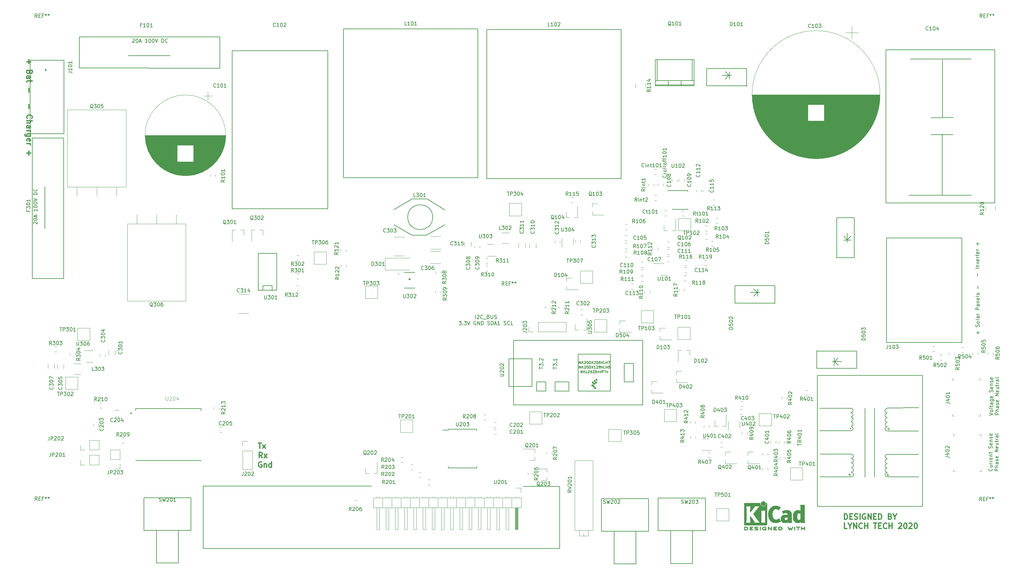
<source format=gbr>
G04 #@! TF.GenerationSoftware,KiCad,Pcbnew,5.1.6-c6e7f7d~87~ubuntu18.04.1*
G04 #@! TF.CreationDate,2020-08-24T14:21:44+10:00*
G04 #@! TF.ProjectId,GridTiedBatteryBoostConverter,47726964-5469-4656-9442-617474657279,rev?*
G04 #@! TF.SameCoordinates,Original*
G04 #@! TF.FileFunction,Legend,Top*
G04 #@! TF.FilePolarity,Positive*
%FSLAX46Y46*%
G04 Gerber Fmt 4.6, Leading zero omitted, Abs format (unit mm)*
G04 Created by KiCad (PCBNEW 5.1.6-c6e7f7d~87~ubuntu18.04.1) date 2020-08-24 14:21:44*
%MOMM*%
%LPD*%
G01*
G04 APERTURE LIST*
%ADD10C,0.150000*%
%ADD11C,0.300000*%
%ADD12C,0.200000*%
%ADD13C,0.152400*%
%ADD14C,0.127000*%
%ADD15C,0.400000*%
%ADD16C,0.100000*%
%ADD17C,0.010000*%
%ADD18C,0.120000*%
%ADD19C,0.015000*%
G04 APERTURE END LIST*
D10*
X279532142Y-140000000D02*
X279579761Y-140047619D01*
X279627380Y-140190476D01*
X279627380Y-140285714D01*
X279579761Y-140428571D01*
X279484523Y-140523809D01*
X279389285Y-140571428D01*
X279198809Y-140619047D01*
X279055952Y-140619047D01*
X278865476Y-140571428D01*
X278770238Y-140523809D01*
X278675000Y-140428571D01*
X278627380Y-140285714D01*
X278627380Y-140190476D01*
X278675000Y-140047619D01*
X278722619Y-140000000D01*
X278960714Y-139142857D02*
X279627380Y-139142857D01*
X278960714Y-139571428D02*
X279484523Y-139571428D01*
X279579761Y-139523809D01*
X279627380Y-139428571D01*
X279627380Y-139285714D01*
X279579761Y-139190476D01*
X279532142Y-139142857D01*
X279627380Y-138666666D02*
X278960714Y-138666666D01*
X279151190Y-138666666D02*
X279055952Y-138619047D01*
X279008333Y-138571428D01*
X278960714Y-138476190D01*
X278960714Y-138380952D01*
X279627380Y-138047619D02*
X278960714Y-138047619D01*
X279151190Y-138047619D02*
X279055952Y-138000000D01*
X279008333Y-137952380D01*
X278960714Y-137857142D01*
X278960714Y-137761904D01*
X279579761Y-137047619D02*
X279627380Y-137142857D01*
X279627380Y-137333333D01*
X279579761Y-137428571D01*
X279484523Y-137476190D01*
X279103571Y-137476190D01*
X279008333Y-137428571D01*
X278960714Y-137333333D01*
X278960714Y-137142857D01*
X279008333Y-137047619D01*
X279103571Y-137000000D01*
X279198809Y-137000000D01*
X279294047Y-137476190D01*
X278960714Y-136571428D02*
X279627380Y-136571428D01*
X279055952Y-136571428D02*
X279008333Y-136523809D01*
X278960714Y-136428571D01*
X278960714Y-136285714D01*
X279008333Y-136190476D01*
X279103571Y-136142857D01*
X279627380Y-136142857D01*
X278960714Y-135809523D02*
X278960714Y-135428571D01*
X278627380Y-135666666D02*
X279484523Y-135666666D01*
X279579761Y-135619047D01*
X279627380Y-135523809D01*
X279627380Y-135428571D01*
X279579761Y-134380952D02*
X279627380Y-134238095D01*
X279627380Y-134000000D01*
X279579761Y-133904761D01*
X279532142Y-133857142D01*
X279436904Y-133809523D01*
X279341666Y-133809523D01*
X279246428Y-133857142D01*
X279198809Y-133904761D01*
X279151190Y-134000000D01*
X279103571Y-134190476D01*
X279055952Y-134285714D01*
X279008333Y-134333333D01*
X278913095Y-134380952D01*
X278817857Y-134380952D01*
X278722619Y-134333333D01*
X278675000Y-134285714D01*
X278627380Y-134190476D01*
X278627380Y-133952380D01*
X278675000Y-133809523D01*
X279579761Y-133000000D02*
X279627380Y-133095238D01*
X279627380Y-133285714D01*
X279579761Y-133380952D01*
X279484523Y-133428571D01*
X279103571Y-133428571D01*
X279008333Y-133380952D01*
X278960714Y-133285714D01*
X278960714Y-133095238D01*
X279008333Y-133000000D01*
X279103571Y-132952380D01*
X279198809Y-132952380D01*
X279294047Y-133428571D01*
X278960714Y-132523809D02*
X279627380Y-132523809D01*
X279055952Y-132523809D02*
X279008333Y-132476190D01*
X278960714Y-132380952D01*
X278960714Y-132238095D01*
X279008333Y-132142857D01*
X279103571Y-132095238D01*
X279627380Y-132095238D01*
X279579761Y-131666666D02*
X279627380Y-131571428D01*
X279627380Y-131380952D01*
X279579761Y-131285714D01*
X279484523Y-131238095D01*
X279436904Y-131238095D01*
X279341666Y-131285714D01*
X279294047Y-131380952D01*
X279294047Y-131523809D01*
X279246428Y-131619047D01*
X279151190Y-131666666D01*
X279103571Y-131666666D01*
X279008333Y-131619047D01*
X278960714Y-131523809D01*
X278960714Y-131380952D01*
X279008333Y-131285714D01*
X279579761Y-130428571D02*
X279627380Y-130523809D01*
X279627380Y-130714285D01*
X279579761Y-130809523D01*
X279484523Y-130857142D01*
X279103571Y-130857142D01*
X279008333Y-130809523D01*
X278960714Y-130714285D01*
X278960714Y-130523809D01*
X279008333Y-130428571D01*
X279103571Y-130380952D01*
X279198809Y-130380952D01*
X279294047Y-130857142D01*
X281277380Y-140595238D02*
X280277380Y-140595238D01*
X280277380Y-140214285D01*
X280325000Y-140119047D01*
X280372619Y-140071428D01*
X280467857Y-140023809D01*
X280610714Y-140023809D01*
X280705952Y-140071428D01*
X280753571Y-140119047D01*
X280801190Y-140214285D01*
X280801190Y-140595238D01*
X281277380Y-139595238D02*
X280277380Y-139595238D01*
X281277380Y-139166666D02*
X280753571Y-139166666D01*
X280658333Y-139214285D01*
X280610714Y-139309523D01*
X280610714Y-139452380D01*
X280658333Y-139547619D01*
X280705952Y-139595238D01*
X281277380Y-138261904D02*
X280753571Y-138261904D01*
X280658333Y-138309523D01*
X280610714Y-138404761D01*
X280610714Y-138595238D01*
X280658333Y-138690476D01*
X281229761Y-138261904D02*
X281277380Y-138357142D01*
X281277380Y-138595238D01*
X281229761Y-138690476D01*
X281134523Y-138738095D01*
X281039285Y-138738095D01*
X280944047Y-138690476D01*
X280896428Y-138595238D01*
X280896428Y-138357142D01*
X280848809Y-138261904D01*
X281229761Y-137833333D02*
X281277380Y-137738095D01*
X281277380Y-137547619D01*
X281229761Y-137452380D01*
X281134523Y-137404761D01*
X281086904Y-137404761D01*
X280991666Y-137452380D01*
X280944047Y-137547619D01*
X280944047Y-137690476D01*
X280896428Y-137785714D01*
X280801190Y-137833333D01*
X280753571Y-137833333D01*
X280658333Y-137785714D01*
X280610714Y-137690476D01*
X280610714Y-137547619D01*
X280658333Y-137452380D01*
X281229761Y-136595238D02*
X281277380Y-136690476D01*
X281277380Y-136880952D01*
X281229761Y-136976190D01*
X281134523Y-137023809D01*
X280753571Y-137023809D01*
X280658333Y-136976190D01*
X280610714Y-136880952D01*
X280610714Y-136690476D01*
X280658333Y-136595238D01*
X280753571Y-136547619D01*
X280848809Y-136547619D01*
X280944047Y-137023809D01*
X281277380Y-135357142D02*
X280277380Y-135357142D01*
X281277380Y-134785714D01*
X280277380Y-134785714D01*
X281229761Y-133928571D02*
X281277380Y-134023809D01*
X281277380Y-134214285D01*
X281229761Y-134309523D01*
X281134523Y-134357142D01*
X280753571Y-134357142D01*
X280658333Y-134309523D01*
X280610714Y-134214285D01*
X280610714Y-134023809D01*
X280658333Y-133928571D01*
X280753571Y-133880952D01*
X280848809Y-133880952D01*
X280944047Y-134357142D01*
X280610714Y-133023809D02*
X281277380Y-133023809D01*
X280610714Y-133452380D02*
X281134523Y-133452380D01*
X281229761Y-133404761D01*
X281277380Y-133309523D01*
X281277380Y-133166666D01*
X281229761Y-133071428D01*
X281182142Y-133023809D01*
X280610714Y-132690476D02*
X280610714Y-132309523D01*
X280277380Y-132547619D02*
X281134523Y-132547619D01*
X281229761Y-132500000D01*
X281277380Y-132404761D01*
X281277380Y-132309523D01*
X281277380Y-131976190D02*
X280610714Y-131976190D01*
X280801190Y-131976190D02*
X280705952Y-131928571D01*
X280658333Y-131880952D01*
X280610714Y-131785714D01*
X280610714Y-131690476D01*
X281277380Y-130928571D02*
X280753571Y-130928571D01*
X280658333Y-130976190D01*
X280610714Y-131071428D01*
X280610714Y-131261904D01*
X280658333Y-131357142D01*
X281229761Y-130928571D02*
X281277380Y-131023809D01*
X281277380Y-131261904D01*
X281229761Y-131357142D01*
X281134523Y-131404761D01*
X281039285Y-131404761D01*
X280944047Y-131357142D01*
X280896428Y-131261904D01*
X280896428Y-131023809D01*
X280848809Y-130928571D01*
X281277380Y-130309523D02*
X281229761Y-130404761D01*
X281134523Y-130452380D01*
X280277380Y-130452380D01*
X278777380Y-125288095D02*
X279777380Y-124954761D01*
X278777380Y-124621428D01*
X279777380Y-124145238D02*
X279729761Y-124240476D01*
X279682142Y-124288095D01*
X279586904Y-124335714D01*
X279301190Y-124335714D01*
X279205952Y-124288095D01*
X279158333Y-124240476D01*
X279110714Y-124145238D01*
X279110714Y-124002380D01*
X279158333Y-123907142D01*
X279205952Y-123859523D01*
X279301190Y-123811904D01*
X279586904Y-123811904D01*
X279682142Y-123859523D01*
X279729761Y-123907142D01*
X279777380Y-124002380D01*
X279777380Y-124145238D01*
X279777380Y-123240476D02*
X279729761Y-123335714D01*
X279634523Y-123383333D01*
X278777380Y-123383333D01*
X279110714Y-123002380D02*
X279110714Y-122621428D01*
X278777380Y-122859523D02*
X279634523Y-122859523D01*
X279729761Y-122811904D01*
X279777380Y-122716666D01*
X279777380Y-122621428D01*
X279777380Y-121859523D02*
X279253571Y-121859523D01*
X279158333Y-121907142D01*
X279110714Y-122002380D01*
X279110714Y-122192857D01*
X279158333Y-122288095D01*
X279729761Y-121859523D02*
X279777380Y-121954761D01*
X279777380Y-122192857D01*
X279729761Y-122288095D01*
X279634523Y-122335714D01*
X279539285Y-122335714D01*
X279444047Y-122288095D01*
X279396428Y-122192857D01*
X279396428Y-121954761D01*
X279348809Y-121859523D01*
X279110714Y-120954761D02*
X279920238Y-120954761D01*
X280015476Y-121002380D01*
X280063095Y-121050000D01*
X280110714Y-121145238D01*
X280110714Y-121288095D01*
X280063095Y-121383333D01*
X279729761Y-120954761D02*
X279777380Y-121050000D01*
X279777380Y-121240476D01*
X279729761Y-121335714D01*
X279682142Y-121383333D01*
X279586904Y-121430952D01*
X279301190Y-121430952D01*
X279205952Y-121383333D01*
X279158333Y-121335714D01*
X279110714Y-121240476D01*
X279110714Y-121050000D01*
X279158333Y-120954761D01*
X279729761Y-120097619D02*
X279777380Y-120192857D01*
X279777380Y-120383333D01*
X279729761Y-120478571D01*
X279634523Y-120526190D01*
X279253571Y-120526190D01*
X279158333Y-120478571D01*
X279110714Y-120383333D01*
X279110714Y-120192857D01*
X279158333Y-120097619D01*
X279253571Y-120050000D01*
X279348809Y-120050000D01*
X279444047Y-120526190D01*
X279729761Y-118907142D02*
X279777380Y-118764285D01*
X279777380Y-118526190D01*
X279729761Y-118430952D01*
X279682142Y-118383333D01*
X279586904Y-118335714D01*
X279491666Y-118335714D01*
X279396428Y-118383333D01*
X279348809Y-118430952D01*
X279301190Y-118526190D01*
X279253571Y-118716666D01*
X279205952Y-118811904D01*
X279158333Y-118859523D01*
X279063095Y-118907142D01*
X278967857Y-118907142D01*
X278872619Y-118859523D01*
X278825000Y-118811904D01*
X278777380Y-118716666D01*
X278777380Y-118478571D01*
X278825000Y-118335714D01*
X279729761Y-117526190D02*
X279777380Y-117621428D01*
X279777380Y-117811904D01*
X279729761Y-117907142D01*
X279634523Y-117954761D01*
X279253571Y-117954761D01*
X279158333Y-117907142D01*
X279110714Y-117811904D01*
X279110714Y-117621428D01*
X279158333Y-117526190D01*
X279253571Y-117478571D01*
X279348809Y-117478571D01*
X279444047Y-117954761D01*
X279110714Y-117050000D02*
X279777380Y-117050000D01*
X279205952Y-117050000D02*
X279158333Y-117002380D01*
X279110714Y-116907142D01*
X279110714Y-116764285D01*
X279158333Y-116669047D01*
X279253571Y-116621428D01*
X279777380Y-116621428D01*
X279729761Y-116192857D02*
X279777380Y-116097619D01*
X279777380Y-115907142D01*
X279729761Y-115811904D01*
X279634523Y-115764285D01*
X279586904Y-115764285D01*
X279491666Y-115811904D01*
X279444047Y-115907142D01*
X279444047Y-116050000D01*
X279396428Y-116145238D01*
X279301190Y-116192857D01*
X279253571Y-116192857D01*
X279158333Y-116145238D01*
X279110714Y-116050000D01*
X279110714Y-115907142D01*
X279158333Y-115811904D01*
X279729761Y-114954761D02*
X279777380Y-115050000D01*
X279777380Y-115240476D01*
X279729761Y-115335714D01*
X279634523Y-115383333D01*
X279253571Y-115383333D01*
X279158333Y-115335714D01*
X279110714Y-115240476D01*
X279110714Y-115050000D01*
X279158333Y-114954761D01*
X279253571Y-114907142D01*
X279348809Y-114907142D01*
X279444047Y-115383333D01*
X281427380Y-125145238D02*
X280427380Y-125145238D01*
X280427380Y-124764285D01*
X280475000Y-124669047D01*
X280522619Y-124621428D01*
X280617857Y-124573809D01*
X280760714Y-124573809D01*
X280855952Y-124621428D01*
X280903571Y-124669047D01*
X280951190Y-124764285D01*
X280951190Y-125145238D01*
X281427380Y-124145238D02*
X280427380Y-124145238D01*
X281427380Y-123716666D02*
X280903571Y-123716666D01*
X280808333Y-123764285D01*
X280760714Y-123859523D01*
X280760714Y-124002380D01*
X280808333Y-124097619D01*
X280855952Y-124145238D01*
X281427380Y-122811904D02*
X280903571Y-122811904D01*
X280808333Y-122859523D01*
X280760714Y-122954761D01*
X280760714Y-123145238D01*
X280808333Y-123240476D01*
X281379761Y-122811904D02*
X281427380Y-122907142D01*
X281427380Y-123145238D01*
X281379761Y-123240476D01*
X281284523Y-123288095D01*
X281189285Y-123288095D01*
X281094047Y-123240476D01*
X281046428Y-123145238D01*
X281046428Y-122907142D01*
X280998809Y-122811904D01*
X281379761Y-122383333D02*
X281427380Y-122288095D01*
X281427380Y-122097619D01*
X281379761Y-122002380D01*
X281284523Y-121954761D01*
X281236904Y-121954761D01*
X281141666Y-122002380D01*
X281094047Y-122097619D01*
X281094047Y-122240476D01*
X281046428Y-122335714D01*
X280951190Y-122383333D01*
X280903571Y-122383333D01*
X280808333Y-122335714D01*
X280760714Y-122240476D01*
X280760714Y-122097619D01*
X280808333Y-122002380D01*
X281379761Y-121145238D02*
X281427380Y-121240476D01*
X281427380Y-121430952D01*
X281379761Y-121526190D01*
X281284523Y-121573809D01*
X280903571Y-121573809D01*
X280808333Y-121526190D01*
X280760714Y-121430952D01*
X280760714Y-121240476D01*
X280808333Y-121145238D01*
X280903571Y-121097619D01*
X280998809Y-121097619D01*
X281094047Y-121573809D01*
X281427380Y-119907142D02*
X280427380Y-119907142D01*
X281427380Y-119335714D01*
X280427380Y-119335714D01*
X281379761Y-118478571D02*
X281427380Y-118573809D01*
X281427380Y-118764285D01*
X281379761Y-118859523D01*
X281284523Y-118907142D01*
X280903571Y-118907142D01*
X280808333Y-118859523D01*
X280760714Y-118764285D01*
X280760714Y-118573809D01*
X280808333Y-118478571D01*
X280903571Y-118430952D01*
X280998809Y-118430952D01*
X281094047Y-118907142D01*
X280760714Y-117573809D02*
X281427380Y-117573809D01*
X280760714Y-118002380D02*
X281284523Y-118002380D01*
X281379761Y-117954761D01*
X281427380Y-117859523D01*
X281427380Y-117716666D01*
X281379761Y-117621428D01*
X281332142Y-117573809D01*
X280760714Y-117240476D02*
X280760714Y-116859523D01*
X280427380Y-117097619D02*
X281284523Y-117097619D01*
X281379761Y-117050000D01*
X281427380Y-116954761D01*
X281427380Y-116859523D01*
X281427380Y-116526190D02*
X280760714Y-116526190D01*
X280951190Y-116526190D02*
X280855952Y-116478571D01*
X280808333Y-116430952D01*
X280760714Y-116335714D01*
X280760714Y-116240476D01*
X281427380Y-115478571D02*
X280903571Y-115478571D01*
X280808333Y-115526190D01*
X280760714Y-115621428D01*
X280760714Y-115811904D01*
X280808333Y-115907142D01*
X281379761Y-115478571D02*
X281427380Y-115573809D01*
X281427380Y-115811904D01*
X281379761Y-115907142D01*
X281284523Y-115954761D01*
X281189285Y-115954761D01*
X281094047Y-115907142D01*
X281046428Y-115811904D01*
X281046428Y-115573809D01*
X280998809Y-115478571D01*
X281427380Y-114859523D02*
X281379761Y-114954761D01*
X281284523Y-115002380D01*
X280427380Y-115002380D01*
D11*
X14342857Y-39700000D02*
X14342857Y-40842857D01*
X13914285Y-43557142D02*
X13842857Y-43485714D01*
X13771428Y-43271428D01*
X13771428Y-43128571D01*
X13842857Y-42914285D01*
X13985714Y-42771428D01*
X14128571Y-42700000D01*
X14414285Y-42628571D01*
X14628571Y-42628571D01*
X14914285Y-42700000D01*
X15057142Y-42771428D01*
X15200000Y-42914285D01*
X15271428Y-43128571D01*
X15271428Y-43271428D01*
X15200000Y-43485714D01*
X15128571Y-43557142D01*
X13771428Y-44200000D02*
X15271428Y-44200000D01*
X13771428Y-44842857D02*
X14557142Y-44842857D01*
X14700000Y-44771428D01*
X14771428Y-44628571D01*
X14771428Y-44414285D01*
X14700000Y-44271428D01*
X14628571Y-44200000D01*
X13771428Y-46200000D02*
X14557142Y-46200000D01*
X14700000Y-46128571D01*
X14771428Y-45985714D01*
X14771428Y-45700000D01*
X14700000Y-45557142D01*
X13842857Y-46200000D02*
X13771428Y-46057142D01*
X13771428Y-45700000D01*
X13842857Y-45557142D01*
X13985714Y-45485714D01*
X14128571Y-45485714D01*
X14271428Y-45557142D01*
X14342857Y-45700000D01*
X14342857Y-46057142D01*
X14414285Y-46200000D01*
X13771428Y-46914285D02*
X14771428Y-46914285D01*
X14485714Y-46914285D02*
X14628571Y-46985714D01*
X14700000Y-47057142D01*
X14771428Y-47200000D01*
X14771428Y-47342857D01*
X14771428Y-48485714D02*
X13557142Y-48485714D01*
X13414285Y-48414285D01*
X13342857Y-48342857D01*
X13271428Y-48200000D01*
X13271428Y-47985714D01*
X13342857Y-47842857D01*
X13842857Y-48485714D02*
X13771428Y-48342857D01*
X13771428Y-48057142D01*
X13842857Y-47914285D01*
X13914285Y-47842857D01*
X14057142Y-47771428D01*
X14485714Y-47771428D01*
X14628571Y-47842857D01*
X14700000Y-47914285D01*
X14771428Y-48057142D01*
X14771428Y-48342857D01*
X14700000Y-48485714D01*
X13842857Y-49771428D02*
X13771428Y-49628571D01*
X13771428Y-49342857D01*
X13842857Y-49200000D01*
X13985714Y-49128571D01*
X14557142Y-49128571D01*
X14700000Y-49200000D01*
X14771428Y-49342857D01*
X14771428Y-49628571D01*
X14700000Y-49771428D01*
X14557142Y-49842857D01*
X14414285Y-49842857D01*
X14271428Y-49128571D01*
X13771428Y-50485714D02*
X14771428Y-50485714D01*
X14485714Y-50485714D02*
X14628571Y-50557142D01*
X14700000Y-50628571D01*
X14771428Y-50771428D01*
X14771428Y-50914285D01*
X14342857Y-52557142D02*
X14342857Y-53700000D01*
X13771428Y-53128571D02*
X14914285Y-53128571D01*
X14342857Y-27350000D02*
X14342857Y-28492857D01*
X13771428Y-27921428D02*
X14914285Y-27921428D01*
X14557142Y-30850000D02*
X14485714Y-31064285D01*
X14414285Y-31135714D01*
X14271428Y-31207142D01*
X14057142Y-31207142D01*
X13914285Y-31135714D01*
X13842857Y-31064285D01*
X13771428Y-30921428D01*
X13771428Y-30350000D01*
X15271428Y-30350000D01*
X15271428Y-30850000D01*
X15200000Y-30992857D01*
X15128571Y-31064285D01*
X14985714Y-31135714D01*
X14842857Y-31135714D01*
X14700000Y-31064285D01*
X14628571Y-30992857D01*
X14557142Y-30850000D01*
X14557142Y-30350000D01*
X13771428Y-32492857D02*
X14557142Y-32492857D01*
X14700000Y-32421428D01*
X14771428Y-32278571D01*
X14771428Y-31992857D01*
X14700000Y-31850000D01*
X13842857Y-32492857D02*
X13771428Y-32350000D01*
X13771428Y-31992857D01*
X13842857Y-31850000D01*
X13985714Y-31778571D01*
X14128571Y-31778571D01*
X14271428Y-31850000D01*
X14342857Y-31992857D01*
X14342857Y-32350000D01*
X14414285Y-32492857D01*
X14771428Y-32992857D02*
X14771428Y-33564285D01*
X15271428Y-33207142D02*
X13985714Y-33207142D01*
X13842857Y-33278571D01*
X13771428Y-33421428D01*
X13771428Y-33564285D01*
X14342857Y-35207142D02*
X14342857Y-36350000D01*
D10*
X275671428Y-102895238D02*
X275671428Y-102133333D01*
X276052380Y-102514285D02*
X275290476Y-102514285D01*
X276004761Y-100942857D02*
X276052380Y-100800000D01*
X276052380Y-100561904D01*
X276004761Y-100466666D01*
X275957142Y-100419047D01*
X275861904Y-100371428D01*
X275766666Y-100371428D01*
X275671428Y-100419047D01*
X275623809Y-100466666D01*
X275576190Y-100561904D01*
X275528571Y-100752380D01*
X275480952Y-100847619D01*
X275433333Y-100895238D01*
X275338095Y-100942857D01*
X275242857Y-100942857D01*
X275147619Y-100895238D01*
X275100000Y-100847619D01*
X275052380Y-100752380D01*
X275052380Y-100514285D01*
X275100000Y-100371428D01*
X276052380Y-99800000D02*
X276004761Y-99895238D01*
X275957142Y-99942857D01*
X275861904Y-99990476D01*
X275576190Y-99990476D01*
X275480952Y-99942857D01*
X275433333Y-99895238D01*
X275385714Y-99800000D01*
X275385714Y-99657142D01*
X275433333Y-99561904D01*
X275480952Y-99514285D01*
X275576190Y-99466666D01*
X275861904Y-99466666D01*
X275957142Y-99514285D01*
X276004761Y-99561904D01*
X276052380Y-99657142D01*
X276052380Y-99800000D01*
X276052380Y-98895238D02*
X276004761Y-98990476D01*
X275909523Y-99038095D01*
X275052380Y-99038095D01*
X276052380Y-98085714D02*
X275528571Y-98085714D01*
X275433333Y-98133333D01*
X275385714Y-98228571D01*
X275385714Y-98419047D01*
X275433333Y-98514285D01*
X276004761Y-98085714D02*
X276052380Y-98180952D01*
X276052380Y-98419047D01*
X276004761Y-98514285D01*
X275909523Y-98561904D01*
X275814285Y-98561904D01*
X275719047Y-98514285D01*
X275671428Y-98419047D01*
X275671428Y-98180952D01*
X275623809Y-98085714D01*
X276052380Y-97609523D02*
X275385714Y-97609523D01*
X275576190Y-97609523D02*
X275480952Y-97561904D01*
X275433333Y-97514285D01*
X275385714Y-97419047D01*
X275385714Y-97323809D01*
X276052380Y-96228571D02*
X275052380Y-96228571D01*
X275052380Y-95847619D01*
X275100000Y-95752380D01*
X275147619Y-95704761D01*
X275242857Y-95657142D01*
X275385714Y-95657142D01*
X275480952Y-95704761D01*
X275528571Y-95752380D01*
X275576190Y-95847619D01*
X275576190Y-96228571D01*
X276052380Y-94800000D02*
X275528571Y-94800000D01*
X275433333Y-94847619D01*
X275385714Y-94942857D01*
X275385714Y-95133333D01*
X275433333Y-95228571D01*
X276004761Y-94800000D02*
X276052380Y-94895238D01*
X276052380Y-95133333D01*
X276004761Y-95228571D01*
X275909523Y-95276190D01*
X275814285Y-95276190D01*
X275719047Y-95228571D01*
X275671428Y-95133333D01*
X275671428Y-94895238D01*
X275623809Y-94800000D01*
X275385714Y-94323809D02*
X276052380Y-94323809D01*
X275480952Y-94323809D02*
X275433333Y-94276190D01*
X275385714Y-94180952D01*
X275385714Y-94038095D01*
X275433333Y-93942857D01*
X275528571Y-93895238D01*
X276052380Y-93895238D01*
X276004761Y-93038095D02*
X276052380Y-93133333D01*
X276052380Y-93323809D01*
X276004761Y-93419047D01*
X275909523Y-93466666D01*
X275528571Y-93466666D01*
X275433333Y-93419047D01*
X275385714Y-93323809D01*
X275385714Y-93133333D01*
X275433333Y-93038095D01*
X275528571Y-92990476D01*
X275623809Y-92990476D01*
X275719047Y-93466666D01*
X276052380Y-92419047D02*
X276004761Y-92514285D01*
X275909523Y-92561904D01*
X275052380Y-92561904D01*
X276004761Y-92085714D02*
X276052380Y-91990476D01*
X276052380Y-91800000D01*
X276004761Y-91704761D01*
X275909523Y-91657142D01*
X275861904Y-91657142D01*
X275766666Y-91704761D01*
X275719047Y-91800000D01*
X275719047Y-91942857D01*
X275671428Y-92038095D01*
X275576190Y-92085714D01*
X275528571Y-92085714D01*
X275433333Y-92038095D01*
X275385714Y-91942857D01*
X275385714Y-91800000D01*
X275433333Y-91704761D01*
X275671428Y-90466666D02*
X275671428Y-89704761D01*
D12*
X137342857Y-98702380D02*
X137342857Y-97702380D01*
X137771428Y-97797619D02*
X137819047Y-97750000D01*
X137914285Y-97702380D01*
X138152380Y-97702380D01*
X138247619Y-97750000D01*
X138295238Y-97797619D01*
X138342857Y-97892857D01*
X138342857Y-97988095D01*
X138295238Y-98130952D01*
X137723809Y-98702380D01*
X138342857Y-98702380D01*
X139342857Y-98607142D02*
X139295238Y-98654761D01*
X139152380Y-98702380D01*
X139057142Y-98702380D01*
X138914285Y-98654761D01*
X138819047Y-98559523D01*
X138771428Y-98464285D01*
X138723809Y-98273809D01*
X138723809Y-98130952D01*
X138771428Y-97940476D01*
X138819047Y-97845238D01*
X138914285Y-97750000D01*
X139057142Y-97702380D01*
X139152380Y-97702380D01*
X139295238Y-97750000D01*
X139342857Y-97797619D01*
X139533333Y-98797619D02*
X140295238Y-98797619D01*
X140866666Y-98178571D02*
X141009523Y-98226190D01*
X141057142Y-98273809D01*
X141104761Y-98369047D01*
X141104761Y-98511904D01*
X141057142Y-98607142D01*
X141009523Y-98654761D01*
X140914285Y-98702380D01*
X140533333Y-98702380D01*
X140533333Y-97702380D01*
X140866666Y-97702380D01*
X140961904Y-97750000D01*
X141009523Y-97797619D01*
X141057142Y-97892857D01*
X141057142Y-97988095D01*
X141009523Y-98083333D01*
X140961904Y-98130952D01*
X140866666Y-98178571D01*
X140533333Y-98178571D01*
X141533333Y-97702380D02*
X141533333Y-98511904D01*
X141580952Y-98607142D01*
X141628571Y-98654761D01*
X141723809Y-98702380D01*
X141914285Y-98702380D01*
X142009523Y-98654761D01*
X142057142Y-98607142D01*
X142104761Y-98511904D01*
X142104761Y-97702380D01*
X142533333Y-98654761D02*
X142676190Y-98702380D01*
X142914285Y-98702380D01*
X143009523Y-98654761D01*
X143057142Y-98607142D01*
X143104761Y-98511904D01*
X143104761Y-98416666D01*
X143057142Y-98321428D01*
X143009523Y-98273809D01*
X142914285Y-98226190D01*
X142723809Y-98178571D01*
X142628571Y-98130952D01*
X142580952Y-98083333D01*
X142533333Y-97988095D01*
X142533333Y-97892857D01*
X142580952Y-97797619D01*
X142628571Y-97750000D01*
X142723809Y-97702380D01*
X142961904Y-97702380D01*
X143104761Y-97750000D01*
X132795238Y-99402380D02*
X133414285Y-99402380D01*
X133080952Y-99783333D01*
X133223809Y-99783333D01*
X133319047Y-99830952D01*
X133366666Y-99878571D01*
X133414285Y-99973809D01*
X133414285Y-100211904D01*
X133366666Y-100307142D01*
X133319047Y-100354761D01*
X133223809Y-100402380D01*
X132938095Y-100402380D01*
X132842857Y-100354761D01*
X132795238Y-100307142D01*
X133842857Y-100307142D02*
X133890476Y-100354761D01*
X133842857Y-100402380D01*
X133795238Y-100354761D01*
X133842857Y-100307142D01*
X133842857Y-100402380D01*
X134223809Y-99402380D02*
X134842857Y-99402380D01*
X134509523Y-99783333D01*
X134652380Y-99783333D01*
X134747619Y-99830952D01*
X134795238Y-99878571D01*
X134842857Y-99973809D01*
X134842857Y-100211904D01*
X134795238Y-100307142D01*
X134747619Y-100354761D01*
X134652380Y-100402380D01*
X134366666Y-100402380D01*
X134271428Y-100354761D01*
X134223809Y-100307142D01*
X135128571Y-99402380D02*
X135461904Y-100402380D01*
X135795238Y-99402380D01*
X137414285Y-99450000D02*
X137319047Y-99402380D01*
X137176190Y-99402380D01*
X137033333Y-99450000D01*
X136938095Y-99545238D01*
X136890476Y-99640476D01*
X136842857Y-99830952D01*
X136842857Y-99973809D01*
X136890476Y-100164285D01*
X136938095Y-100259523D01*
X137033333Y-100354761D01*
X137176190Y-100402380D01*
X137271428Y-100402380D01*
X137414285Y-100354761D01*
X137461904Y-100307142D01*
X137461904Y-99973809D01*
X137271428Y-99973809D01*
X137890476Y-100402380D02*
X137890476Y-99402380D01*
X138461904Y-100402380D01*
X138461904Y-99402380D01*
X138938095Y-100402380D02*
X138938095Y-99402380D01*
X139176190Y-99402380D01*
X139319047Y-99450000D01*
X139414285Y-99545238D01*
X139461904Y-99640476D01*
X139509523Y-99830952D01*
X139509523Y-99973809D01*
X139461904Y-100164285D01*
X139414285Y-100259523D01*
X139319047Y-100354761D01*
X139176190Y-100402380D01*
X138938095Y-100402380D01*
X140652380Y-100354761D02*
X140795238Y-100402380D01*
X141033333Y-100402380D01*
X141128571Y-100354761D01*
X141176190Y-100307142D01*
X141223809Y-100211904D01*
X141223809Y-100116666D01*
X141176190Y-100021428D01*
X141128571Y-99973809D01*
X141033333Y-99926190D01*
X140842857Y-99878571D01*
X140747619Y-99830952D01*
X140700000Y-99783333D01*
X140652380Y-99688095D01*
X140652380Y-99592857D01*
X140700000Y-99497619D01*
X140747619Y-99450000D01*
X140842857Y-99402380D01*
X141080952Y-99402380D01*
X141223809Y-99450000D01*
X141652380Y-100402380D02*
X141652380Y-99402380D01*
X141890476Y-99402380D01*
X142033333Y-99450000D01*
X142128571Y-99545238D01*
X142176190Y-99640476D01*
X142223809Y-99830952D01*
X142223809Y-99973809D01*
X142176190Y-100164285D01*
X142128571Y-100259523D01*
X142033333Y-100354761D01*
X141890476Y-100402380D01*
X141652380Y-100402380D01*
X142604761Y-100116666D02*
X143080952Y-100116666D01*
X142509523Y-100402380D02*
X142842857Y-99402380D01*
X143176190Y-100402380D01*
X144033333Y-100402380D02*
X143461904Y-100402380D01*
X143747619Y-100402380D02*
X143747619Y-99402380D01*
X143652380Y-99545238D01*
X143557142Y-99640476D01*
X143461904Y-99688095D01*
X145176190Y-100354761D02*
X145319047Y-100402380D01*
X145557142Y-100402380D01*
X145652380Y-100354761D01*
X145700000Y-100307142D01*
X145747619Y-100211904D01*
X145747619Y-100116666D01*
X145700000Y-100021428D01*
X145652380Y-99973809D01*
X145557142Y-99926190D01*
X145366666Y-99878571D01*
X145271428Y-99830952D01*
X145223809Y-99783333D01*
X145176190Y-99688095D01*
X145176190Y-99592857D01*
X145223809Y-99497619D01*
X145271428Y-99450000D01*
X145366666Y-99402380D01*
X145604761Y-99402380D01*
X145747619Y-99450000D01*
X146747619Y-100307142D02*
X146700000Y-100354761D01*
X146557142Y-100402380D01*
X146461904Y-100402380D01*
X146319047Y-100354761D01*
X146223809Y-100259523D01*
X146176190Y-100164285D01*
X146128571Y-99973809D01*
X146128571Y-99830952D01*
X146176190Y-99640476D01*
X146223809Y-99545238D01*
X146319047Y-99450000D01*
X146461904Y-99402380D01*
X146557142Y-99402380D01*
X146700000Y-99450000D01*
X146747619Y-99497619D01*
X147652380Y-100402380D02*
X147176190Y-100402380D01*
X147176190Y-99402380D01*
D11*
X78435714Y-138200000D02*
X78292857Y-138128571D01*
X78078571Y-138128571D01*
X77864285Y-138200000D01*
X77721428Y-138342857D01*
X77650000Y-138485714D01*
X77578571Y-138771428D01*
X77578571Y-138985714D01*
X77650000Y-139271428D01*
X77721428Y-139414285D01*
X77864285Y-139557142D01*
X78078571Y-139628571D01*
X78221428Y-139628571D01*
X78435714Y-139557142D01*
X78507142Y-139485714D01*
X78507142Y-138985714D01*
X78221428Y-138985714D01*
X79150000Y-138628571D02*
X79150000Y-139628571D01*
X79150000Y-138771428D02*
X79221428Y-138700000D01*
X79364285Y-138628571D01*
X79578571Y-138628571D01*
X79721428Y-138700000D01*
X79792857Y-138842857D01*
X79792857Y-139628571D01*
X81150000Y-139628571D02*
X81150000Y-138128571D01*
X81150000Y-139557142D02*
X81007142Y-139628571D01*
X80721428Y-139628571D01*
X80578571Y-139557142D01*
X80507142Y-139485714D01*
X80435714Y-139342857D01*
X80435714Y-138914285D01*
X80507142Y-138771428D01*
X80578571Y-138700000D01*
X80721428Y-138628571D01*
X81007142Y-138628571D01*
X81150000Y-138700000D01*
X78607142Y-137028571D02*
X78107142Y-136314285D01*
X77750000Y-137028571D02*
X77750000Y-135528571D01*
X78321428Y-135528571D01*
X78464285Y-135600000D01*
X78535714Y-135671428D01*
X78607142Y-135814285D01*
X78607142Y-136028571D01*
X78535714Y-136171428D01*
X78464285Y-136242857D01*
X78321428Y-136314285D01*
X77750000Y-136314285D01*
X79107142Y-137028571D02*
X79892857Y-136028571D01*
X79107142Y-136028571D02*
X79892857Y-137028571D01*
X77514285Y-132928571D02*
X78371428Y-132928571D01*
X77942857Y-134428571D02*
X77942857Y-132928571D01*
X78728571Y-134428571D02*
X79514285Y-133428571D01*
X78728571Y-133428571D02*
X79514285Y-134428571D01*
X238902142Y-153953571D02*
X238902142Y-152453571D01*
X239259285Y-152453571D01*
X239473571Y-152525000D01*
X239616428Y-152667857D01*
X239687857Y-152810714D01*
X239759285Y-153096428D01*
X239759285Y-153310714D01*
X239687857Y-153596428D01*
X239616428Y-153739285D01*
X239473571Y-153882142D01*
X239259285Y-153953571D01*
X238902142Y-153953571D01*
X240402142Y-153167857D02*
X240902142Y-153167857D01*
X241116428Y-153953571D02*
X240402142Y-153953571D01*
X240402142Y-152453571D01*
X241116428Y-152453571D01*
X241687857Y-153882142D02*
X241902142Y-153953571D01*
X242259285Y-153953571D01*
X242402142Y-153882142D01*
X242473571Y-153810714D01*
X242545000Y-153667857D01*
X242545000Y-153525000D01*
X242473571Y-153382142D01*
X242402142Y-153310714D01*
X242259285Y-153239285D01*
X241973571Y-153167857D01*
X241830714Y-153096428D01*
X241759285Y-153025000D01*
X241687857Y-152882142D01*
X241687857Y-152739285D01*
X241759285Y-152596428D01*
X241830714Y-152525000D01*
X241973571Y-152453571D01*
X242330714Y-152453571D01*
X242545000Y-152525000D01*
X243187857Y-153953571D02*
X243187857Y-152453571D01*
X244687857Y-152525000D02*
X244545000Y-152453571D01*
X244330714Y-152453571D01*
X244116428Y-152525000D01*
X243973571Y-152667857D01*
X243902142Y-152810714D01*
X243830714Y-153096428D01*
X243830714Y-153310714D01*
X243902142Y-153596428D01*
X243973571Y-153739285D01*
X244116428Y-153882142D01*
X244330714Y-153953571D01*
X244473571Y-153953571D01*
X244687857Y-153882142D01*
X244759285Y-153810714D01*
X244759285Y-153310714D01*
X244473571Y-153310714D01*
X245402142Y-153953571D02*
X245402142Y-152453571D01*
X246259285Y-153953571D01*
X246259285Y-152453571D01*
X246973571Y-153167857D02*
X247473571Y-153167857D01*
X247687857Y-153953571D02*
X246973571Y-153953571D01*
X246973571Y-152453571D01*
X247687857Y-152453571D01*
X248330714Y-153953571D02*
X248330714Y-152453571D01*
X248687857Y-152453571D01*
X248902142Y-152525000D01*
X249045000Y-152667857D01*
X249116428Y-152810714D01*
X249187857Y-153096428D01*
X249187857Y-153310714D01*
X249116428Y-153596428D01*
X249045000Y-153739285D01*
X248902142Y-153882142D01*
X248687857Y-153953571D01*
X248330714Y-153953571D01*
X251473571Y-153167857D02*
X251687857Y-153239285D01*
X251759285Y-153310714D01*
X251830714Y-153453571D01*
X251830714Y-153667857D01*
X251759285Y-153810714D01*
X251687857Y-153882142D01*
X251545000Y-153953571D01*
X250973571Y-153953571D01*
X250973571Y-152453571D01*
X251473571Y-152453571D01*
X251616428Y-152525000D01*
X251687857Y-152596428D01*
X251759285Y-152739285D01*
X251759285Y-152882142D01*
X251687857Y-153025000D01*
X251616428Y-153096428D01*
X251473571Y-153167857D01*
X250973571Y-153167857D01*
X252759285Y-153239285D02*
X252759285Y-153953571D01*
X252259285Y-152453571D02*
X252759285Y-153239285D01*
X253259285Y-152453571D01*
X239616428Y-156503571D02*
X238902142Y-156503571D01*
X238902142Y-155003571D01*
X240402142Y-155789285D02*
X240402142Y-156503571D01*
X239902142Y-155003571D02*
X240402142Y-155789285D01*
X240902142Y-155003571D01*
X241402142Y-156503571D02*
X241402142Y-155003571D01*
X242259285Y-156503571D01*
X242259285Y-155003571D01*
X243830714Y-156360714D02*
X243759285Y-156432142D01*
X243545000Y-156503571D01*
X243402142Y-156503571D01*
X243187857Y-156432142D01*
X243045000Y-156289285D01*
X242973571Y-156146428D01*
X242902142Y-155860714D01*
X242902142Y-155646428D01*
X242973571Y-155360714D01*
X243045000Y-155217857D01*
X243187857Y-155075000D01*
X243402142Y-155003571D01*
X243545000Y-155003571D01*
X243759285Y-155075000D01*
X243830714Y-155146428D01*
X244473571Y-156503571D02*
X244473571Y-155003571D01*
X244473571Y-155717857D02*
X245330714Y-155717857D01*
X245330714Y-156503571D02*
X245330714Y-155003571D01*
X246973571Y-155003571D02*
X247830714Y-155003571D01*
X247402142Y-156503571D02*
X247402142Y-155003571D01*
X248330714Y-155717857D02*
X248830714Y-155717857D01*
X249045000Y-156503571D02*
X248330714Y-156503571D01*
X248330714Y-155003571D01*
X249045000Y-155003571D01*
X250545000Y-156360714D02*
X250473571Y-156432142D01*
X250259285Y-156503571D01*
X250116428Y-156503571D01*
X249902142Y-156432142D01*
X249759285Y-156289285D01*
X249687857Y-156146428D01*
X249616428Y-155860714D01*
X249616428Y-155646428D01*
X249687857Y-155360714D01*
X249759285Y-155217857D01*
X249902142Y-155075000D01*
X250116428Y-155003571D01*
X250259285Y-155003571D01*
X250473571Y-155075000D01*
X250545000Y-155146428D01*
X251187857Y-156503571D02*
X251187857Y-155003571D01*
X251187857Y-155717857D02*
X252045000Y-155717857D01*
X252045000Y-156503571D02*
X252045000Y-155003571D01*
X253830714Y-155146428D02*
X253902142Y-155075000D01*
X254045000Y-155003571D01*
X254402142Y-155003571D01*
X254545000Y-155075000D01*
X254616428Y-155146428D01*
X254687857Y-155289285D01*
X254687857Y-155432142D01*
X254616428Y-155646428D01*
X253759285Y-156503571D01*
X254687857Y-156503571D01*
X255616428Y-155003571D02*
X255759285Y-155003571D01*
X255902142Y-155075000D01*
X255973571Y-155146428D01*
X256045000Y-155289285D01*
X256116428Y-155575000D01*
X256116428Y-155932142D01*
X256045000Y-156217857D01*
X255973571Y-156360714D01*
X255902142Y-156432142D01*
X255759285Y-156503571D01*
X255616428Y-156503571D01*
X255473571Y-156432142D01*
X255402142Y-156360714D01*
X255330714Y-156217857D01*
X255259285Y-155932142D01*
X255259285Y-155575000D01*
X255330714Y-155289285D01*
X255402142Y-155146428D01*
X255473571Y-155075000D01*
X255616428Y-155003571D01*
X256687857Y-155146428D02*
X256759285Y-155075000D01*
X256902142Y-155003571D01*
X257259285Y-155003571D01*
X257402142Y-155075000D01*
X257473571Y-155146428D01*
X257545000Y-155289285D01*
X257545000Y-155432142D01*
X257473571Y-155646428D01*
X256616428Y-156503571D01*
X257545000Y-156503571D01*
X258473571Y-155003571D02*
X258616428Y-155003571D01*
X258759285Y-155075000D01*
X258830714Y-155146428D01*
X258902142Y-155289285D01*
X258973571Y-155575000D01*
X258973571Y-155932142D01*
X258902142Y-156217857D01*
X258830714Y-156360714D01*
X258759285Y-156432142D01*
X258616428Y-156503571D01*
X258473571Y-156503571D01*
X258330714Y-156432142D01*
X258259285Y-156360714D01*
X258187857Y-156217857D01*
X258116428Y-155932142D01*
X258116428Y-155575000D01*
X258187857Y-155289285D01*
X258259285Y-155146428D01*
X258330714Y-155075000D01*
X258473571Y-155003571D01*
D10*
X275571428Y-86895238D02*
X275571428Y-86133333D01*
X275952380Y-84895238D02*
X274952380Y-84895238D01*
X275285714Y-84419047D02*
X275952380Y-84419047D01*
X275380952Y-84419047D02*
X275333333Y-84371428D01*
X275285714Y-84276190D01*
X275285714Y-84133333D01*
X275333333Y-84038095D01*
X275428571Y-83990476D01*
X275952380Y-83990476D01*
X275285714Y-83609523D02*
X275952380Y-83371428D01*
X275285714Y-83133333D01*
X275904761Y-82371428D02*
X275952380Y-82466666D01*
X275952380Y-82657142D01*
X275904761Y-82752380D01*
X275809523Y-82800000D01*
X275428571Y-82800000D01*
X275333333Y-82752380D01*
X275285714Y-82657142D01*
X275285714Y-82466666D01*
X275333333Y-82371428D01*
X275428571Y-82323809D01*
X275523809Y-82323809D01*
X275619047Y-82800000D01*
X275952380Y-81895238D02*
X275285714Y-81895238D01*
X275476190Y-81895238D02*
X275380952Y-81847619D01*
X275333333Y-81800000D01*
X275285714Y-81704761D01*
X275285714Y-81609523D01*
X275285714Y-81419047D02*
X275285714Y-81038095D01*
X274952380Y-81276190D02*
X275809523Y-81276190D01*
X275904761Y-81228571D01*
X275952380Y-81133333D01*
X275952380Y-81038095D01*
X275904761Y-80323809D02*
X275952380Y-80419047D01*
X275952380Y-80609523D01*
X275904761Y-80704761D01*
X275809523Y-80752380D01*
X275428571Y-80752380D01*
X275333333Y-80704761D01*
X275285714Y-80609523D01*
X275285714Y-80419047D01*
X275333333Y-80323809D01*
X275428571Y-80276190D01*
X275523809Y-80276190D01*
X275619047Y-80752380D01*
X275952380Y-79847619D02*
X275285714Y-79847619D01*
X275476190Y-79847619D02*
X275380952Y-79800000D01*
X275333333Y-79752380D01*
X275285714Y-79657142D01*
X275285714Y-79561904D01*
X275571428Y-78466666D02*
X275571428Y-77704761D01*
X275952380Y-78085714D02*
X275190476Y-78085714D01*
D13*
X14723001Y-27523000D02*
X14723001Y-47777001D01*
X14723001Y-47777001D02*
X23977001Y-47777001D01*
X23977001Y-47777001D02*
X23977001Y-27523000D01*
X23977001Y-27523000D02*
X14723001Y-27523000D01*
D10*
X138000000Y-59900000D02*
X101000000Y-59900000D01*
X101000000Y-59900000D02*
X101000000Y-18900000D01*
X101000000Y-18900000D02*
X138000000Y-18900000D01*
X138000000Y-18900000D02*
X138000000Y-59900000D01*
X177400000Y-60100000D02*
X140400000Y-60100000D01*
X140400000Y-60100000D02*
X140400000Y-19100000D01*
X140400000Y-19100000D02*
X177400000Y-19100000D01*
X177400000Y-19100000D02*
X177400000Y-60100000D01*
X240691421Y-128950000D02*
G75*
G03*
X240691421Y-128950000I-141421J0D01*
G01*
X240550000Y-141650000D02*
G75*
G03*
X240550000Y-141650000I-200000J0D01*
G01*
X251250000Y-129050000D02*
G75*
G03*
X251250000Y-129050000I-200000J0D01*
G01*
X251050000Y-141750000D02*
G75*
G03*
X251050000Y-141750000I-200000J0D01*
G01*
X247208600Y-142299200D02*
X247208600Y-123401600D01*
X244617800Y-142299200D02*
X244617800Y-123401600D01*
X232019400Y-129573800D02*
X240680800Y-129573800D01*
X232070200Y-123350800D02*
X240604600Y-123350800D01*
X232146400Y-142223000D02*
X240807800Y-142223000D01*
X232197200Y-136000000D02*
X240731600Y-136000000D01*
X259349800Y-136050800D02*
X250688400Y-136050800D01*
X259299000Y-142273800D02*
X250764600Y-142273800D01*
X259375200Y-123198400D02*
X250663000Y-123300000D01*
X259273600Y-129624600D02*
X250764600Y-129624600D01*
X245950000Y-150350000D02*
X260450000Y-150350000D01*
X260450000Y-150350000D02*
X260450000Y-114350000D01*
X260450000Y-114350000D02*
X231450000Y-114350000D01*
X231450000Y-114350000D02*
X231450000Y-150350000D01*
X231450000Y-150350000D02*
X245950000Y-150350000D01*
X240706199Y-123350800D02*
G75*
G02*
X240706200Y-124519200I1J-584200D01*
G01*
X240731599Y-127110000D02*
G75*
G02*
X240731600Y-128278400I1J-584200D01*
G01*
X240731599Y-125789200D02*
G75*
G02*
X240731600Y-126957600I1J-584200D01*
G01*
X240731599Y-128405400D02*
G75*
G02*
X240731600Y-129573800I1J-584200D01*
G01*
X240706199Y-124570000D02*
G75*
G02*
X240706200Y-125738400I1J-584200D01*
G01*
X240858599Y-138438400D02*
G75*
G02*
X240858600Y-139606800I1J-584200D01*
G01*
X240858599Y-141054600D02*
G75*
G02*
X240858600Y-142223000I1J-584200D01*
G01*
X240858599Y-139759200D02*
G75*
G02*
X240858600Y-140927600I1J-584200D01*
G01*
X240833199Y-136000000D02*
G75*
G02*
X240833200Y-137168400I1J-584200D01*
G01*
X240833199Y-137219200D02*
G75*
G02*
X240833200Y-138387600I1J-584200D01*
G01*
X250637601Y-127211600D02*
G75*
G02*
X250637600Y-126043200I-1J584200D01*
G01*
X250637601Y-124595400D02*
G75*
G02*
X250637600Y-123427000I-1J584200D01*
G01*
X250637601Y-125890800D02*
G75*
G02*
X250637600Y-124722400I-1J584200D01*
G01*
X250663001Y-129650000D02*
G75*
G02*
X250663000Y-128481600I-1J584200D01*
G01*
X250663001Y-128430800D02*
G75*
G02*
X250663000Y-127262400I-1J584200D01*
G01*
X250663001Y-141054600D02*
G75*
G02*
X250663000Y-139886200I-1J584200D01*
G01*
X250637601Y-137219200D02*
G75*
G02*
X250637600Y-136050800I-1J584200D01*
G01*
X250637601Y-138514600D02*
G75*
G02*
X250637600Y-137346200I-1J584200D01*
G01*
X250637601Y-139835400D02*
G75*
G02*
X250637600Y-138667000I-1J584200D01*
G01*
X250663001Y-142273800D02*
G75*
G02*
X250663000Y-141105400I-1J584200D01*
G01*
X187300000Y-33200000D02*
X187300000Y-27400000D01*
X186866000Y-34548000D02*
X186866000Y-27400000D01*
X197000000Y-27900000D02*
X197000000Y-27400000D01*
X197534000Y-27900000D02*
X197534000Y-27400000D01*
X186866000Y-34548000D02*
X197534000Y-34548000D01*
X197026000Y-33151000D02*
X197026000Y-29722000D01*
X190422000Y-33278000D02*
X190422000Y-34548000D01*
X197534000Y-34548000D02*
X197534000Y-29722000D01*
X197534000Y-33151000D02*
X186866000Y-33151000D01*
X193978000Y-33278000D02*
X193978000Y-34548000D01*
X186866000Y-27400000D02*
X197534000Y-27400000D01*
X186866000Y-34294000D02*
X197534000Y-34294000D01*
X197534000Y-27900000D02*
X197534000Y-29722000D01*
X197026000Y-29722000D02*
X197000000Y-27900000D01*
X194100000Y-157100000D02*
X200600000Y-157100000D01*
X194100000Y-157100000D02*
X187600000Y-157100000D01*
X200600000Y-157100000D02*
X200600000Y-148100000D01*
X187600000Y-157100000D02*
X187600000Y-148100000D01*
X187600000Y-148100000D02*
X200600000Y-148100000D01*
X197100000Y-157100000D02*
X197100000Y-166100000D01*
X197100000Y-166100000D02*
X191100000Y-166100000D01*
X191100000Y-166100000D02*
X191100000Y-157100000D01*
X178500000Y-157250000D02*
X185000000Y-157250000D01*
X178500000Y-157250000D02*
X172000000Y-157250000D01*
X185000000Y-157250000D02*
X185000000Y-148250000D01*
X172000000Y-157250000D02*
X172000000Y-148250000D01*
X172000000Y-148250000D02*
X185000000Y-148250000D01*
X181500000Y-157250000D02*
X181500000Y-166250000D01*
X181500000Y-166250000D02*
X175500000Y-166250000D01*
X175500000Y-166250000D02*
X175500000Y-157250000D01*
X52500000Y-157000000D02*
X59000000Y-157000000D01*
X52500000Y-157000000D02*
X46000000Y-157000000D01*
X59000000Y-157000000D02*
X59000000Y-148000000D01*
X46000000Y-157000000D02*
X46000000Y-148000000D01*
X46000000Y-148000000D02*
X59000000Y-148000000D01*
X55500000Y-157000000D02*
X55500000Y-166000000D01*
X55500000Y-166000000D02*
X49500000Y-166000000D01*
X49500000Y-166000000D02*
X49500000Y-157000000D01*
D14*
X43750000Y-137800000D02*
X61750000Y-137800000D01*
X43750000Y-123500000D02*
X43750000Y-124010000D01*
X61750000Y-123500000D02*
X61750000Y-124010000D01*
X43750000Y-123500000D02*
X61750000Y-123500000D01*
D15*
X42500000Y-124750000D02*
G75*
G03*
X42500000Y-124750000I-50000J0D01*
G01*
D16*
G36*
X170426000Y-116521000D02*
G01*
X170172000Y-116267000D01*
X170553000Y-116013000D01*
X170807000Y-116267000D01*
X170426000Y-116521000D01*
G37*
X170426000Y-116521000D02*
X170172000Y-116267000D01*
X170553000Y-116013000D01*
X170807000Y-116267000D01*
X170426000Y-116521000D01*
G36*
X169410000Y-117283000D02*
G01*
X169156000Y-117029000D01*
X169537000Y-116775000D01*
X169791000Y-117029000D01*
X169410000Y-117283000D01*
G37*
X169410000Y-117283000D02*
X169156000Y-117029000D01*
X169537000Y-116775000D01*
X169791000Y-117029000D01*
X169410000Y-117283000D01*
G36*
X170172000Y-118045000D02*
G01*
X169918000Y-117791000D01*
X170299000Y-117537000D01*
X170553000Y-117791000D01*
X170172000Y-118045000D01*
G37*
X170172000Y-118045000D02*
X169918000Y-117791000D01*
X170299000Y-117537000D01*
X170553000Y-117791000D01*
X170172000Y-118045000D01*
G36*
X170045000Y-116140000D02*
G01*
X169791000Y-115886000D01*
X170172000Y-115632000D01*
X170426000Y-115886000D01*
X170045000Y-116140000D01*
G37*
X170045000Y-116140000D02*
X169791000Y-115886000D01*
X170172000Y-115632000D01*
X170426000Y-115886000D01*
X170045000Y-116140000D01*
G36*
X169791000Y-117664000D02*
G01*
X169537000Y-117410000D01*
X169918000Y-117156000D01*
X170172000Y-117410000D01*
X169791000Y-117664000D01*
G37*
X169791000Y-117664000D02*
X169537000Y-117410000D01*
X169918000Y-117156000D01*
X170172000Y-117410000D01*
X169791000Y-117664000D01*
G36*
X170553000Y-115759000D02*
G01*
X170299000Y-115505000D01*
X170680000Y-115251000D01*
X170934000Y-115505000D01*
X170553000Y-115759000D01*
G37*
X170553000Y-115759000D02*
X170299000Y-115505000D01*
X170680000Y-115251000D01*
X170934000Y-115505000D01*
X170553000Y-115759000D01*
G36*
X169918000Y-116902000D02*
G01*
X169664000Y-116648000D01*
X170045000Y-116394000D01*
X170299000Y-116648000D01*
X169918000Y-116902000D01*
G37*
X169918000Y-116902000D02*
X169664000Y-116648000D01*
X170045000Y-116394000D01*
X170299000Y-116648000D01*
X169918000Y-116902000D01*
G36*
X169537000Y-116521000D02*
G01*
X169283000Y-116267000D01*
X169664000Y-116013000D01*
X169918000Y-116267000D01*
X169537000Y-116521000D01*
G37*
X169537000Y-116521000D02*
X169283000Y-116267000D01*
X169664000Y-116013000D01*
X169918000Y-116267000D01*
X169537000Y-116521000D01*
D10*
X147820000Y-122490000D02*
X147820000Y-104710000D01*
X183380000Y-122490000D02*
X147820000Y-122490000D01*
X183380000Y-104710000D02*
X183380000Y-122490000D01*
X147820000Y-104710000D02*
X183380000Y-104710000D01*
X174490000Y-118680000D02*
X165600000Y-118680000D01*
X174490000Y-108520000D02*
X165600000Y-108520000D01*
X165600000Y-108520000D02*
X165600000Y-118680000D01*
X174490000Y-118680000D02*
X174490000Y-108520000D01*
X178300000Y-111060000D02*
X180840000Y-111060000D01*
X178300000Y-116140000D02*
X178300000Y-111060000D01*
X180840000Y-116140000D02*
X178300000Y-116140000D01*
X180840000Y-111060000D02*
X180840000Y-116140000D01*
X154170000Y-116140000D02*
X154170000Y-118680000D01*
X156710000Y-116140000D02*
X154170000Y-116140000D01*
X156710000Y-118680000D02*
X156710000Y-116140000D01*
X154170000Y-118680000D02*
X156710000Y-118680000D01*
X152900000Y-117410000D02*
X147820000Y-117410000D01*
X152900000Y-109790000D02*
X147820000Y-109790000D01*
X152900000Y-117410000D02*
X152900000Y-109790000D01*
X159250000Y-116140000D02*
X159250000Y-118680000D01*
X163060000Y-116140000D02*
X159250000Y-116140000D01*
X163060000Y-118680000D02*
X163060000Y-116140000D01*
X159250000Y-118680000D02*
X163060000Y-118680000D01*
X146550000Y-109790000D02*
X147820000Y-109790000D01*
X146550000Y-117410000D02*
X146550000Y-109790000D01*
X147820000Y-117410000D02*
X146550000Y-117410000D01*
D17*
G36*
X211500246Y-155970945D02*
G01*
X211552811Y-155971480D01*
X211706835Y-155975196D01*
X211835829Y-155986235D01*
X211944191Y-156005782D01*
X212036316Y-156035019D01*
X212116601Y-156075133D01*
X212189442Y-156127305D01*
X212215459Y-156149969D01*
X212258617Y-156202998D01*
X212297533Y-156274957D01*
X212327527Y-156354720D01*
X212343919Y-156431161D01*
X212345622Y-156459408D01*
X212334949Y-156537710D01*
X212306347Y-156623241D01*
X212264943Y-156704199D01*
X212215859Y-156768782D01*
X212207887Y-156776574D01*
X212140354Y-156831344D01*
X212066402Y-156874099D01*
X211981766Y-156905959D01*
X211882183Y-156928044D01*
X211763388Y-156941474D01*
X211621120Y-156947370D01*
X211555954Y-156947870D01*
X211473099Y-156947471D01*
X211414831Y-156945802D01*
X211375684Y-156942158D01*
X211350191Y-156935829D01*
X211332886Y-156926110D01*
X211323610Y-156917810D01*
X211314848Y-156907728D01*
X211307975Y-156894721D01*
X211302762Y-156875305D01*
X211298981Y-156845996D01*
X211296403Y-156803309D01*
X211294800Y-156743761D01*
X211293943Y-156663866D01*
X211293603Y-156560141D01*
X211293551Y-156459408D01*
X211293220Y-156325055D01*
X211293292Y-156217728D01*
X211294570Y-156166331D01*
X211488935Y-156166331D01*
X211488935Y-156752485D01*
X211612929Y-156752371D01*
X211687539Y-156750232D01*
X211765682Y-156744719D01*
X211830880Y-156737008D01*
X211832864Y-156736691D01*
X211938237Y-156711214D01*
X212019968Y-156671536D01*
X212082138Y-156615074D01*
X212121640Y-156553942D01*
X212145980Y-156486129D01*
X212144093Y-156422455D01*
X212115845Y-156354201D01*
X212060592Y-156283592D01*
X211984027Y-156231271D01*
X211884505Y-156196299D01*
X211817993Y-156183922D01*
X211742493Y-156175230D01*
X211662475Y-156168940D01*
X211594416Y-156166324D01*
X211590385Y-156166312D01*
X211488935Y-156166331D01*
X211294570Y-156166331D01*
X211295364Y-156134417D01*
X211301039Y-156072115D01*
X211311913Y-156027811D01*
X211329586Y-155998496D01*
X211355657Y-155981161D01*
X211391725Y-155972797D01*
X211439388Y-155970395D01*
X211500246Y-155970945D01*
G37*
X211500246Y-155970945D02*
X211552811Y-155971480D01*
X211706835Y-155975196D01*
X211835829Y-155986235D01*
X211944191Y-156005782D01*
X212036316Y-156035019D01*
X212116601Y-156075133D01*
X212189442Y-156127305D01*
X212215459Y-156149969D01*
X212258617Y-156202998D01*
X212297533Y-156274957D01*
X212327527Y-156354720D01*
X212343919Y-156431161D01*
X212345622Y-156459408D01*
X212334949Y-156537710D01*
X212306347Y-156623241D01*
X212264943Y-156704199D01*
X212215859Y-156768782D01*
X212207887Y-156776574D01*
X212140354Y-156831344D01*
X212066402Y-156874099D01*
X211981766Y-156905959D01*
X211882183Y-156928044D01*
X211763388Y-156941474D01*
X211621120Y-156947370D01*
X211555954Y-156947870D01*
X211473099Y-156947471D01*
X211414831Y-156945802D01*
X211375684Y-156942158D01*
X211350191Y-156935829D01*
X211332886Y-156926110D01*
X211323610Y-156917810D01*
X211314848Y-156907728D01*
X211307975Y-156894721D01*
X211302762Y-156875305D01*
X211298981Y-156845996D01*
X211296403Y-156803309D01*
X211294800Y-156743761D01*
X211293943Y-156663866D01*
X211293603Y-156560141D01*
X211293551Y-156459408D01*
X211293220Y-156325055D01*
X211293292Y-156217728D01*
X211294570Y-156166331D01*
X211488935Y-156166331D01*
X211488935Y-156752485D01*
X211612929Y-156752371D01*
X211687539Y-156750232D01*
X211765682Y-156744719D01*
X211830880Y-156737008D01*
X211832864Y-156736691D01*
X211938237Y-156711214D01*
X212019968Y-156671536D01*
X212082138Y-156615074D01*
X212121640Y-156553942D01*
X212145980Y-156486129D01*
X212144093Y-156422455D01*
X212115845Y-156354201D01*
X212060592Y-156283592D01*
X211984027Y-156231271D01*
X211884505Y-156196299D01*
X211817993Y-156183922D01*
X211742493Y-156175230D01*
X211662475Y-156168940D01*
X211594416Y-156166324D01*
X211590385Y-156166312D01*
X211488935Y-156166331D01*
X211294570Y-156166331D01*
X211295364Y-156134417D01*
X211301039Y-156072115D01*
X211311913Y-156027811D01*
X211329586Y-155998496D01*
X211355657Y-155981161D01*
X211391725Y-155972797D01*
X211439388Y-155970395D01*
X211500246Y-155970945D01*
G36*
X213375570Y-155971052D02*
G01*
X213467978Y-155971548D01*
X213537727Y-155972701D01*
X213588517Y-155974780D01*
X213624049Y-155978051D01*
X213648022Y-155982783D01*
X213664136Y-155989243D01*
X213676091Y-155997699D01*
X213680421Y-156001591D01*
X213706749Y-156042940D01*
X213711489Y-156090452D01*
X213694170Y-156132631D01*
X213686161Y-156141156D01*
X213673208Y-156149421D01*
X213652352Y-156155797D01*
X213619724Y-156160595D01*
X213571458Y-156164124D01*
X213503686Y-156166694D01*
X213412540Y-156168617D01*
X213329209Y-156169787D01*
X212999408Y-156173846D01*
X212990394Y-156346686D01*
X213214258Y-156346686D01*
X213311446Y-156347525D01*
X213382597Y-156351032D01*
X213431709Y-156358695D01*
X213462783Y-156372003D01*
X213479816Y-156392441D01*
X213486808Y-156421499D01*
X213487870Y-156448467D01*
X213484570Y-156481557D01*
X213472117Y-156505940D01*
X213446680Y-156522889D01*
X213404429Y-156533679D01*
X213341534Y-156539584D01*
X213254165Y-156541877D01*
X213206479Y-156542071D01*
X212991894Y-156542071D01*
X212991894Y-156752485D01*
X213322545Y-156752485D01*
X213430930Y-156752636D01*
X213513303Y-156753314D01*
X213573711Y-156754856D01*
X213616201Y-156757599D01*
X213644819Y-156761881D01*
X213663612Y-156768039D01*
X213676626Y-156776409D01*
X213683255Y-156782544D01*
X213705993Y-156818349D01*
X213713314Y-156850177D01*
X213702861Y-156889054D01*
X213683255Y-156917810D01*
X213672795Y-156926863D01*
X213659292Y-156933893D01*
X213639114Y-156939154D01*
X213608629Y-156942901D01*
X213564205Y-156945390D01*
X213502209Y-156946875D01*
X213419009Y-156947611D01*
X213310973Y-156947854D01*
X213254911Y-156947870D01*
X213134856Y-156947763D01*
X213041226Y-156947275D01*
X212970391Y-156946149D01*
X212918719Y-156944131D01*
X212882577Y-156940966D01*
X212858332Y-156936399D01*
X212842353Y-156930176D01*
X212831007Y-156922040D01*
X212826568Y-156917810D01*
X212817783Y-156907696D01*
X212810896Y-156894648D01*
X212805679Y-156875170D01*
X212801901Y-156845764D01*
X212799330Y-156802934D01*
X212797736Y-156743184D01*
X212796889Y-156663017D01*
X212796558Y-156558937D01*
X212796509Y-156462028D01*
X212796554Y-156337923D01*
X212796866Y-156240366D01*
X212797712Y-156165846D01*
X212799358Y-156110851D01*
X212802071Y-156071870D01*
X212806117Y-156045393D01*
X212811763Y-156027906D01*
X212819274Y-156015900D01*
X212828918Y-156005863D01*
X212831294Y-156003626D01*
X212842825Y-155993719D01*
X212856222Y-155986048D01*
X212875204Y-155980326D01*
X212903485Y-155976268D01*
X212944782Y-155973588D01*
X213002812Y-155972002D01*
X213081291Y-155971224D01*
X213183934Y-155970968D01*
X213256804Y-155970946D01*
X213375570Y-155971052D01*
G37*
X213375570Y-155971052D02*
X213467978Y-155971548D01*
X213537727Y-155972701D01*
X213588517Y-155974780D01*
X213624049Y-155978051D01*
X213648022Y-155982783D01*
X213664136Y-155989243D01*
X213676091Y-155997699D01*
X213680421Y-156001591D01*
X213706749Y-156042940D01*
X213711489Y-156090452D01*
X213694170Y-156132631D01*
X213686161Y-156141156D01*
X213673208Y-156149421D01*
X213652352Y-156155797D01*
X213619724Y-156160595D01*
X213571458Y-156164124D01*
X213503686Y-156166694D01*
X213412540Y-156168617D01*
X213329209Y-156169787D01*
X212999408Y-156173846D01*
X212990394Y-156346686D01*
X213214258Y-156346686D01*
X213311446Y-156347525D01*
X213382597Y-156351032D01*
X213431709Y-156358695D01*
X213462783Y-156372003D01*
X213479816Y-156392441D01*
X213486808Y-156421499D01*
X213487870Y-156448467D01*
X213484570Y-156481557D01*
X213472117Y-156505940D01*
X213446680Y-156522889D01*
X213404429Y-156533679D01*
X213341534Y-156539584D01*
X213254165Y-156541877D01*
X213206479Y-156542071D01*
X212991894Y-156542071D01*
X212991894Y-156752485D01*
X213322545Y-156752485D01*
X213430930Y-156752636D01*
X213513303Y-156753314D01*
X213573711Y-156754856D01*
X213616201Y-156757599D01*
X213644819Y-156761881D01*
X213663612Y-156768039D01*
X213676626Y-156776409D01*
X213683255Y-156782544D01*
X213705993Y-156818349D01*
X213713314Y-156850177D01*
X213702861Y-156889054D01*
X213683255Y-156917810D01*
X213672795Y-156926863D01*
X213659292Y-156933893D01*
X213639114Y-156939154D01*
X213608629Y-156942901D01*
X213564205Y-156945390D01*
X213502209Y-156946875D01*
X213419009Y-156947611D01*
X213310973Y-156947854D01*
X213254911Y-156947870D01*
X213134856Y-156947763D01*
X213041226Y-156947275D01*
X212970391Y-156946149D01*
X212918719Y-156944131D01*
X212882577Y-156940966D01*
X212858332Y-156936399D01*
X212842353Y-156930176D01*
X212831007Y-156922040D01*
X212826568Y-156917810D01*
X212817783Y-156907696D01*
X212810896Y-156894648D01*
X212805679Y-156875170D01*
X212801901Y-156845764D01*
X212799330Y-156802934D01*
X212797736Y-156743184D01*
X212796889Y-156663017D01*
X212796558Y-156558937D01*
X212796509Y-156462028D01*
X212796554Y-156337923D01*
X212796866Y-156240366D01*
X212797712Y-156165846D01*
X212799358Y-156110851D01*
X212802071Y-156071870D01*
X212806117Y-156045393D01*
X212811763Y-156027906D01*
X212819274Y-156015900D01*
X212828918Y-156005863D01*
X212831294Y-156003626D01*
X212842825Y-155993719D01*
X212856222Y-155986048D01*
X212875204Y-155980326D01*
X212903485Y-155976268D01*
X212944782Y-155973588D01*
X213002812Y-155972002D01*
X213081291Y-155971224D01*
X213183934Y-155970968D01*
X213256804Y-155970946D01*
X213375570Y-155971052D01*
G36*
X214735012Y-155972657D02*
G01*
X214834617Y-155979620D01*
X214927256Y-155990495D01*
X215007542Y-156004874D01*
X215070092Y-156022346D01*
X215109519Y-156042502D01*
X215115571Y-156048435D01*
X215136616Y-156094475D01*
X215130234Y-156141740D01*
X215097593Y-156182178D01*
X215096036Y-156183337D01*
X215076837Y-156195797D01*
X215056795Y-156202349D01*
X215028840Y-156203144D01*
X214985901Y-156198336D01*
X214920909Y-156188075D01*
X214915681Y-156187211D01*
X214818839Y-156175314D01*
X214714356Y-156169445D01*
X214609565Y-156169388D01*
X214511798Y-156174927D01*
X214428388Y-156185845D01*
X214366667Y-156201925D01*
X214362612Y-156203541D01*
X214317836Y-156228629D01*
X214302104Y-156254018D01*
X214314420Y-156278987D01*
X214353785Y-156302816D01*
X214419202Y-156324782D01*
X214509674Y-156344166D01*
X214570000Y-156353498D01*
X214695400Y-156371449D01*
X214795135Y-156387859D01*
X214873454Y-156404148D01*
X214934607Y-156421738D01*
X214982841Y-156442049D01*
X215022405Y-156466503D01*
X215057548Y-156496520D01*
X215085789Y-156525996D01*
X215119292Y-156567067D01*
X215135781Y-156602382D01*
X215140937Y-156645893D01*
X215141124Y-156661828D01*
X215137252Y-156714705D01*
X215121773Y-156754043D01*
X215094985Y-156788960D01*
X215040541Y-156842334D01*
X214979830Y-156883038D01*
X214908342Y-156912400D01*
X214821564Y-156931747D01*
X214714986Y-156942406D01*
X214584097Y-156945705D01*
X214562485Y-156945649D01*
X214475202Y-156943840D01*
X214388641Y-156939729D01*
X214312238Y-156933906D01*
X214255430Y-156926961D01*
X214250836Y-156926164D01*
X214194355Y-156912784D01*
X214146448Y-156895882D01*
X214119327Y-156880431D01*
X214094089Y-156839666D01*
X214092331Y-156792198D01*
X214114088Y-156749895D01*
X214118956Y-156745112D01*
X214139078Y-156730899D01*
X214164242Y-156724776D01*
X214203187Y-156725818D01*
X214250465Y-156731234D01*
X214303295Y-156736073D01*
X214377352Y-156740155D01*
X214463809Y-156743118D01*
X214553837Y-156744597D01*
X214577515Y-156744694D01*
X214667878Y-156744330D01*
X214734011Y-156742576D01*
X214781733Y-156738823D01*
X214816862Y-156732463D01*
X214845218Y-156722887D01*
X214862259Y-156714911D01*
X214899704Y-156692765D01*
X214923579Y-156672708D01*
X214927068Y-156667023D01*
X214919707Y-156643545D01*
X214884713Y-156620817D01*
X214824512Y-156599870D01*
X214741529Y-156581736D01*
X214717080Y-156577697D01*
X214589378Y-156557639D01*
X214487460Y-156540874D01*
X214407394Y-156526183D01*
X214345246Y-156512348D01*
X214297082Y-156498151D01*
X214258968Y-156482373D01*
X214226970Y-156463796D01*
X214197156Y-156441202D01*
X214165590Y-156413373D01*
X214154968Y-156403616D01*
X214117727Y-156367202D01*
X214098013Y-156338352D01*
X214090301Y-156305338D01*
X214089053Y-156263735D01*
X214102785Y-156182151D01*
X214143822Y-156112834D01*
X214211930Y-156056008D01*
X214306873Y-156011897D01*
X214374616Y-155992112D01*
X214448241Y-155979333D01*
X214536439Y-155972104D01*
X214633824Y-155970015D01*
X214735012Y-155972657D01*
G37*
X214735012Y-155972657D02*
X214834617Y-155979620D01*
X214927256Y-155990495D01*
X215007542Y-156004874D01*
X215070092Y-156022346D01*
X215109519Y-156042502D01*
X215115571Y-156048435D01*
X215136616Y-156094475D01*
X215130234Y-156141740D01*
X215097593Y-156182178D01*
X215096036Y-156183337D01*
X215076837Y-156195797D01*
X215056795Y-156202349D01*
X215028840Y-156203144D01*
X214985901Y-156198336D01*
X214920909Y-156188075D01*
X214915681Y-156187211D01*
X214818839Y-156175314D01*
X214714356Y-156169445D01*
X214609565Y-156169388D01*
X214511798Y-156174927D01*
X214428388Y-156185845D01*
X214366667Y-156201925D01*
X214362612Y-156203541D01*
X214317836Y-156228629D01*
X214302104Y-156254018D01*
X214314420Y-156278987D01*
X214353785Y-156302816D01*
X214419202Y-156324782D01*
X214509674Y-156344166D01*
X214570000Y-156353498D01*
X214695400Y-156371449D01*
X214795135Y-156387859D01*
X214873454Y-156404148D01*
X214934607Y-156421738D01*
X214982841Y-156442049D01*
X215022405Y-156466503D01*
X215057548Y-156496520D01*
X215085789Y-156525996D01*
X215119292Y-156567067D01*
X215135781Y-156602382D01*
X215140937Y-156645893D01*
X215141124Y-156661828D01*
X215137252Y-156714705D01*
X215121773Y-156754043D01*
X215094985Y-156788960D01*
X215040541Y-156842334D01*
X214979830Y-156883038D01*
X214908342Y-156912400D01*
X214821564Y-156931747D01*
X214714986Y-156942406D01*
X214584097Y-156945705D01*
X214562485Y-156945649D01*
X214475202Y-156943840D01*
X214388641Y-156939729D01*
X214312238Y-156933906D01*
X214255430Y-156926961D01*
X214250836Y-156926164D01*
X214194355Y-156912784D01*
X214146448Y-156895882D01*
X214119327Y-156880431D01*
X214094089Y-156839666D01*
X214092331Y-156792198D01*
X214114088Y-156749895D01*
X214118956Y-156745112D01*
X214139078Y-156730899D01*
X214164242Y-156724776D01*
X214203187Y-156725818D01*
X214250465Y-156731234D01*
X214303295Y-156736073D01*
X214377352Y-156740155D01*
X214463809Y-156743118D01*
X214553837Y-156744597D01*
X214577515Y-156744694D01*
X214667878Y-156744330D01*
X214734011Y-156742576D01*
X214781733Y-156738823D01*
X214816862Y-156732463D01*
X214845218Y-156722887D01*
X214862259Y-156714911D01*
X214899704Y-156692765D01*
X214923579Y-156672708D01*
X214927068Y-156667023D01*
X214919707Y-156643545D01*
X214884713Y-156620817D01*
X214824512Y-156599870D01*
X214741529Y-156581736D01*
X214717080Y-156577697D01*
X214589378Y-156557639D01*
X214487460Y-156540874D01*
X214407394Y-156526183D01*
X214345246Y-156512348D01*
X214297082Y-156498151D01*
X214258968Y-156482373D01*
X214226970Y-156463796D01*
X214197156Y-156441202D01*
X214165590Y-156413373D01*
X214154968Y-156403616D01*
X214117727Y-156367202D01*
X214098013Y-156338352D01*
X214090301Y-156305338D01*
X214089053Y-156263735D01*
X214102785Y-156182151D01*
X214143822Y-156112834D01*
X214211930Y-156056008D01*
X214306873Y-156011897D01*
X214374616Y-155992112D01*
X214448241Y-155979333D01*
X214536439Y-155972104D01*
X214633824Y-155970015D01*
X214735012Y-155972657D01*
G36*
X215757337Y-156001006D02*
G01*
X215766099Y-156011088D01*
X215772972Y-156024095D01*
X215778185Y-156043511D01*
X215781966Y-156072820D01*
X215784544Y-156115507D01*
X215786147Y-156175055D01*
X215787005Y-156254950D01*
X215787344Y-156358676D01*
X215787397Y-156459408D01*
X215787304Y-156584352D01*
X215786873Y-156682721D01*
X215785877Y-156758001D01*
X215784085Y-156813674D01*
X215781271Y-156853226D01*
X215777204Y-156880141D01*
X215771658Y-156897903D01*
X215764403Y-156909997D01*
X215757337Y-156917810D01*
X215713398Y-156944012D01*
X215666580Y-156941661D01*
X215624691Y-156913084D01*
X215615066Y-156901927D01*
X215607545Y-156888983D01*
X215601866Y-156870672D01*
X215597773Y-156843418D01*
X215595005Y-156803640D01*
X215593304Y-156747762D01*
X215592411Y-156672204D01*
X215592067Y-156573388D01*
X215592012Y-156461514D01*
X215592012Y-156044728D01*
X215628903Y-156007837D01*
X215674375Y-155976800D01*
X215718484Y-155975681D01*
X215757337Y-156001006D01*
G37*
X215757337Y-156001006D02*
X215766099Y-156011088D01*
X215772972Y-156024095D01*
X215778185Y-156043511D01*
X215781966Y-156072820D01*
X215784544Y-156115507D01*
X215786147Y-156175055D01*
X215787005Y-156254950D01*
X215787344Y-156358676D01*
X215787397Y-156459408D01*
X215787304Y-156584352D01*
X215786873Y-156682721D01*
X215785877Y-156758001D01*
X215784085Y-156813674D01*
X215781271Y-156853226D01*
X215777204Y-156880141D01*
X215771658Y-156897903D01*
X215764403Y-156909997D01*
X215757337Y-156917810D01*
X215713398Y-156944012D01*
X215666580Y-156941661D01*
X215624691Y-156913084D01*
X215615066Y-156901927D01*
X215607545Y-156888983D01*
X215601866Y-156870672D01*
X215597773Y-156843418D01*
X215595005Y-156803640D01*
X215593304Y-156747762D01*
X215592411Y-156672204D01*
X215592067Y-156573388D01*
X215592012Y-156461514D01*
X215592012Y-156044728D01*
X215628903Y-156007837D01*
X215674375Y-155976800D01*
X215718484Y-155975681D01*
X215757337Y-156001006D01*
G36*
X217053738Y-155978312D02*
G01*
X217144959Y-155993618D01*
X217215018Y-156017411D01*
X217260596Y-156048740D01*
X217273016Y-156066614D01*
X217285646Y-156108185D01*
X217277147Y-156145792D01*
X217250315Y-156181455D01*
X217208624Y-156198139D01*
X217148130Y-156196784D01*
X217101341Y-156187745D01*
X216997372Y-156170523D01*
X216891120Y-156168887D01*
X216772191Y-156182865D01*
X216739340Y-156188788D01*
X216628755Y-156219967D01*
X216542241Y-156266346D01*
X216480747Y-156327135D01*
X216445222Y-156401544D01*
X216437875Y-156440014D01*
X216442684Y-156518063D01*
X216473734Y-156587117D01*
X216528194Y-156645829D01*
X216603236Y-156692853D01*
X216696030Y-156726843D01*
X216803748Y-156746454D01*
X216923559Y-156750341D01*
X217052635Y-156737156D01*
X217059923Y-156735912D01*
X217111262Y-156726350D01*
X217139728Y-156717114D01*
X217152066Y-156703409D01*
X217155022Y-156680442D01*
X217155089Y-156668279D01*
X217155089Y-156617219D01*
X217063923Y-156617219D01*
X216983418Y-156611704D01*
X216928479Y-156594130D01*
X216896514Y-156562953D01*
X216884928Y-156516630D01*
X216884787Y-156510584D01*
X216891565Y-156470989D01*
X216914809Y-156442717D01*
X216958070Y-156424007D01*
X217024899Y-156413100D01*
X217089630Y-156409090D01*
X217183713Y-156406789D01*
X217251956Y-156410300D01*
X217298499Y-156423255D01*
X217327482Y-156449286D01*
X217343045Y-156492027D01*
X217349329Y-156555110D01*
X217350474Y-156637964D01*
X217348598Y-156730446D01*
X217342954Y-156793354D01*
X217333518Y-156826939D01*
X217331687Y-156829569D01*
X217279875Y-156871534D01*
X217203910Y-156904768D01*
X217108608Y-156928559D01*
X216998784Y-156942199D01*
X216879254Y-156944978D01*
X216754834Y-156936185D01*
X216681657Y-156925385D01*
X216566880Y-156892898D01*
X216460204Y-156839786D01*
X216370889Y-156770855D01*
X216357314Y-156757078D01*
X216313208Y-156699158D01*
X216273411Y-156627376D01*
X216242573Y-156552119D01*
X216225343Y-156483777D01*
X216223266Y-156457529D01*
X216232107Y-156402777D01*
X216255605Y-156334655D01*
X216289251Y-156262950D01*
X216328536Y-156197449D01*
X216363245Y-156153698D01*
X216444397Y-156088619D01*
X216549302Y-156036821D01*
X216674200Y-155999474D01*
X216815333Y-155977753D01*
X216944675Y-155972445D01*
X217053738Y-155978312D01*
G37*
X217053738Y-155978312D02*
X217144959Y-155993618D01*
X217215018Y-156017411D01*
X217260596Y-156048740D01*
X217273016Y-156066614D01*
X217285646Y-156108185D01*
X217277147Y-156145792D01*
X217250315Y-156181455D01*
X217208624Y-156198139D01*
X217148130Y-156196784D01*
X217101341Y-156187745D01*
X216997372Y-156170523D01*
X216891120Y-156168887D01*
X216772191Y-156182865D01*
X216739340Y-156188788D01*
X216628755Y-156219967D01*
X216542241Y-156266346D01*
X216480747Y-156327135D01*
X216445222Y-156401544D01*
X216437875Y-156440014D01*
X216442684Y-156518063D01*
X216473734Y-156587117D01*
X216528194Y-156645829D01*
X216603236Y-156692853D01*
X216696030Y-156726843D01*
X216803748Y-156746454D01*
X216923559Y-156750341D01*
X217052635Y-156737156D01*
X217059923Y-156735912D01*
X217111262Y-156726350D01*
X217139728Y-156717114D01*
X217152066Y-156703409D01*
X217155022Y-156680442D01*
X217155089Y-156668279D01*
X217155089Y-156617219D01*
X217063923Y-156617219D01*
X216983418Y-156611704D01*
X216928479Y-156594130D01*
X216896514Y-156562953D01*
X216884928Y-156516630D01*
X216884787Y-156510584D01*
X216891565Y-156470989D01*
X216914809Y-156442717D01*
X216958070Y-156424007D01*
X217024899Y-156413100D01*
X217089630Y-156409090D01*
X217183713Y-156406789D01*
X217251956Y-156410300D01*
X217298499Y-156423255D01*
X217327482Y-156449286D01*
X217343045Y-156492027D01*
X217349329Y-156555110D01*
X217350474Y-156637964D01*
X217348598Y-156730446D01*
X217342954Y-156793354D01*
X217333518Y-156826939D01*
X217331687Y-156829569D01*
X217279875Y-156871534D01*
X217203910Y-156904768D01*
X217108608Y-156928559D01*
X216998784Y-156942199D01*
X216879254Y-156944978D01*
X216754834Y-156936185D01*
X216681657Y-156925385D01*
X216566880Y-156892898D01*
X216460204Y-156839786D01*
X216370889Y-156770855D01*
X216357314Y-156757078D01*
X216313208Y-156699158D01*
X216273411Y-156627376D01*
X216242573Y-156552119D01*
X216225343Y-156483777D01*
X216223266Y-156457529D01*
X216232107Y-156402777D01*
X216255605Y-156334655D01*
X216289251Y-156262950D01*
X216328536Y-156197449D01*
X216363245Y-156153698D01*
X216444397Y-156088619D01*
X216549302Y-156036821D01*
X216674200Y-155999474D01*
X216815333Y-155977753D01*
X216944675Y-155972445D01*
X217053738Y-155978312D01*
G36*
X217919080Y-155976780D02*
G01*
X217950455Y-155995185D01*
X217991478Y-156025285D01*
X218044276Y-156068496D01*
X218110975Y-156126238D01*
X218193701Y-156199928D01*
X218294580Y-156290984D01*
X218410059Y-156395674D01*
X218650533Y-156613743D01*
X218658048Y-156321044D01*
X218660761Y-156220290D01*
X218663378Y-156145258D01*
X218666480Y-156091620D01*
X218670644Y-156055046D01*
X218676449Y-156031207D01*
X218684476Y-156015774D01*
X218695303Y-156004418D01*
X218701044Y-155999646D01*
X218747017Y-155974413D01*
X218790763Y-155978102D01*
X218825465Y-155999659D01*
X218860947Y-156028371D01*
X218865360Y-156447686D01*
X218866581Y-156571007D01*
X218867203Y-156667884D01*
X218867010Y-156741930D01*
X218865786Y-156796757D01*
X218863316Y-156835979D01*
X218859386Y-156863209D01*
X218853780Y-156882059D01*
X218846282Y-156896141D01*
X218837967Y-156907435D01*
X218819978Y-156928382D01*
X218802079Y-156942267D01*
X218781788Y-156947596D01*
X218756622Y-156942876D01*
X218724100Y-156926613D01*
X218681737Y-156897313D01*
X218627052Y-156853482D01*
X218557563Y-156793627D01*
X218470785Y-156716254D01*
X218372485Y-156627350D01*
X218019290Y-156306971D01*
X218011775Y-156598713D01*
X218009057Y-156699283D01*
X218006433Y-156774140D01*
X218003321Y-156827620D01*
X217999138Y-156864062D01*
X217993303Y-156887804D01*
X217985234Y-156903182D01*
X217974349Y-156914536D01*
X217968779Y-156919162D01*
X217919544Y-156944578D01*
X217873023Y-156940745D01*
X217832511Y-156908269D01*
X217823244Y-156895203D01*
X217816021Y-156879945D01*
X217810588Y-156858832D01*
X217806692Y-156828205D01*
X217804079Y-156784402D01*
X217802493Y-156723763D01*
X217801682Y-156642627D01*
X217801392Y-156537333D01*
X217801361Y-156459408D01*
X217801459Y-156337524D01*
X217801921Y-156242039D01*
X217803003Y-156169291D01*
X217804957Y-156115619D01*
X217808038Y-156077363D01*
X217812500Y-156050863D01*
X217818597Y-156032456D01*
X217826583Y-156018484D01*
X217832511Y-156010547D01*
X217847538Y-155991748D01*
X217861582Y-155977553D01*
X217876770Y-155969382D01*
X217895227Y-155968652D01*
X217919080Y-155976780D01*
G37*
X217919080Y-155976780D02*
X217950455Y-155995185D01*
X217991478Y-156025285D01*
X218044276Y-156068496D01*
X218110975Y-156126238D01*
X218193701Y-156199928D01*
X218294580Y-156290984D01*
X218410059Y-156395674D01*
X218650533Y-156613743D01*
X218658048Y-156321044D01*
X218660761Y-156220290D01*
X218663378Y-156145258D01*
X218666480Y-156091620D01*
X218670644Y-156055046D01*
X218676449Y-156031207D01*
X218684476Y-156015774D01*
X218695303Y-156004418D01*
X218701044Y-155999646D01*
X218747017Y-155974413D01*
X218790763Y-155978102D01*
X218825465Y-155999659D01*
X218860947Y-156028371D01*
X218865360Y-156447686D01*
X218866581Y-156571007D01*
X218867203Y-156667884D01*
X218867010Y-156741930D01*
X218865786Y-156796757D01*
X218863316Y-156835979D01*
X218859386Y-156863209D01*
X218853780Y-156882059D01*
X218846282Y-156896141D01*
X218837967Y-156907435D01*
X218819978Y-156928382D01*
X218802079Y-156942267D01*
X218781788Y-156947596D01*
X218756622Y-156942876D01*
X218724100Y-156926613D01*
X218681737Y-156897313D01*
X218627052Y-156853482D01*
X218557563Y-156793627D01*
X218470785Y-156716254D01*
X218372485Y-156627350D01*
X218019290Y-156306971D01*
X218011775Y-156598713D01*
X218009057Y-156699283D01*
X218006433Y-156774140D01*
X218003321Y-156827620D01*
X217999138Y-156864062D01*
X217993303Y-156887804D01*
X217985234Y-156903182D01*
X217974349Y-156914536D01*
X217968779Y-156919162D01*
X217919544Y-156944578D01*
X217873023Y-156940745D01*
X217832511Y-156908269D01*
X217823244Y-156895203D01*
X217816021Y-156879945D01*
X217810588Y-156858832D01*
X217806692Y-156828205D01*
X217804079Y-156784402D01*
X217802493Y-156723763D01*
X217801682Y-156642627D01*
X217801392Y-156537333D01*
X217801361Y-156459408D01*
X217801459Y-156337524D01*
X217801921Y-156242039D01*
X217803003Y-156169291D01*
X217804957Y-156115619D01*
X217808038Y-156077363D01*
X217812500Y-156050863D01*
X217818597Y-156032456D01*
X217826583Y-156018484D01*
X217832511Y-156010547D01*
X217847538Y-155991748D01*
X217861582Y-155977553D01*
X217876770Y-155969382D01*
X217895227Y-155968652D01*
X217919080Y-155976780D01*
G36*
X219956670Y-155971203D02*
G01*
X220058331Y-155972420D01*
X220136236Y-155975266D01*
X220193535Y-155980410D01*
X220233381Y-155988520D01*
X220258922Y-156000267D01*
X220273311Y-156016318D01*
X220279699Y-156037344D01*
X220281235Y-156064012D01*
X220281243Y-156067162D01*
X220279909Y-156097326D01*
X220273605Y-156120639D01*
X220258876Y-156138042D01*
X220232269Y-156150476D01*
X220190328Y-156158881D01*
X220129600Y-156164201D01*
X220046630Y-156167375D01*
X219937965Y-156169345D01*
X219904659Y-156169781D01*
X219582367Y-156173846D01*
X219577860Y-156260266D01*
X219573352Y-156346686D01*
X219797217Y-156346686D01*
X219884675Y-156347009D01*
X219947123Y-156348373D01*
X219989608Y-156351375D01*
X220017177Y-156356609D01*
X220034876Y-156364671D01*
X220047751Y-156376156D01*
X220047834Y-156376247D01*
X220071184Y-156421007D01*
X220070340Y-156469383D01*
X220045833Y-156510622D01*
X220040983Y-156514861D01*
X220023769Y-156525785D01*
X220000180Y-156533385D01*
X219964961Y-156538233D01*
X219912854Y-156540902D01*
X219838604Y-156541964D01*
X219791116Y-156542071D01*
X219574852Y-156542071D01*
X219574852Y-156752485D01*
X219903174Y-156752485D01*
X220011572Y-156752675D01*
X220093889Y-156753450D01*
X220154103Y-156755120D01*
X220196189Y-156757994D01*
X220224125Y-156762383D01*
X220241888Y-156768595D01*
X220253454Y-156776940D01*
X220256369Y-156779970D01*
X220277890Y-156821970D01*
X220279464Y-156869750D01*
X220261809Y-156911178D01*
X220247839Y-156924473D01*
X220233308Y-156931792D01*
X220210792Y-156937455D01*
X220176730Y-156941659D01*
X220127561Y-156944604D01*
X220059722Y-156946487D01*
X219969652Y-156947506D01*
X219853791Y-156947861D01*
X219827597Y-156947870D01*
X219709793Y-156947792D01*
X219618350Y-156947367D01*
X219549568Y-156946302D01*
X219499750Y-156944305D01*
X219465194Y-156941086D01*
X219442204Y-156936352D01*
X219427080Y-156929813D01*
X219416123Y-156921177D01*
X219410112Y-156914976D01*
X219401064Y-156903993D01*
X219393996Y-156890388D01*
X219388663Y-156870592D01*
X219384822Y-156841038D01*
X219382229Y-156798157D01*
X219380641Y-156738381D01*
X219379815Y-156658143D01*
X219379506Y-156553875D01*
X219379468Y-156466116D01*
X219379562Y-156343144D01*
X219380011Y-156246605D01*
X219381062Y-156172875D01*
X219382964Y-156118326D01*
X219385963Y-156079335D01*
X219390309Y-156052275D01*
X219396248Y-156033520D01*
X219404029Y-156019446D01*
X219410618Y-156010547D01*
X219441768Y-155970946D01*
X219828102Y-155970946D01*
X219956670Y-155971203D01*
G37*
X219956670Y-155971203D02*
X220058331Y-155972420D01*
X220136236Y-155975266D01*
X220193535Y-155980410D01*
X220233381Y-155988520D01*
X220258922Y-156000267D01*
X220273311Y-156016318D01*
X220279699Y-156037344D01*
X220281235Y-156064012D01*
X220281243Y-156067162D01*
X220279909Y-156097326D01*
X220273605Y-156120639D01*
X220258876Y-156138042D01*
X220232269Y-156150476D01*
X220190328Y-156158881D01*
X220129600Y-156164201D01*
X220046630Y-156167375D01*
X219937965Y-156169345D01*
X219904659Y-156169781D01*
X219582367Y-156173846D01*
X219577860Y-156260266D01*
X219573352Y-156346686D01*
X219797217Y-156346686D01*
X219884675Y-156347009D01*
X219947123Y-156348373D01*
X219989608Y-156351375D01*
X220017177Y-156356609D01*
X220034876Y-156364671D01*
X220047751Y-156376156D01*
X220047834Y-156376247D01*
X220071184Y-156421007D01*
X220070340Y-156469383D01*
X220045833Y-156510622D01*
X220040983Y-156514861D01*
X220023769Y-156525785D01*
X220000180Y-156533385D01*
X219964961Y-156538233D01*
X219912854Y-156540902D01*
X219838604Y-156541964D01*
X219791116Y-156542071D01*
X219574852Y-156542071D01*
X219574852Y-156752485D01*
X219903174Y-156752485D01*
X220011572Y-156752675D01*
X220093889Y-156753450D01*
X220154103Y-156755120D01*
X220196189Y-156757994D01*
X220224125Y-156762383D01*
X220241888Y-156768595D01*
X220253454Y-156776940D01*
X220256369Y-156779970D01*
X220277890Y-156821970D01*
X220279464Y-156869750D01*
X220261809Y-156911178D01*
X220247839Y-156924473D01*
X220233308Y-156931792D01*
X220210792Y-156937455D01*
X220176730Y-156941659D01*
X220127561Y-156944604D01*
X220059722Y-156946487D01*
X219969652Y-156947506D01*
X219853791Y-156947861D01*
X219827597Y-156947870D01*
X219709793Y-156947792D01*
X219618350Y-156947367D01*
X219549568Y-156946302D01*
X219499750Y-156944305D01*
X219465194Y-156941086D01*
X219442204Y-156936352D01*
X219427080Y-156929813D01*
X219416123Y-156921177D01*
X219410112Y-156914976D01*
X219401064Y-156903993D01*
X219393996Y-156890388D01*
X219388663Y-156870592D01*
X219384822Y-156841038D01*
X219382229Y-156798157D01*
X219380641Y-156738381D01*
X219379815Y-156658143D01*
X219379506Y-156553875D01*
X219379468Y-156466116D01*
X219379562Y-156343144D01*
X219380011Y-156246605D01*
X219381062Y-156172875D01*
X219382964Y-156118326D01*
X219385963Y-156079335D01*
X219390309Y-156052275D01*
X219396248Y-156033520D01*
X219404029Y-156019446D01*
X219410618Y-156010547D01*
X219441768Y-155970946D01*
X219828102Y-155970946D01*
X219956670Y-155971203D01*
G36*
X221005737Y-155971223D02*
G01*
X221177455Y-155977029D01*
X221323509Y-155994637D01*
X221446307Y-156025099D01*
X221548257Y-156069471D01*
X221631768Y-156128807D01*
X221699247Y-156204160D01*
X221753103Y-156296586D01*
X221754162Y-156298840D01*
X221786303Y-156381560D01*
X221797755Y-156454820D01*
X221788474Y-156528548D01*
X221758415Y-156612671D01*
X221752715Y-156625473D01*
X221713839Y-156700398D01*
X221670149Y-156758293D01*
X221613760Y-156807508D01*
X221536792Y-156856393D01*
X221532320Y-156858945D01*
X221465317Y-156891131D01*
X221389585Y-156915168D01*
X221300258Y-156931887D01*
X221192469Y-156942115D01*
X221061352Y-156946682D01*
X221015026Y-156947079D01*
X220794430Y-156947870D01*
X220763280Y-156908269D01*
X220754040Y-156895247D01*
X220746832Y-156880040D01*
X220741404Y-156859002D01*
X220737505Y-156828486D01*
X220734883Y-156784847D01*
X220734028Y-156752485D01*
X220942545Y-156752485D01*
X221067536Y-156752485D01*
X221140677Y-156750346D01*
X221215761Y-156744717D01*
X221277384Y-156736779D01*
X221281103Y-156736111D01*
X221390553Y-156706748D01*
X221475448Y-156662633D01*
X221538472Y-156601719D01*
X221582314Y-156521960D01*
X221589937Y-156500820D01*
X221597410Y-156467898D01*
X221594175Y-156435372D01*
X221578433Y-156392100D01*
X221568944Y-156370843D01*
X221537871Y-156314356D01*
X221500433Y-156274727D01*
X221459241Y-156247130D01*
X221376730Y-156211218D01*
X221271133Y-156185204D01*
X221148118Y-156170224D01*
X221059024Y-156166928D01*
X220942545Y-156166331D01*
X220942545Y-156752485D01*
X220734028Y-156752485D01*
X220733286Y-156724436D01*
X220732464Y-156643608D01*
X220732164Y-156538717D01*
X220732130Y-156456698D01*
X220732130Y-156044728D01*
X220769021Y-156007837D01*
X220785394Y-155992884D01*
X220803097Y-155982644D01*
X220827819Y-155976237D01*
X220865248Y-155972783D01*
X220921073Y-155971403D01*
X221000982Y-155971217D01*
X221005737Y-155971223D01*
G37*
X221005737Y-155971223D02*
X221177455Y-155977029D01*
X221323509Y-155994637D01*
X221446307Y-156025099D01*
X221548257Y-156069471D01*
X221631768Y-156128807D01*
X221699247Y-156204160D01*
X221753103Y-156296586D01*
X221754162Y-156298840D01*
X221786303Y-156381560D01*
X221797755Y-156454820D01*
X221788474Y-156528548D01*
X221758415Y-156612671D01*
X221752715Y-156625473D01*
X221713839Y-156700398D01*
X221670149Y-156758293D01*
X221613760Y-156807508D01*
X221536792Y-156856393D01*
X221532320Y-156858945D01*
X221465317Y-156891131D01*
X221389585Y-156915168D01*
X221300258Y-156931887D01*
X221192469Y-156942115D01*
X221061352Y-156946682D01*
X221015026Y-156947079D01*
X220794430Y-156947870D01*
X220763280Y-156908269D01*
X220754040Y-156895247D01*
X220746832Y-156880040D01*
X220741404Y-156859002D01*
X220737505Y-156828486D01*
X220734883Y-156784847D01*
X220734028Y-156752485D01*
X220942545Y-156752485D01*
X221067536Y-156752485D01*
X221140677Y-156750346D01*
X221215761Y-156744717D01*
X221277384Y-156736779D01*
X221281103Y-156736111D01*
X221390553Y-156706748D01*
X221475448Y-156662633D01*
X221538472Y-156601719D01*
X221582314Y-156521960D01*
X221589937Y-156500820D01*
X221597410Y-156467898D01*
X221594175Y-156435372D01*
X221578433Y-156392100D01*
X221568944Y-156370843D01*
X221537871Y-156314356D01*
X221500433Y-156274727D01*
X221459241Y-156247130D01*
X221376730Y-156211218D01*
X221271133Y-156185204D01*
X221148118Y-156170224D01*
X221059024Y-156166928D01*
X220942545Y-156166331D01*
X220942545Y-156752485D01*
X220734028Y-156752485D01*
X220733286Y-156724436D01*
X220732464Y-156643608D01*
X220732164Y-156538717D01*
X220732130Y-156456698D01*
X220732130Y-156044728D01*
X220769021Y-156007837D01*
X220785394Y-155992884D01*
X220803097Y-155982644D01*
X220827819Y-155976237D01*
X220865248Y-155972783D01*
X220921073Y-155971403D01*
X221000982Y-155971217D01*
X221005737Y-155971223D01*
G36*
X224635501Y-155973566D02*
G01*
X224661582Y-155982886D01*
X224662588Y-155983342D01*
X224698006Y-156010370D01*
X224717520Y-156038172D01*
X224721338Y-156051208D01*
X224721149Y-156068528D01*
X224715776Y-156093203D01*
X224704042Y-156128300D01*
X224684767Y-156176889D01*
X224656776Y-156242038D01*
X224618890Y-156326817D01*
X224569932Y-156434295D01*
X224542985Y-156493039D01*
X224494324Y-156597909D01*
X224448644Y-156694350D01*
X224407688Y-156778834D01*
X224373200Y-156847836D01*
X224346923Y-156897830D01*
X224330600Y-156925290D01*
X224327370Y-156929083D01*
X224286043Y-156945816D01*
X224239363Y-156943575D01*
X224201924Y-156923223D01*
X224200398Y-156921568D01*
X224185505Y-156899022D01*
X224160523Y-156855107D01*
X224128533Y-156795476D01*
X224092614Y-156725782D01*
X224079706Y-156700099D01*
X223982268Y-156504933D01*
X223876060Y-156716943D01*
X223838151Y-156790197D01*
X223802981Y-156853726D01*
X223773422Y-156902667D01*
X223752348Y-156932158D01*
X223745206Y-156938412D01*
X223689692Y-156946881D01*
X223643883Y-156929083D01*
X223630408Y-156910061D01*
X223607090Y-156867785D01*
X223575831Y-156806416D01*
X223538534Y-156730112D01*
X223497100Y-156643035D01*
X223453432Y-156549343D01*
X223409432Y-156453197D01*
X223367002Y-156358757D01*
X223328044Y-156270181D01*
X223294461Y-156191632D01*
X223268155Y-156127267D01*
X223251028Y-156081247D01*
X223244983Y-156057733D01*
X223245045Y-156056881D01*
X223259754Y-156027292D01*
X223289156Y-155997156D01*
X223290887Y-155995844D01*
X223327024Y-155975418D01*
X223360448Y-155975616D01*
X223372976Y-155979467D01*
X223388241Y-155987789D01*
X223404452Y-156004161D01*
X223423553Y-156031978D01*
X223447489Y-156074636D01*
X223478205Y-156135531D01*
X223517645Y-156218061D01*
X223553212Y-156294243D01*
X223594131Y-156382550D01*
X223630798Y-156461962D01*
X223661308Y-156528332D01*
X223683756Y-156577511D01*
X223696237Y-156605349D01*
X223698057Y-156609704D01*
X223706244Y-156602585D01*
X223725059Y-156572777D01*
X223752000Y-156524632D01*
X223784562Y-156462499D01*
X223797520Y-156436864D01*
X223841414Y-156350301D01*
X223875265Y-156287261D01*
X223901851Y-156244078D01*
X223923949Y-156217088D01*
X223944338Y-156202624D01*
X223965794Y-156197023D01*
X223979777Y-156196390D01*
X224004442Y-156198576D01*
X224026056Y-156207615D01*
X224047532Y-156227233D01*
X224071784Y-156261153D01*
X224101724Y-156313098D01*
X224140267Y-156386794D01*
X224161532Y-156428716D01*
X224196026Y-156495530D01*
X224226110Y-156550937D01*
X224249131Y-156590263D01*
X224262434Y-156608832D01*
X224264243Y-156609605D01*
X224272834Y-156594991D01*
X224292068Y-156557043D01*
X224320019Y-156499732D01*
X224354761Y-156427032D01*
X224394367Y-156342912D01*
X224413850Y-156301130D01*
X224464534Y-156193299D01*
X224505347Y-156110326D01*
X224538408Y-156049502D01*
X224565835Y-156008121D01*
X224589746Y-155983476D01*
X224612262Y-155972860D01*
X224635501Y-155973566D01*
G37*
X224635501Y-155973566D02*
X224661582Y-155982886D01*
X224662588Y-155983342D01*
X224698006Y-156010370D01*
X224717520Y-156038172D01*
X224721338Y-156051208D01*
X224721149Y-156068528D01*
X224715776Y-156093203D01*
X224704042Y-156128300D01*
X224684767Y-156176889D01*
X224656776Y-156242038D01*
X224618890Y-156326817D01*
X224569932Y-156434295D01*
X224542985Y-156493039D01*
X224494324Y-156597909D01*
X224448644Y-156694350D01*
X224407688Y-156778834D01*
X224373200Y-156847836D01*
X224346923Y-156897830D01*
X224330600Y-156925290D01*
X224327370Y-156929083D01*
X224286043Y-156945816D01*
X224239363Y-156943575D01*
X224201924Y-156923223D01*
X224200398Y-156921568D01*
X224185505Y-156899022D01*
X224160523Y-156855107D01*
X224128533Y-156795476D01*
X224092614Y-156725782D01*
X224079706Y-156700099D01*
X223982268Y-156504933D01*
X223876060Y-156716943D01*
X223838151Y-156790197D01*
X223802981Y-156853726D01*
X223773422Y-156902667D01*
X223752348Y-156932158D01*
X223745206Y-156938412D01*
X223689692Y-156946881D01*
X223643883Y-156929083D01*
X223630408Y-156910061D01*
X223607090Y-156867785D01*
X223575831Y-156806416D01*
X223538534Y-156730112D01*
X223497100Y-156643035D01*
X223453432Y-156549343D01*
X223409432Y-156453197D01*
X223367002Y-156358757D01*
X223328044Y-156270181D01*
X223294461Y-156191632D01*
X223268155Y-156127267D01*
X223251028Y-156081247D01*
X223244983Y-156057733D01*
X223245045Y-156056881D01*
X223259754Y-156027292D01*
X223289156Y-155997156D01*
X223290887Y-155995844D01*
X223327024Y-155975418D01*
X223360448Y-155975616D01*
X223372976Y-155979467D01*
X223388241Y-155987789D01*
X223404452Y-156004161D01*
X223423553Y-156031978D01*
X223447489Y-156074636D01*
X223478205Y-156135531D01*
X223517645Y-156218061D01*
X223553212Y-156294243D01*
X223594131Y-156382550D01*
X223630798Y-156461962D01*
X223661308Y-156528332D01*
X223683756Y-156577511D01*
X223696237Y-156605349D01*
X223698057Y-156609704D01*
X223706244Y-156602585D01*
X223725059Y-156572777D01*
X223752000Y-156524632D01*
X223784562Y-156462499D01*
X223797520Y-156436864D01*
X223841414Y-156350301D01*
X223875265Y-156287261D01*
X223901851Y-156244078D01*
X223923949Y-156217088D01*
X223944338Y-156202624D01*
X223965794Y-156197023D01*
X223979777Y-156196390D01*
X224004442Y-156198576D01*
X224026056Y-156207615D01*
X224047532Y-156227233D01*
X224071784Y-156261153D01*
X224101724Y-156313098D01*
X224140267Y-156386794D01*
X224161532Y-156428716D01*
X224196026Y-156495530D01*
X224226110Y-156550937D01*
X224249131Y-156590263D01*
X224262434Y-156608832D01*
X224264243Y-156609605D01*
X224272834Y-156594991D01*
X224292068Y-156557043D01*
X224320019Y-156499732D01*
X224354761Y-156427032D01*
X224394367Y-156342912D01*
X224413850Y-156301130D01*
X224464534Y-156193299D01*
X224505347Y-156110326D01*
X224538408Y-156049502D01*
X224565835Y-156008121D01*
X224589746Y-155983476D01*
X224612262Y-155972860D01*
X224635501Y-155973566D01*
G36*
X225226558Y-155980013D02*
G01*
X225258128Y-155999678D01*
X225293610Y-156028409D01*
X225293610Y-156456502D01*
X225293497Y-156581726D01*
X225293013Y-156680383D01*
X225291940Y-156755966D01*
X225290062Y-156811969D01*
X225287160Y-156851883D01*
X225283017Y-156879202D01*
X225277416Y-156897417D01*
X225270139Y-156910022D01*
X225264978Y-156916232D01*
X225223122Y-156943516D01*
X225175459Y-156942403D01*
X225133707Y-156919138D01*
X225098225Y-156890407D01*
X225098225Y-156028409D01*
X225133707Y-155999678D01*
X225167952Y-155978778D01*
X225195917Y-155970946D01*
X225226558Y-155980013D01*
G37*
X225226558Y-155980013D02*
X225258128Y-155999678D01*
X225293610Y-156028409D01*
X225293610Y-156456502D01*
X225293497Y-156581726D01*
X225293013Y-156680383D01*
X225291940Y-156755966D01*
X225290062Y-156811969D01*
X225287160Y-156851883D01*
X225283017Y-156879202D01*
X225277416Y-156897417D01*
X225270139Y-156910022D01*
X225264978Y-156916232D01*
X225223122Y-156943516D01*
X225175459Y-156942403D01*
X225133707Y-156919138D01*
X225098225Y-156890407D01*
X225098225Y-156028409D01*
X225133707Y-155999678D01*
X225167952Y-155978778D01*
X225195917Y-155970946D01*
X225226558Y-155980013D01*
G36*
X226257631Y-155971075D02*
G01*
X226362419Y-155971579D01*
X226443753Y-155972632D01*
X226504934Y-155974412D01*
X226549265Y-155977093D01*
X226580048Y-155980850D01*
X226600585Y-155985861D01*
X226614179Y-155992299D01*
X226620757Y-155997248D01*
X226654898Y-156040565D01*
X226659028Y-156085539D01*
X226637930Y-156126396D01*
X226624133Y-156142722D01*
X226609286Y-156153854D01*
X226587769Y-156160786D01*
X226553962Y-156164513D01*
X226502246Y-156166030D01*
X226427001Y-156166330D01*
X226412223Y-156166331D01*
X226217929Y-156166331D01*
X226217929Y-156527041D01*
X226217801Y-156640737D01*
X226217220Y-156728221D01*
X226215890Y-156793338D01*
X226213514Y-156839934D01*
X226209798Y-156871855D01*
X226204446Y-156892948D01*
X226197161Y-156907059D01*
X226187870Y-156917810D01*
X226144025Y-156944232D01*
X226098254Y-156942150D01*
X226056744Y-156912005D01*
X226053695Y-156908269D01*
X226043766Y-156894146D01*
X226036202Y-156877622D01*
X226030683Y-156854682D01*
X226026887Y-156821309D01*
X226024496Y-156773491D01*
X226023188Y-156707210D01*
X226022645Y-156618454D01*
X226022545Y-156517499D01*
X226022545Y-156166331D01*
X225837004Y-156166331D01*
X225757381Y-156165792D01*
X225702258Y-156163693D01*
X225666086Y-156159307D01*
X225643316Y-156151912D01*
X225628401Y-156140781D01*
X225626590Y-156138846D01*
X225604812Y-156094593D01*
X225606738Y-156044565D01*
X225631775Y-156001006D01*
X225641458Y-155992556D01*
X225653942Y-155985857D01*
X225672557Y-155980705D01*
X225700631Y-155976897D01*
X225741495Y-155974233D01*
X225798476Y-155972508D01*
X225874906Y-155971520D01*
X225974111Y-155971068D01*
X226099423Y-155970948D01*
X226126087Y-155970946D01*
X226257631Y-155971075D01*
G37*
X226257631Y-155971075D02*
X226362419Y-155971579D01*
X226443753Y-155972632D01*
X226504934Y-155974412D01*
X226549265Y-155977093D01*
X226580048Y-155980850D01*
X226600585Y-155985861D01*
X226614179Y-155992299D01*
X226620757Y-155997248D01*
X226654898Y-156040565D01*
X226659028Y-156085539D01*
X226637930Y-156126396D01*
X226624133Y-156142722D01*
X226609286Y-156153854D01*
X226587769Y-156160786D01*
X226553962Y-156164513D01*
X226502246Y-156166030D01*
X226427001Y-156166330D01*
X226412223Y-156166331D01*
X226217929Y-156166331D01*
X226217929Y-156527041D01*
X226217801Y-156640737D01*
X226217220Y-156728221D01*
X226215890Y-156793338D01*
X226213514Y-156839934D01*
X226209798Y-156871855D01*
X226204446Y-156892948D01*
X226197161Y-156907059D01*
X226187870Y-156917810D01*
X226144025Y-156944232D01*
X226098254Y-156942150D01*
X226056744Y-156912005D01*
X226053695Y-156908269D01*
X226043766Y-156894146D01*
X226036202Y-156877622D01*
X226030683Y-156854682D01*
X226026887Y-156821309D01*
X226024496Y-156773491D01*
X226023188Y-156707210D01*
X226022645Y-156618454D01*
X226022545Y-156517499D01*
X226022545Y-156166331D01*
X225837004Y-156166331D01*
X225757381Y-156165792D01*
X225702258Y-156163693D01*
X225666086Y-156159307D01*
X225643316Y-156151912D01*
X225628401Y-156140781D01*
X225626590Y-156138846D01*
X225604812Y-156094593D01*
X225606738Y-156044565D01*
X225631775Y-156001006D01*
X225641458Y-155992556D01*
X225653942Y-155985857D01*
X225672557Y-155980705D01*
X225700631Y-155976897D01*
X225741495Y-155974233D01*
X225798476Y-155972508D01*
X225874906Y-155971520D01*
X225974111Y-155971068D01*
X226099423Y-155970948D01*
X226126087Y-155970946D01*
X226257631Y-155971075D01*
G36*
X227942813Y-155978224D02*
G01*
X227984589Y-156007837D01*
X228021479Y-156044728D01*
X228021479Y-156456698D01*
X228021383Y-156579022D01*
X228020926Y-156674934D01*
X228019857Y-156748080D01*
X228017925Y-156802106D01*
X228014877Y-156840659D01*
X228010463Y-156867384D01*
X228004430Y-156885930D01*
X227996528Y-156899941D01*
X227990329Y-156908269D01*
X227949415Y-156940985D01*
X227902436Y-156944536D01*
X227859498Y-156924473D01*
X227845310Y-156912628D01*
X227835826Y-156896894D01*
X227830105Y-156871558D01*
X227827207Y-156830906D01*
X227826192Y-156769224D01*
X227826095Y-156721574D01*
X227826095Y-156542071D01*
X227164793Y-156542071D01*
X227164793Y-156705369D01*
X227164109Y-156780041D01*
X227161373Y-156831360D01*
X227155558Y-156866013D01*
X227145638Y-156890691D01*
X227133643Y-156908269D01*
X227092500Y-156940893D01*
X227045971Y-156944756D01*
X227001427Y-156921568D01*
X226989266Y-156909412D01*
X226980677Y-156893297D01*
X226975012Y-156868196D01*
X226971623Y-156829080D01*
X226969862Y-156770922D01*
X226969082Y-156688694D01*
X226968990Y-156669822D01*
X226968346Y-156514893D01*
X226968014Y-156387210D01*
X226968122Y-156283963D01*
X226968799Y-156202339D01*
X226970172Y-156139528D01*
X226972370Y-156092717D01*
X226975520Y-156059095D01*
X226979752Y-156035851D01*
X226985192Y-156020172D01*
X226991969Y-156009247D01*
X226999468Y-156001006D01*
X227041887Y-155974643D01*
X227086126Y-155978224D01*
X227127902Y-156007837D01*
X227144807Y-156026943D01*
X227155583Y-156048047D01*
X227161595Y-156078104D01*
X227164210Y-156124069D01*
X227164793Y-156192896D01*
X227164793Y-156346686D01*
X227826095Y-156346686D01*
X227826095Y-156188875D01*
X227826770Y-156116172D01*
X227829480Y-156067081D01*
X227835255Y-156035172D01*
X227845123Y-156014014D01*
X227856154Y-156001006D01*
X227898573Y-155974643D01*
X227942813Y-155978224D01*
G37*
X227942813Y-155978224D02*
X227984589Y-156007837D01*
X228021479Y-156044728D01*
X228021479Y-156456698D01*
X228021383Y-156579022D01*
X228020926Y-156674934D01*
X228019857Y-156748080D01*
X228017925Y-156802106D01*
X228014877Y-156840659D01*
X228010463Y-156867384D01*
X228004430Y-156885930D01*
X227996528Y-156899941D01*
X227990329Y-156908269D01*
X227949415Y-156940985D01*
X227902436Y-156944536D01*
X227859498Y-156924473D01*
X227845310Y-156912628D01*
X227835826Y-156896894D01*
X227830105Y-156871558D01*
X227827207Y-156830906D01*
X227826192Y-156769224D01*
X227826095Y-156721574D01*
X227826095Y-156542071D01*
X227164793Y-156542071D01*
X227164793Y-156705369D01*
X227164109Y-156780041D01*
X227161373Y-156831360D01*
X227155558Y-156866013D01*
X227145638Y-156890691D01*
X227133643Y-156908269D01*
X227092500Y-156940893D01*
X227045971Y-156944756D01*
X227001427Y-156921568D01*
X226989266Y-156909412D01*
X226980677Y-156893297D01*
X226975012Y-156868196D01*
X226971623Y-156829080D01*
X226969862Y-156770922D01*
X226969082Y-156688694D01*
X226968990Y-156669822D01*
X226968346Y-156514893D01*
X226968014Y-156387210D01*
X226968122Y-156283963D01*
X226968799Y-156202339D01*
X226970172Y-156139528D01*
X226972370Y-156092717D01*
X226975520Y-156059095D01*
X226979752Y-156035851D01*
X226985192Y-156020172D01*
X226991969Y-156009247D01*
X226999468Y-156001006D01*
X227041887Y-155974643D01*
X227086126Y-155978224D01*
X227127902Y-156007837D01*
X227144807Y-156026943D01*
X227155583Y-156048047D01*
X227161595Y-156078104D01*
X227164210Y-156124069D01*
X227164793Y-156192896D01*
X227164793Y-156346686D01*
X227826095Y-156346686D01*
X227826095Y-156188875D01*
X227826770Y-156116172D01*
X227829480Y-156067081D01*
X227835255Y-156035172D01*
X227845123Y-156014014D01*
X227856154Y-156001006D01*
X227898573Y-155974643D01*
X227942813Y-155978224D01*
G36*
X215727278Y-149607024D02*
G01*
X215741744Y-149758719D01*
X215783837Y-149902003D01*
X215851607Y-150033807D01*
X215943101Y-150151058D01*
X216056365Y-150250687D01*
X216185490Y-150327729D01*
X216326972Y-150380479D01*
X216469446Y-150405201D01*
X216610104Y-150403684D01*
X216746136Y-150377717D01*
X216874733Y-150329090D01*
X216993086Y-150259593D01*
X217098386Y-150171014D01*
X217187823Y-150065143D01*
X217258588Y-149943770D01*
X217307871Y-149808683D01*
X217332865Y-149661674D01*
X217335444Y-149595244D01*
X217335444Y-149478165D01*
X217404580Y-149478165D01*
X217452919Y-149481953D01*
X217488729Y-149497662D01*
X217524817Y-149529266D01*
X217575917Y-149580367D01*
X217575917Y-152498138D01*
X217575905Y-152847138D01*
X217575862Y-153167332D01*
X217575777Y-153459974D01*
X217575639Y-153726318D01*
X217575438Y-153967617D01*
X217575162Y-154185125D01*
X217574800Y-154380095D01*
X217574342Y-154553780D01*
X217573777Y-154707435D01*
X217573094Y-154842313D01*
X217572283Y-154959668D01*
X217571331Y-155060753D01*
X217570229Y-155146821D01*
X217568965Y-155219127D01*
X217567530Y-155278923D01*
X217565911Y-155327464D01*
X217564098Y-155366003D01*
X217562080Y-155395793D01*
X217559846Y-155418089D01*
X217557386Y-155434143D01*
X217554688Y-155445210D01*
X217551742Y-155452542D01*
X217550301Y-155455005D01*
X217544759Y-155464340D01*
X217540053Y-155472923D01*
X217534955Y-155480784D01*
X217528235Y-155487955D01*
X217518664Y-155494467D01*
X217505014Y-155500353D01*
X217486055Y-155505642D01*
X217460558Y-155510368D01*
X217427295Y-155514560D01*
X217385036Y-155518251D01*
X217332552Y-155521472D01*
X217268614Y-155524254D01*
X217191993Y-155526630D01*
X217101460Y-155528629D01*
X216995786Y-155530284D01*
X216873742Y-155531627D01*
X216734099Y-155532687D01*
X216575628Y-155533498D01*
X216397100Y-155534090D01*
X216197285Y-155534495D01*
X215974955Y-155534744D01*
X215728881Y-155534869D01*
X215457834Y-155534901D01*
X215160584Y-155534871D01*
X214835903Y-155534811D01*
X214482562Y-155534752D01*
X214431459Y-155534746D01*
X214076015Y-155534689D01*
X213749406Y-155534595D01*
X213450408Y-155534455D01*
X213177796Y-155534259D01*
X212930347Y-155533997D01*
X212706836Y-155533660D01*
X212506040Y-155533239D01*
X212326734Y-155532723D01*
X212167693Y-155532104D01*
X212027694Y-155531371D01*
X211905513Y-155530515D01*
X211799925Y-155529526D01*
X211709707Y-155528394D01*
X211633634Y-155527111D01*
X211570481Y-155525666D01*
X211519025Y-155524049D01*
X211478042Y-155522252D01*
X211446308Y-155520265D01*
X211422598Y-155518077D01*
X211405688Y-155515679D01*
X211394354Y-155513063D01*
X211388552Y-155510841D01*
X211377286Y-155506088D01*
X211366942Y-155502578D01*
X211357483Y-155499068D01*
X211348868Y-155494313D01*
X211341058Y-155487069D01*
X211334015Y-155476091D01*
X211327698Y-155460135D01*
X211322069Y-155437955D01*
X211317088Y-155408309D01*
X211312716Y-155369951D01*
X211308914Y-155321637D01*
X211305642Y-155262122D01*
X211302861Y-155190163D01*
X211300533Y-155104513D01*
X211298617Y-155003931D01*
X211297075Y-154887169D01*
X211295866Y-154752985D01*
X211294953Y-154600134D01*
X211294295Y-154427371D01*
X211293854Y-154233452D01*
X211293589Y-154017133D01*
X211293464Y-153777168D01*
X211293436Y-153512314D01*
X211293467Y-153221326D01*
X211293519Y-152902960D01*
X211293551Y-152555970D01*
X211293551Y-152499852D01*
X211293533Y-152149841D01*
X211293499Y-151828636D01*
X211293485Y-151534983D01*
X211293524Y-151267628D01*
X211293649Y-151025317D01*
X211293897Y-150806797D01*
X211294300Y-150610813D01*
X211294893Y-150436113D01*
X211295665Y-150289763D01*
X211698851Y-150289763D01*
X211751826Y-150366775D01*
X211766698Y-150387768D01*
X211780105Y-150406356D01*
X211792124Y-150424120D01*
X211802830Y-150442638D01*
X211812297Y-150463491D01*
X211820603Y-150488257D01*
X211827822Y-150518517D01*
X211834031Y-150555850D01*
X211839304Y-150601835D01*
X211843718Y-150658052D01*
X211847348Y-150726080D01*
X211850270Y-150807500D01*
X211852559Y-150903890D01*
X211854291Y-151016830D01*
X211855542Y-151147899D01*
X211856386Y-151298678D01*
X211856901Y-151470746D01*
X211857161Y-151665681D01*
X211857243Y-151885065D01*
X211857221Y-152130476D01*
X211857172Y-152403494D01*
X211857160Y-152566745D01*
X211857192Y-152855583D01*
X211857237Y-153115943D01*
X211857221Y-153349406D01*
X211857069Y-153557554D01*
X211856706Y-153741969D01*
X211856057Y-153904231D01*
X211855047Y-154045922D01*
X211853601Y-154168624D01*
X211851645Y-154273917D01*
X211849104Y-154363383D01*
X211845903Y-154438603D01*
X211841967Y-154501159D01*
X211837220Y-154552632D01*
X211831590Y-154594603D01*
X211824999Y-154628653D01*
X211817374Y-154656365D01*
X211808640Y-154679318D01*
X211798721Y-154699096D01*
X211787544Y-154717278D01*
X211775033Y-154735446D01*
X211761112Y-154755182D01*
X211753003Y-154767019D01*
X211701382Y-154843728D01*
X212409086Y-154843728D01*
X212573174Y-154843681D01*
X212709633Y-154843481D01*
X212820891Y-154843033D01*
X212909379Y-154842244D01*
X212977524Y-154841020D01*
X213027757Y-154839269D01*
X213062507Y-154836897D01*
X213084202Y-154833810D01*
X213095273Y-154829916D01*
X213098149Y-154825120D01*
X213095259Y-154819330D01*
X213093667Y-154817426D01*
X213060183Y-154768070D01*
X213025704Y-154697773D01*
X212994271Y-154615227D01*
X212983262Y-154580061D01*
X212977116Y-154556175D01*
X212971922Y-154528135D01*
X212967570Y-154493165D01*
X212963952Y-154448489D01*
X212960957Y-154391329D01*
X212958477Y-154318910D01*
X212956402Y-154228455D01*
X212954623Y-154117188D01*
X212953030Y-153982331D01*
X212951514Y-153821109D01*
X212951012Y-153761597D01*
X212949658Y-153594976D01*
X212948648Y-153456026D01*
X212948059Y-153342361D01*
X212947969Y-153251596D01*
X212948456Y-153181344D01*
X212949597Y-153129219D01*
X212951470Y-153092834D01*
X212954153Y-153069804D01*
X212957724Y-153057742D01*
X212962261Y-153054261D01*
X212967841Y-153056976D01*
X212973797Y-153062722D01*
X212987583Y-153079943D01*
X213016950Y-153118651D01*
X213059821Y-153176010D01*
X213114118Y-153249181D01*
X213177763Y-153335326D01*
X213248677Y-153431609D01*
X213324784Y-153535192D01*
X213404005Y-153643237D01*
X213484262Y-153752907D01*
X213563478Y-153861364D01*
X213639574Y-153965770D01*
X213710473Y-154063289D01*
X213774097Y-154151083D01*
X213828367Y-154226314D01*
X213871207Y-154286144D01*
X213900538Y-154327737D01*
X213906620Y-154336567D01*
X213937136Y-154385698D01*
X213972828Y-154449590D01*
X214006643Y-154515542D01*
X214010931Y-154524437D01*
X214039792Y-154588602D01*
X214056548Y-154638610D01*
X214064177Y-154686307D01*
X214065666Y-154742278D01*
X214064822Y-154843728D01*
X215601796Y-154843728D01*
X215480425Y-154718938D01*
X215418121Y-154652510D01*
X215351170Y-154577316D01*
X215289868Y-154505063D01*
X215262675Y-154471310D01*
X215222151Y-154418661D01*
X215168824Y-154347817D01*
X215104253Y-154260947D01*
X215029999Y-154160222D01*
X214947619Y-154047809D01*
X214858674Y-153925879D01*
X214764722Y-153796602D01*
X214667322Y-153662146D01*
X214568035Y-153524681D01*
X214468419Y-153386377D01*
X214370033Y-153249403D01*
X214274436Y-153115929D01*
X214183188Y-152988124D01*
X214097848Y-152868157D01*
X214019975Y-152758199D01*
X213951129Y-152660418D01*
X213892868Y-152576984D01*
X213846751Y-152510066D01*
X213814339Y-152461834D01*
X213797190Y-152434458D01*
X213794850Y-152428996D01*
X213805446Y-152413917D01*
X213833132Y-152377730D01*
X213876091Y-152322701D01*
X213932510Y-152251093D01*
X214000574Y-152165171D01*
X214078467Y-152067198D01*
X214164375Y-151959438D01*
X214256483Y-151844155D01*
X214352977Y-151723614D01*
X214452041Y-151600079D01*
X214531562Y-151501082D01*
X215877574Y-151501082D01*
X215885442Y-151518333D01*
X215904520Y-151547955D01*
X215905914Y-151549928D01*
X215930927Y-151590073D01*
X215957084Y-151639109D01*
X215962275Y-151649941D01*
X215966983Y-151661163D01*
X215971143Y-151674634D01*
X215974797Y-151692210D01*
X215977985Y-151715745D01*
X215980745Y-151747094D01*
X215983119Y-151788112D01*
X215985147Y-151840652D01*
X215986868Y-151906571D01*
X215988324Y-151987723D01*
X215989553Y-152085962D01*
X215990596Y-152203143D01*
X215991494Y-152341121D01*
X215992286Y-152501751D01*
X215993012Y-152686888D01*
X215993713Y-152898386D01*
X215994423Y-153136509D01*
X215995140Y-153382967D01*
X215995718Y-153601229D01*
X215996069Y-153793155D01*
X215996102Y-153960607D01*
X215995728Y-154105449D01*
X215994857Y-154229540D01*
X215993399Y-154334744D01*
X215991264Y-154422922D01*
X215988363Y-154495936D01*
X215984606Y-154555648D01*
X215979903Y-154603920D01*
X215974165Y-154642614D01*
X215967301Y-154673591D01*
X215959222Y-154698714D01*
X215949838Y-154719845D01*
X215939060Y-154738845D01*
X215926797Y-154757576D01*
X215915480Y-154774175D01*
X215892666Y-154809182D01*
X215879157Y-154832593D01*
X215877574Y-154836880D01*
X215892095Y-154838314D01*
X215933625Y-154839646D01*
X215999111Y-154840845D01*
X216085505Y-154841877D01*
X216189754Y-154842712D01*
X216308808Y-154843317D01*
X216439616Y-154843660D01*
X216531361Y-154843728D01*
X216671145Y-154843434D01*
X216800076Y-154842593D01*
X216915242Y-154841263D01*
X217013730Y-154839503D01*
X217092624Y-154837372D01*
X217149012Y-154834928D01*
X217179980Y-154832231D01*
X217185148Y-154830538D01*
X217174900Y-154810697D01*
X217164251Y-154800006D01*
X217146714Y-154777204D01*
X217123763Y-154736929D01*
X217107890Y-154704231D01*
X217072426Y-154625799D01*
X217068332Y-153058964D01*
X217064238Y-151492130D01*
X216470906Y-151492130D01*
X216340677Y-151492349D01*
X216220330Y-151492973D01*
X216113068Y-151493953D01*
X216022093Y-151495243D01*
X215950607Y-151496792D01*
X215901814Y-151498554D01*
X215878915Y-151500479D01*
X215877574Y-151501082D01*
X214531562Y-151501082D01*
X214551860Y-151475813D01*
X214650620Y-151353081D01*
X214746507Y-151234147D01*
X214837704Y-151121274D01*
X214922398Y-151016728D01*
X214998773Y-150922771D01*
X215065016Y-150841668D01*
X215119310Y-150775684D01*
X215142162Y-150748165D01*
X215257048Y-150614149D01*
X215359029Y-150503303D01*
X215450645Y-150413009D01*
X215534434Y-150340651D01*
X215546923Y-150330842D01*
X215599527Y-150290096D01*
X214846136Y-150289930D01*
X214092746Y-150289763D01*
X214099787Y-150353639D01*
X214095390Y-150429984D01*
X214066724Y-150520882D01*
X214013504Y-150627057D01*
X213953183Y-150723292D01*
X213931591Y-150753441D01*
X213894242Y-150803441D01*
X213843363Y-150870442D01*
X213781180Y-150951591D01*
X213709919Y-151044038D01*
X213631808Y-151144933D01*
X213549072Y-151251423D01*
X213463937Y-151360658D01*
X213378631Y-151469787D01*
X213295379Y-151575959D01*
X213216408Y-151676323D01*
X213143945Y-151768027D01*
X213080215Y-151848221D01*
X213027445Y-151914054D01*
X212987862Y-151962674D01*
X212963691Y-151991230D01*
X212959619Y-151995621D01*
X212955812Y-151984962D01*
X212952865Y-151944630D01*
X212950783Y-151875000D01*
X212949571Y-151776447D01*
X212949234Y-151649344D01*
X212949777Y-151494068D01*
X212950987Y-151334319D01*
X212952747Y-151158431D01*
X212954777Y-151009667D01*
X212957407Y-150885092D01*
X212960969Y-150781771D01*
X212965794Y-150696769D01*
X212972213Y-150627152D01*
X212980556Y-150569984D01*
X212991156Y-150522331D01*
X213004343Y-150481257D01*
X213020448Y-150443827D01*
X213039803Y-150407107D01*
X213059350Y-150373771D01*
X213109937Y-150289763D01*
X211698851Y-150289763D01*
X211295665Y-150289763D01*
X211295709Y-150281442D01*
X211296782Y-150145547D01*
X211298147Y-150027174D01*
X211299838Y-149925069D01*
X211301888Y-149837979D01*
X211304332Y-149764650D01*
X211307204Y-149703829D01*
X211310538Y-149654260D01*
X211314367Y-149614692D01*
X211318726Y-149583870D01*
X211323649Y-149560540D01*
X211329170Y-149543448D01*
X211335322Y-149531342D01*
X211342141Y-149522967D01*
X211349660Y-149517070D01*
X211357913Y-149512396D01*
X211366933Y-149507693D01*
X211374916Y-149502942D01*
X211381883Y-149499512D01*
X211392768Y-149496412D01*
X211409028Y-149493625D01*
X211432121Y-149491134D01*
X211463503Y-149488923D01*
X211504632Y-149486976D01*
X211556966Y-149485276D01*
X211621961Y-149483807D01*
X211701075Y-149482552D01*
X211795764Y-149481494D01*
X211907488Y-149480618D01*
X212037701Y-149479907D01*
X212187863Y-149479345D01*
X212359430Y-149478914D01*
X212553859Y-149478599D01*
X212772608Y-149478383D01*
X213017134Y-149478250D01*
X213288895Y-149478183D01*
X213570004Y-149478165D01*
X215727278Y-149478165D01*
X215727278Y-149607024D01*
G37*
X215727278Y-149607024D02*
X215741744Y-149758719D01*
X215783837Y-149902003D01*
X215851607Y-150033807D01*
X215943101Y-150151058D01*
X216056365Y-150250687D01*
X216185490Y-150327729D01*
X216326972Y-150380479D01*
X216469446Y-150405201D01*
X216610104Y-150403684D01*
X216746136Y-150377717D01*
X216874733Y-150329090D01*
X216993086Y-150259593D01*
X217098386Y-150171014D01*
X217187823Y-150065143D01*
X217258588Y-149943770D01*
X217307871Y-149808683D01*
X217332865Y-149661674D01*
X217335444Y-149595244D01*
X217335444Y-149478165D01*
X217404580Y-149478165D01*
X217452919Y-149481953D01*
X217488729Y-149497662D01*
X217524817Y-149529266D01*
X217575917Y-149580367D01*
X217575917Y-152498138D01*
X217575905Y-152847138D01*
X217575862Y-153167332D01*
X217575777Y-153459974D01*
X217575639Y-153726318D01*
X217575438Y-153967617D01*
X217575162Y-154185125D01*
X217574800Y-154380095D01*
X217574342Y-154553780D01*
X217573777Y-154707435D01*
X217573094Y-154842313D01*
X217572283Y-154959668D01*
X217571331Y-155060753D01*
X217570229Y-155146821D01*
X217568965Y-155219127D01*
X217567530Y-155278923D01*
X217565911Y-155327464D01*
X217564098Y-155366003D01*
X217562080Y-155395793D01*
X217559846Y-155418089D01*
X217557386Y-155434143D01*
X217554688Y-155445210D01*
X217551742Y-155452542D01*
X217550301Y-155455005D01*
X217544759Y-155464340D01*
X217540053Y-155472923D01*
X217534955Y-155480784D01*
X217528235Y-155487955D01*
X217518664Y-155494467D01*
X217505014Y-155500353D01*
X217486055Y-155505642D01*
X217460558Y-155510368D01*
X217427295Y-155514560D01*
X217385036Y-155518251D01*
X217332552Y-155521472D01*
X217268614Y-155524254D01*
X217191993Y-155526630D01*
X217101460Y-155528629D01*
X216995786Y-155530284D01*
X216873742Y-155531627D01*
X216734099Y-155532687D01*
X216575628Y-155533498D01*
X216397100Y-155534090D01*
X216197285Y-155534495D01*
X215974955Y-155534744D01*
X215728881Y-155534869D01*
X215457834Y-155534901D01*
X215160584Y-155534871D01*
X214835903Y-155534811D01*
X214482562Y-155534752D01*
X214431459Y-155534746D01*
X214076015Y-155534689D01*
X213749406Y-155534595D01*
X213450408Y-155534455D01*
X213177796Y-155534259D01*
X212930347Y-155533997D01*
X212706836Y-155533660D01*
X212506040Y-155533239D01*
X212326734Y-155532723D01*
X212167693Y-155532104D01*
X212027694Y-155531371D01*
X211905513Y-155530515D01*
X211799925Y-155529526D01*
X211709707Y-155528394D01*
X211633634Y-155527111D01*
X211570481Y-155525666D01*
X211519025Y-155524049D01*
X211478042Y-155522252D01*
X211446308Y-155520265D01*
X211422598Y-155518077D01*
X211405688Y-155515679D01*
X211394354Y-155513063D01*
X211388552Y-155510841D01*
X211377286Y-155506088D01*
X211366942Y-155502578D01*
X211357483Y-155499068D01*
X211348868Y-155494313D01*
X211341058Y-155487069D01*
X211334015Y-155476091D01*
X211327698Y-155460135D01*
X211322069Y-155437955D01*
X211317088Y-155408309D01*
X211312716Y-155369951D01*
X211308914Y-155321637D01*
X211305642Y-155262122D01*
X211302861Y-155190163D01*
X211300533Y-155104513D01*
X211298617Y-155003931D01*
X211297075Y-154887169D01*
X211295866Y-154752985D01*
X211294953Y-154600134D01*
X211294295Y-154427371D01*
X211293854Y-154233452D01*
X211293589Y-154017133D01*
X211293464Y-153777168D01*
X211293436Y-153512314D01*
X211293467Y-153221326D01*
X211293519Y-152902960D01*
X211293551Y-152555970D01*
X211293551Y-152499852D01*
X211293533Y-152149841D01*
X211293499Y-151828636D01*
X211293485Y-151534983D01*
X211293524Y-151267628D01*
X211293649Y-151025317D01*
X211293897Y-150806797D01*
X211294300Y-150610813D01*
X211294893Y-150436113D01*
X211295665Y-150289763D01*
X211698851Y-150289763D01*
X211751826Y-150366775D01*
X211766698Y-150387768D01*
X211780105Y-150406356D01*
X211792124Y-150424120D01*
X211802830Y-150442638D01*
X211812297Y-150463491D01*
X211820603Y-150488257D01*
X211827822Y-150518517D01*
X211834031Y-150555850D01*
X211839304Y-150601835D01*
X211843718Y-150658052D01*
X211847348Y-150726080D01*
X211850270Y-150807500D01*
X211852559Y-150903890D01*
X211854291Y-151016830D01*
X211855542Y-151147899D01*
X211856386Y-151298678D01*
X211856901Y-151470746D01*
X211857161Y-151665681D01*
X211857243Y-151885065D01*
X211857221Y-152130476D01*
X211857172Y-152403494D01*
X211857160Y-152566745D01*
X211857192Y-152855583D01*
X211857237Y-153115943D01*
X211857221Y-153349406D01*
X211857069Y-153557554D01*
X211856706Y-153741969D01*
X211856057Y-153904231D01*
X211855047Y-154045922D01*
X211853601Y-154168624D01*
X211851645Y-154273917D01*
X211849104Y-154363383D01*
X211845903Y-154438603D01*
X211841967Y-154501159D01*
X211837220Y-154552632D01*
X211831590Y-154594603D01*
X211824999Y-154628653D01*
X211817374Y-154656365D01*
X211808640Y-154679318D01*
X211798721Y-154699096D01*
X211787544Y-154717278D01*
X211775033Y-154735446D01*
X211761112Y-154755182D01*
X211753003Y-154767019D01*
X211701382Y-154843728D01*
X212409086Y-154843728D01*
X212573174Y-154843681D01*
X212709633Y-154843481D01*
X212820891Y-154843033D01*
X212909379Y-154842244D01*
X212977524Y-154841020D01*
X213027757Y-154839269D01*
X213062507Y-154836897D01*
X213084202Y-154833810D01*
X213095273Y-154829916D01*
X213098149Y-154825120D01*
X213095259Y-154819330D01*
X213093667Y-154817426D01*
X213060183Y-154768070D01*
X213025704Y-154697773D01*
X212994271Y-154615227D01*
X212983262Y-154580061D01*
X212977116Y-154556175D01*
X212971922Y-154528135D01*
X212967570Y-154493165D01*
X212963952Y-154448489D01*
X212960957Y-154391329D01*
X212958477Y-154318910D01*
X212956402Y-154228455D01*
X212954623Y-154117188D01*
X212953030Y-153982331D01*
X212951514Y-153821109D01*
X212951012Y-153761597D01*
X212949658Y-153594976D01*
X212948648Y-153456026D01*
X212948059Y-153342361D01*
X212947969Y-153251596D01*
X212948456Y-153181344D01*
X212949597Y-153129219D01*
X212951470Y-153092834D01*
X212954153Y-153069804D01*
X212957724Y-153057742D01*
X212962261Y-153054261D01*
X212967841Y-153056976D01*
X212973797Y-153062722D01*
X212987583Y-153079943D01*
X213016950Y-153118651D01*
X213059821Y-153176010D01*
X213114118Y-153249181D01*
X213177763Y-153335326D01*
X213248677Y-153431609D01*
X213324784Y-153535192D01*
X213404005Y-153643237D01*
X213484262Y-153752907D01*
X213563478Y-153861364D01*
X213639574Y-153965770D01*
X213710473Y-154063289D01*
X213774097Y-154151083D01*
X213828367Y-154226314D01*
X213871207Y-154286144D01*
X213900538Y-154327737D01*
X213906620Y-154336567D01*
X213937136Y-154385698D01*
X213972828Y-154449590D01*
X214006643Y-154515542D01*
X214010931Y-154524437D01*
X214039792Y-154588602D01*
X214056548Y-154638610D01*
X214064177Y-154686307D01*
X214065666Y-154742278D01*
X214064822Y-154843728D01*
X215601796Y-154843728D01*
X215480425Y-154718938D01*
X215418121Y-154652510D01*
X215351170Y-154577316D01*
X215289868Y-154505063D01*
X215262675Y-154471310D01*
X215222151Y-154418661D01*
X215168824Y-154347817D01*
X215104253Y-154260947D01*
X215029999Y-154160222D01*
X214947619Y-154047809D01*
X214858674Y-153925879D01*
X214764722Y-153796602D01*
X214667322Y-153662146D01*
X214568035Y-153524681D01*
X214468419Y-153386377D01*
X214370033Y-153249403D01*
X214274436Y-153115929D01*
X214183188Y-152988124D01*
X214097848Y-152868157D01*
X214019975Y-152758199D01*
X213951129Y-152660418D01*
X213892868Y-152576984D01*
X213846751Y-152510066D01*
X213814339Y-152461834D01*
X213797190Y-152434458D01*
X213794850Y-152428996D01*
X213805446Y-152413917D01*
X213833132Y-152377730D01*
X213876091Y-152322701D01*
X213932510Y-152251093D01*
X214000574Y-152165171D01*
X214078467Y-152067198D01*
X214164375Y-151959438D01*
X214256483Y-151844155D01*
X214352977Y-151723614D01*
X214452041Y-151600079D01*
X214531562Y-151501082D01*
X215877574Y-151501082D01*
X215885442Y-151518333D01*
X215904520Y-151547955D01*
X215905914Y-151549928D01*
X215930927Y-151590073D01*
X215957084Y-151639109D01*
X215962275Y-151649941D01*
X215966983Y-151661163D01*
X215971143Y-151674634D01*
X215974797Y-151692210D01*
X215977985Y-151715745D01*
X215980745Y-151747094D01*
X215983119Y-151788112D01*
X215985147Y-151840652D01*
X215986868Y-151906571D01*
X215988324Y-151987723D01*
X215989553Y-152085962D01*
X215990596Y-152203143D01*
X215991494Y-152341121D01*
X215992286Y-152501751D01*
X215993012Y-152686888D01*
X215993713Y-152898386D01*
X215994423Y-153136509D01*
X215995140Y-153382967D01*
X215995718Y-153601229D01*
X215996069Y-153793155D01*
X215996102Y-153960607D01*
X215995728Y-154105449D01*
X215994857Y-154229540D01*
X215993399Y-154334744D01*
X215991264Y-154422922D01*
X215988363Y-154495936D01*
X215984606Y-154555648D01*
X215979903Y-154603920D01*
X215974165Y-154642614D01*
X215967301Y-154673591D01*
X215959222Y-154698714D01*
X215949838Y-154719845D01*
X215939060Y-154738845D01*
X215926797Y-154757576D01*
X215915480Y-154774175D01*
X215892666Y-154809182D01*
X215879157Y-154832593D01*
X215877574Y-154836880D01*
X215892095Y-154838314D01*
X215933625Y-154839646D01*
X215999111Y-154840845D01*
X216085505Y-154841877D01*
X216189754Y-154842712D01*
X216308808Y-154843317D01*
X216439616Y-154843660D01*
X216531361Y-154843728D01*
X216671145Y-154843434D01*
X216800076Y-154842593D01*
X216915242Y-154841263D01*
X217013730Y-154839503D01*
X217092624Y-154837372D01*
X217149012Y-154834928D01*
X217179980Y-154832231D01*
X217185148Y-154830538D01*
X217174900Y-154810697D01*
X217164251Y-154800006D01*
X217146714Y-154777204D01*
X217123763Y-154736929D01*
X217107890Y-154704231D01*
X217072426Y-154625799D01*
X217068332Y-153058964D01*
X217064238Y-151492130D01*
X216470906Y-151492130D01*
X216340677Y-151492349D01*
X216220330Y-151492973D01*
X216113068Y-151493953D01*
X216022093Y-151495243D01*
X215950607Y-151496792D01*
X215901814Y-151498554D01*
X215878915Y-151500479D01*
X215877574Y-151501082D01*
X214531562Y-151501082D01*
X214551860Y-151475813D01*
X214650620Y-151353081D01*
X214746507Y-151234147D01*
X214837704Y-151121274D01*
X214922398Y-151016728D01*
X214998773Y-150922771D01*
X215065016Y-150841668D01*
X215119310Y-150775684D01*
X215142162Y-150748165D01*
X215257048Y-150614149D01*
X215359029Y-150503303D01*
X215450645Y-150413009D01*
X215534434Y-150340651D01*
X215546923Y-150330842D01*
X215599527Y-150290096D01*
X214846136Y-150289930D01*
X214092746Y-150289763D01*
X214099787Y-150353639D01*
X214095390Y-150429984D01*
X214066724Y-150520882D01*
X214013504Y-150627057D01*
X213953183Y-150723292D01*
X213931591Y-150753441D01*
X213894242Y-150803441D01*
X213843363Y-150870442D01*
X213781180Y-150951591D01*
X213709919Y-151044038D01*
X213631808Y-151144933D01*
X213549072Y-151251423D01*
X213463937Y-151360658D01*
X213378631Y-151469787D01*
X213295379Y-151575959D01*
X213216408Y-151676323D01*
X213143945Y-151768027D01*
X213080215Y-151848221D01*
X213027445Y-151914054D01*
X212987862Y-151962674D01*
X212963691Y-151991230D01*
X212959619Y-151995621D01*
X212955812Y-151984962D01*
X212952865Y-151944630D01*
X212950783Y-151875000D01*
X212949571Y-151776447D01*
X212949234Y-151649344D01*
X212949777Y-151494068D01*
X212950987Y-151334319D01*
X212952747Y-151158431D01*
X212954777Y-151009667D01*
X212957407Y-150885092D01*
X212960969Y-150781771D01*
X212965794Y-150696769D01*
X212972213Y-150627152D01*
X212980556Y-150569984D01*
X212991156Y-150522331D01*
X213004343Y-150481257D01*
X213020448Y-150443827D01*
X213039803Y-150407107D01*
X213059350Y-150373771D01*
X213109937Y-150289763D01*
X211698851Y-150289763D01*
X211295665Y-150289763D01*
X211295709Y-150281442D01*
X211296782Y-150145547D01*
X211298147Y-150027174D01*
X211299838Y-149925069D01*
X211301888Y-149837979D01*
X211304332Y-149764650D01*
X211307204Y-149703829D01*
X211310538Y-149654260D01*
X211314367Y-149614692D01*
X211318726Y-149583870D01*
X211323649Y-149560540D01*
X211329170Y-149543448D01*
X211335322Y-149531342D01*
X211342141Y-149522967D01*
X211349660Y-149517070D01*
X211357913Y-149512396D01*
X211366933Y-149507693D01*
X211374916Y-149502942D01*
X211381883Y-149499512D01*
X211392768Y-149496412D01*
X211409028Y-149493625D01*
X211432121Y-149491134D01*
X211463503Y-149488923D01*
X211504632Y-149486976D01*
X211556966Y-149485276D01*
X211621961Y-149483807D01*
X211701075Y-149482552D01*
X211795764Y-149481494D01*
X211907488Y-149480618D01*
X212037701Y-149479907D01*
X212187863Y-149479345D01*
X212359430Y-149478914D01*
X212553859Y-149478599D01*
X212772608Y-149478383D01*
X213017134Y-149478250D01*
X213288895Y-149478183D01*
X213570004Y-149478165D01*
X215727278Y-149478165D01*
X215727278Y-149607024D01*
G36*
X220087258Y-150219473D02*
G01*
X220300464Y-150247663D01*
X220518727Y-150301103D01*
X220744796Y-150380325D01*
X220981418Y-150485856D01*
X220996420Y-150493238D01*
X221073232Y-150530550D01*
X221141860Y-150562605D01*
X221197297Y-150587166D01*
X221234536Y-150601992D01*
X221247278Y-150605384D01*
X221272863Y-150612051D01*
X221279003Y-150617651D01*
X221272208Y-150631541D01*
X221250853Y-150666540D01*
X221217396Y-150718980D01*
X221174294Y-150785194D01*
X221124008Y-150861514D01*
X221068995Y-150944273D01*
X221011714Y-151029801D01*
X220954623Y-151114433D01*
X220900183Y-151194500D01*
X220850850Y-151266334D01*
X220809083Y-151326268D01*
X220777342Y-151370635D01*
X220758085Y-151395765D01*
X220755442Y-151398680D01*
X220741971Y-151392491D01*
X220712227Y-151369623D01*
X220671527Y-151334314D01*
X220650566Y-151315040D01*
X220522104Y-151214814D01*
X220380034Y-151141002D01*
X220226256Y-151094270D01*
X220062672Y-151075284D01*
X219970275Y-151076843D01*
X219808995Y-151099690D01*
X219663587Y-151147462D01*
X219533616Y-151220508D01*
X219418647Y-151319176D01*
X219318246Y-151443815D01*
X219231978Y-151594776D01*
X219182161Y-151710059D01*
X219123778Y-151890724D01*
X219080748Y-152087078D01*
X219052960Y-152294057D01*
X219040305Y-152506598D01*
X219042670Y-152719638D01*
X219059945Y-152928113D01*
X219092019Y-153126961D01*
X219138782Y-153311118D01*
X219200123Y-153475520D01*
X219221800Y-153521124D01*
X219312660Y-153673014D01*
X219419781Y-153801481D01*
X219541588Y-153905478D01*
X219676510Y-153983958D01*
X219822971Y-154035874D01*
X219979400Y-154060179D01*
X220034608Y-154061967D01*
X220196446Y-154047428D01*
X220356791Y-154003737D01*
X220513610Y-153931798D01*
X220664867Y-153832512D01*
X220786564Y-153728232D01*
X220848512Y-153668945D01*
X221089845Y-154064709D01*
X221149886Y-154163446D01*
X221204789Y-154254262D01*
X221252606Y-154333895D01*
X221291391Y-154399080D01*
X221319194Y-154446554D01*
X221334070Y-154473055D01*
X221336003Y-154477175D01*
X221325047Y-154490009D01*
X221290993Y-154513016D01*
X221238145Y-154544015D01*
X221170811Y-154580829D01*
X221093294Y-154621278D01*
X221009902Y-154663182D01*
X220924940Y-154704363D01*
X220842714Y-154742642D01*
X220767529Y-154775838D01*
X220703691Y-154801775D01*
X220672467Y-154812997D01*
X220494377Y-154863342D01*
X220310791Y-154896630D01*
X220114142Y-154913943D01*
X219945341Y-154917043D01*
X219854867Y-154915585D01*
X219767529Y-154912792D01*
X219691068Y-154909009D01*
X219633230Y-154904578D01*
X219614451Y-154902337D01*
X219429372Y-154863947D01*
X219240949Y-154803877D01*
X219057910Y-154725702D01*
X218888987Y-154633000D01*
X218785799Y-154562864D01*
X218616174Y-154418809D01*
X218458670Y-154250302D01*
X218316205Y-154061508D01*
X218191697Y-153856591D01*
X218088062Y-153639715D01*
X218029676Y-153483550D01*
X217962778Y-153239076D01*
X217918179Y-152980064D01*
X217895865Y-152712119D01*
X217895821Y-152440845D01*
X217918034Y-152171847D01*
X217962491Y-151910729D01*
X218029176Y-151663095D01*
X218034257Y-151647666D01*
X218117978Y-151431915D01*
X218220156Y-151234983D01*
X218344258Y-151051299D01*
X218493750Y-150875288D01*
X218552150Y-150815027D01*
X218733404Y-150650016D01*
X218919737Y-150513495D01*
X219114009Y-150403979D01*
X219319079Y-150319981D01*
X219537810Y-150260015D01*
X219665030Y-150236730D01*
X219876363Y-150216005D01*
X220087258Y-150219473D01*
G37*
X220087258Y-150219473D02*
X220300464Y-150247663D01*
X220518727Y-150301103D01*
X220744796Y-150380325D01*
X220981418Y-150485856D01*
X220996420Y-150493238D01*
X221073232Y-150530550D01*
X221141860Y-150562605D01*
X221197297Y-150587166D01*
X221234536Y-150601992D01*
X221247278Y-150605384D01*
X221272863Y-150612051D01*
X221279003Y-150617651D01*
X221272208Y-150631541D01*
X221250853Y-150666540D01*
X221217396Y-150718980D01*
X221174294Y-150785194D01*
X221124008Y-150861514D01*
X221068995Y-150944273D01*
X221011714Y-151029801D01*
X220954623Y-151114433D01*
X220900183Y-151194500D01*
X220850850Y-151266334D01*
X220809083Y-151326268D01*
X220777342Y-151370635D01*
X220758085Y-151395765D01*
X220755442Y-151398680D01*
X220741971Y-151392491D01*
X220712227Y-151369623D01*
X220671527Y-151334314D01*
X220650566Y-151315040D01*
X220522104Y-151214814D01*
X220380034Y-151141002D01*
X220226256Y-151094270D01*
X220062672Y-151075284D01*
X219970275Y-151076843D01*
X219808995Y-151099690D01*
X219663587Y-151147462D01*
X219533616Y-151220508D01*
X219418647Y-151319176D01*
X219318246Y-151443815D01*
X219231978Y-151594776D01*
X219182161Y-151710059D01*
X219123778Y-151890724D01*
X219080748Y-152087078D01*
X219052960Y-152294057D01*
X219040305Y-152506598D01*
X219042670Y-152719638D01*
X219059945Y-152928113D01*
X219092019Y-153126961D01*
X219138782Y-153311118D01*
X219200123Y-153475520D01*
X219221800Y-153521124D01*
X219312660Y-153673014D01*
X219419781Y-153801481D01*
X219541588Y-153905478D01*
X219676510Y-153983958D01*
X219822971Y-154035874D01*
X219979400Y-154060179D01*
X220034608Y-154061967D01*
X220196446Y-154047428D01*
X220356791Y-154003737D01*
X220513610Y-153931798D01*
X220664867Y-153832512D01*
X220786564Y-153728232D01*
X220848512Y-153668945D01*
X221089845Y-154064709D01*
X221149886Y-154163446D01*
X221204789Y-154254262D01*
X221252606Y-154333895D01*
X221291391Y-154399080D01*
X221319194Y-154446554D01*
X221334070Y-154473055D01*
X221336003Y-154477175D01*
X221325047Y-154490009D01*
X221290993Y-154513016D01*
X221238145Y-154544015D01*
X221170811Y-154580829D01*
X221093294Y-154621278D01*
X221009902Y-154663182D01*
X220924940Y-154704363D01*
X220842714Y-154742642D01*
X220767529Y-154775838D01*
X220703691Y-154801775D01*
X220672467Y-154812997D01*
X220494377Y-154863342D01*
X220310791Y-154896630D01*
X220114142Y-154913943D01*
X219945341Y-154917043D01*
X219854867Y-154915585D01*
X219767529Y-154912792D01*
X219691068Y-154909009D01*
X219633230Y-154904578D01*
X219614451Y-154902337D01*
X219429372Y-154863947D01*
X219240949Y-154803877D01*
X219057910Y-154725702D01*
X218888987Y-154633000D01*
X218785799Y-154562864D01*
X218616174Y-154418809D01*
X218458670Y-154250302D01*
X218316205Y-154061508D01*
X218191697Y-153856591D01*
X218088062Y-153639715D01*
X218029676Y-153483550D01*
X217962778Y-153239076D01*
X217918179Y-152980064D01*
X217895865Y-152712119D01*
X217895821Y-152440845D01*
X217918034Y-152171847D01*
X217962491Y-151910729D01*
X218029176Y-151663095D01*
X218034257Y-151647666D01*
X218117978Y-151431915D01*
X218220156Y-151234983D01*
X218344258Y-151051299D01*
X218493750Y-150875288D01*
X218552150Y-150815027D01*
X218733404Y-150650016D01*
X218919737Y-150513495D01*
X219114009Y-150403979D01*
X219319079Y-150319981D01*
X219537810Y-150260015D01*
X219665030Y-150236730D01*
X219876363Y-150216005D01*
X220087258Y-150219473D01*
G36*
X223209492Y-151440971D02*
G01*
X223411750Y-151467618D01*
X223591836Y-151512398D01*
X223750911Y-151575669D01*
X223890138Y-151657787D01*
X223993465Y-151742409D01*
X224085116Y-151841108D01*
X224156666Y-151947313D01*
X224213786Y-152070092D01*
X224234388Y-152127433D01*
X224251508Y-152179331D01*
X224266422Y-152227455D01*
X224279302Y-152274246D01*
X224290320Y-152322144D01*
X224299650Y-152373587D01*
X224307463Y-152431016D01*
X224313932Y-152496870D01*
X224319230Y-152573589D01*
X224323530Y-152663612D01*
X224327003Y-152769380D01*
X224329823Y-152893331D01*
X224332162Y-153037906D01*
X224334193Y-153205544D01*
X224336088Y-153398685D01*
X224337755Y-153588757D01*
X224339521Y-153796703D01*
X224341126Y-153976797D01*
X224342737Y-154131244D01*
X224344520Y-154262249D01*
X224346643Y-154372017D01*
X224349272Y-154462753D01*
X224352576Y-154536662D01*
X224356719Y-154595950D01*
X224361870Y-154642822D01*
X224368196Y-154679483D01*
X224375863Y-154708137D01*
X224385038Y-154730990D01*
X224395888Y-154750248D01*
X224408581Y-154768115D01*
X224423283Y-154786796D01*
X224429009Y-154794029D01*
X224450070Y-154824436D01*
X224459438Y-154845142D01*
X224459468Y-154845754D01*
X224444986Y-154848682D01*
X224403733Y-154851378D01*
X224338997Y-154853769D01*
X224254064Y-154855778D01*
X224152223Y-154857329D01*
X224036760Y-154858346D01*
X223910964Y-154858753D01*
X223896443Y-154858757D01*
X223333419Y-154858757D01*
X223329076Y-154730858D01*
X223324734Y-154602958D01*
X223242071Y-154670841D01*
X223112490Y-154760726D01*
X222966172Y-154833541D01*
X222851056Y-154873787D01*
X222759098Y-154893342D01*
X222648126Y-154906647D01*
X222528615Y-154913285D01*
X222411037Y-154912843D01*
X222305867Y-154904905D01*
X222257633Y-154897298D01*
X222071218Y-154846890D01*
X221902900Y-154773874D01*
X221753896Y-154679337D01*
X221625424Y-154564365D01*
X221518699Y-154430046D01*
X221434940Y-154277467D01*
X221375860Y-154109594D01*
X221359438Y-154034261D01*
X221349307Y-153951451D01*
X221344476Y-153851815D01*
X221343817Y-153806686D01*
X221343904Y-153802446D01*
X222355656Y-153802446D01*
X222368029Y-153902367D01*
X222405556Y-153987343D01*
X222470085Y-154061417D01*
X222476818Y-154067292D01*
X222541115Y-154113659D01*
X222609958Y-154143724D01*
X222690814Y-154159595D01*
X222791149Y-154163380D01*
X222815257Y-154162840D01*
X222886909Y-154159309D01*
X222940203Y-154152098D01*
X222986823Y-154138566D01*
X223038452Y-154116072D01*
X223052620Y-154109178D01*
X223133368Y-154061478D01*
X223195701Y-154004719D01*
X223212659Y-153984431D01*
X223272130Y-153909194D01*
X223272130Y-153648413D01*
X223271417Y-153543706D01*
X223269167Y-153466552D01*
X223265215Y-153414478D01*
X223259396Y-153385009D01*
X223253958Y-153376400D01*
X223232755Y-153372188D01*
X223187778Y-153368697D01*
X223125305Y-153366256D01*
X223051619Y-153365194D01*
X223039786Y-153365174D01*
X222878990Y-153372169D01*
X222742299Y-153393693D01*
X222627065Y-153430569D01*
X222530641Y-153483620D01*
X222457509Y-153546127D01*
X222398201Y-153623195D01*
X222365285Y-153707135D01*
X222355656Y-153802446D01*
X221343904Y-153802446D01*
X221346391Y-153681864D01*
X221357501Y-153576821D01*
X221379129Y-153481998D01*
X221413261Y-153387837D01*
X221445209Y-153318111D01*
X221523252Y-153191236D01*
X221627227Y-153074042D01*
X221753970Y-152968662D01*
X221900318Y-152877228D01*
X222063106Y-152801874D01*
X222239171Y-152744732D01*
X222325266Y-152724842D01*
X222506574Y-152695413D01*
X222704208Y-152675997D01*
X222905850Y-152667502D01*
X223074346Y-152669675D01*
X223289875Y-152678700D01*
X223279997Y-152600178D01*
X223254311Y-152468170D01*
X223212861Y-152360702D01*
X223154501Y-152276952D01*
X223078083Y-152216095D01*
X222982461Y-152177308D01*
X222866490Y-152159766D01*
X222729021Y-152162647D01*
X222678462Y-152167974D01*
X222490486Y-152201482D01*
X222308338Y-152256113D01*
X222182485Y-152306706D01*
X222122361Y-152332501D01*
X222071194Y-152353231D01*
X222036111Y-152366071D01*
X222025875Y-152368797D01*
X222012902Y-152356710D01*
X221990643Y-152318142D01*
X221958890Y-152252655D01*
X221917432Y-152159816D01*
X221866061Y-152039187D01*
X221857277Y-152018165D01*
X221817261Y-151921885D01*
X221781341Y-151834885D01*
X221751069Y-151760969D01*
X221727996Y-151703941D01*
X221713674Y-151667607D01*
X221709538Y-151655839D01*
X221722850Y-151649509D01*
X221757833Y-151642483D01*
X221795474Y-151637585D01*
X221835623Y-151631252D01*
X221899246Y-151618677D01*
X221980697Y-151601092D01*
X222074336Y-151579730D01*
X222174520Y-151555825D01*
X222212545Y-151546475D01*
X222352419Y-151512408D01*
X222469131Y-151485698D01*
X222568435Y-151465491D01*
X222656085Y-151450934D01*
X222737836Y-151441173D01*
X222819441Y-151435356D01*
X222906656Y-151432630D01*
X222983898Y-151432100D01*
X223209492Y-151440971D01*
G37*
X223209492Y-151440971D02*
X223411750Y-151467618D01*
X223591836Y-151512398D01*
X223750911Y-151575669D01*
X223890138Y-151657787D01*
X223993465Y-151742409D01*
X224085116Y-151841108D01*
X224156666Y-151947313D01*
X224213786Y-152070092D01*
X224234388Y-152127433D01*
X224251508Y-152179331D01*
X224266422Y-152227455D01*
X224279302Y-152274246D01*
X224290320Y-152322144D01*
X224299650Y-152373587D01*
X224307463Y-152431016D01*
X224313932Y-152496870D01*
X224319230Y-152573589D01*
X224323530Y-152663612D01*
X224327003Y-152769380D01*
X224329823Y-152893331D01*
X224332162Y-153037906D01*
X224334193Y-153205544D01*
X224336088Y-153398685D01*
X224337755Y-153588757D01*
X224339521Y-153796703D01*
X224341126Y-153976797D01*
X224342737Y-154131244D01*
X224344520Y-154262249D01*
X224346643Y-154372017D01*
X224349272Y-154462753D01*
X224352576Y-154536662D01*
X224356719Y-154595950D01*
X224361870Y-154642822D01*
X224368196Y-154679483D01*
X224375863Y-154708137D01*
X224385038Y-154730990D01*
X224395888Y-154750248D01*
X224408581Y-154768115D01*
X224423283Y-154786796D01*
X224429009Y-154794029D01*
X224450070Y-154824436D01*
X224459438Y-154845142D01*
X224459468Y-154845754D01*
X224444986Y-154848682D01*
X224403733Y-154851378D01*
X224338997Y-154853769D01*
X224254064Y-154855778D01*
X224152223Y-154857329D01*
X224036760Y-154858346D01*
X223910964Y-154858753D01*
X223896443Y-154858757D01*
X223333419Y-154858757D01*
X223329076Y-154730858D01*
X223324734Y-154602958D01*
X223242071Y-154670841D01*
X223112490Y-154760726D01*
X222966172Y-154833541D01*
X222851056Y-154873787D01*
X222759098Y-154893342D01*
X222648126Y-154906647D01*
X222528615Y-154913285D01*
X222411037Y-154912843D01*
X222305867Y-154904905D01*
X222257633Y-154897298D01*
X222071218Y-154846890D01*
X221902900Y-154773874D01*
X221753896Y-154679337D01*
X221625424Y-154564365D01*
X221518699Y-154430046D01*
X221434940Y-154277467D01*
X221375860Y-154109594D01*
X221359438Y-154034261D01*
X221349307Y-153951451D01*
X221344476Y-153851815D01*
X221343817Y-153806686D01*
X221343904Y-153802446D01*
X222355656Y-153802446D01*
X222368029Y-153902367D01*
X222405556Y-153987343D01*
X222470085Y-154061417D01*
X222476818Y-154067292D01*
X222541115Y-154113659D01*
X222609958Y-154143724D01*
X222690814Y-154159595D01*
X222791149Y-154163380D01*
X222815257Y-154162840D01*
X222886909Y-154159309D01*
X222940203Y-154152098D01*
X222986823Y-154138566D01*
X223038452Y-154116072D01*
X223052620Y-154109178D01*
X223133368Y-154061478D01*
X223195701Y-154004719D01*
X223212659Y-153984431D01*
X223272130Y-153909194D01*
X223272130Y-153648413D01*
X223271417Y-153543706D01*
X223269167Y-153466552D01*
X223265215Y-153414478D01*
X223259396Y-153385009D01*
X223253958Y-153376400D01*
X223232755Y-153372188D01*
X223187778Y-153368697D01*
X223125305Y-153366256D01*
X223051619Y-153365194D01*
X223039786Y-153365174D01*
X222878990Y-153372169D01*
X222742299Y-153393693D01*
X222627065Y-153430569D01*
X222530641Y-153483620D01*
X222457509Y-153546127D01*
X222398201Y-153623195D01*
X222365285Y-153707135D01*
X222355656Y-153802446D01*
X221343904Y-153802446D01*
X221346391Y-153681864D01*
X221357501Y-153576821D01*
X221379129Y-153481998D01*
X221413261Y-153387837D01*
X221445209Y-153318111D01*
X221523252Y-153191236D01*
X221627227Y-153074042D01*
X221753970Y-152968662D01*
X221900318Y-152877228D01*
X222063106Y-152801874D01*
X222239171Y-152744732D01*
X222325266Y-152724842D01*
X222506574Y-152695413D01*
X222704208Y-152675997D01*
X222905850Y-152667502D01*
X223074346Y-152669675D01*
X223289875Y-152678700D01*
X223279997Y-152600178D01*
X223254311Y-152468170D01*
X223212861Y-152360702D01*
X223154501Y-152276952D01*
X223078083Y-152216095D01*
X222982461Y-152177308D01*
X222866490Y-152159766D01*
X222729021Y-152162647D01*
X222678462Y-152167974D01*
X222490486Y-152201482D01*
X222308338Y-152256113D01*
X222182485Y-152306706D01*
X222122361Y-152332501D01*
X222071194Y-152353231D01*
X222036111Y-152366071D01*
X222025875Y-152368797D01*
X222012902Y-152356710D01*
X221990643Y-152318142D01*
X221958890Y-152252655D01*
X221917432Y-152159816D01*
X221866061Y-152039187D01*
X221857277Y-152018165D01*
X221817261Y-151921885D01*
X221781341Y-151834885D01*
X221751069Y-151760969D01*
X221727996Y-151703941D01*
X221713674Y-151667607D01*
X221709538Y-151655839D01*
X221722850Y-151649509D01*
X221757833Y-151642483D01*
X221795474Y-151637585D01*
X221835623Y-151631252D01*
X221899246Y-151618677D01*
X221980697Y-151601092D01*
X222074336Y-151579730D01*
X222174520Y-151555825D01*
X222212545Y-151546475D01*
X222352419Y-151512408D01*
X222469131Y-151485698D01*
X222568435Y-151465491D01*
X222656085Y-151450934D01*
X222737836Y-151441173D01*
X222819441Y-151435356D01*
X222906656Y-151432630D01*
X222983898Y-151432100D01*
X223209492Y-151440971D01*
G36*
X227886474Y-152247367D02*
G01*
X227886500Y-152559461D01*
X227886535Y-152842962D01*
X227886631Y-153099336D01*
X227886841Y-153330048D01*
X227887216Y-153536565D01*
X227887809Y-153720351D01*
X227888670Y-153882874D01*
X227889853Y-154025598D01*
X227891408Y-154149990D01*
X227893389Y-154257515D01*
X227895846Y-154349640D01*
X227898833Y-154427830D01*
X227902400Y-154493551D01*
X227906599Y-154548269D01*
X227911484Y-154593449D01*
X227917104Y-154630558D01*
X227923513Y-154661062D01*
X227930763Y-154686426D01*
X227938905Y-154708115D01*
X227947990Y-154727597D01*
X227958073Y-154746337D01*
X227969203Y-154765800D01*
X227976117Y-154777924D01*
X228021736Y-154858757D01*
X226879231Y-154858757D01*
X226879231Y-154731006D01*
X226878257Y-154673273D01*
X226875658Y-154629119D01*
X226871918Y-154605446D01*
X226870265Y-154603254D01*
X226855058Y-154612419D01*
X226824817Y-154636175D01*
X226794595Y-154661969D01*
X226721924Y-154716201D01*
X226629423Y-154770792D01*
X226526839Y-154820725D01*
X226423919Y-154860987D01*
X226382843Y-154873833D01*
X226291649Y-154893225D01*
X226181343Y-154906487D01*
X226062329Y-154913202D01*
X225945005Y-154912953D01*
X225839773Y-154905324D01*
X225789586Y-154897592D01*
X225605730Y-154846918D01*
X225436245Y-154770067D01*
X225282046Y-154667737D01*
X225144044Y-154540628D01*
X225023151Y-154389440D01*
X224934214Y-154241927D01*
X224861165Y-154086483D01*
X224805248Y-153927586D01*
X224765311Y-153759843D01*
X224740207Y-153577861D01*
X224728786Y-153376245D01*
X224727819Y-153273136D01*
X224730607Y-153197545D01*
X225834460Y-153197545D01*
X225834737Y-153321452D01*
X225838615Y-153438199D01*
X225846154Y-153540820D01*
X225857411Y-153622349D01*
X225860851Y-153638779D01*
X225903189Y-153781612D01*
X225958652Y-153897473D01*
X226027703Y-153986654D01*
X226110804Y-154049444D01*
X226208418Y-154086137D01*
X226321010Y-154097021D01*
X226449041Y-154082390D01*
X226533551Y-154061458D01*
X226598978Y-154037241D01*
X226671043Y-154002828D01*
X226725178Y-153971272D01*
X226819113Y-153909540D01*
X226819113Y-152378220D01*
X226729369Y-152320216D01*
X226624823Y-152265733D01*
X226512742Y-152230251D01*
X226399411Y-152214376D01*
X226291117Y-152218712D01*
X226194145Y-152243865D01*
X226151603Y-152264593D01*
X226074485Y-152321838D01*
X226009305Y-152397422D01*
X225954513Y-152494108D01*
X225908561Y-152614658D01*
X225869897Y-152761833D01*
X225868191Y-152769645D01*
X225854650Y-152852527D01*
X225844476Y-152956116D01*
X225837726Y-153073444D01*
X225834460Y-153197545D01*
X224730607Y-153197545D01*
X224738272Y-152989801D01*
X224767488Y-152729073D01*
X224815396Y-152491123D01*
X224881928Y-152276124D01*
X224967015Y-152084250D01*
X225070587Y-151915674D01*
X225192575Y-151770568D01*
X225332911Y-151649105D01*
X225393041Y-151607898D01*
X225527441Y-151533145D01*
X225664957Y-151480409D01*
X225811524Y-151448243D01*
X225973073Y-151435203D01*
X226096231Y-151436595D01*
X226268848Y-151451195D01*
X226418751Y-151480239D01*
X226550278Y-151525063D01*
X226667765Y-151587000D01*
X226732823Y-151632549D01*
X226771920Y-151661725D01*
X226800798Y-151681656D01*
X226811728Y-151687515D01*
X226813878Y-151673097D01*
X226815596Y-151632287D01*
X226816900Y-151568747D01*
X226817805Y-151486140D01*
X226818328Y-151388130D01*
X226818487Y-151278379D01*
X226818298Y-151160551D01*
X226817778Y-151038307D01*
X226816944Y-150915313D01*
X226815812Y-150795230D01*
X226814399Y-150681721D01*
X226812723Y-150578450D01*
X226810800Y-150489080D01*
X226808646Y-150417273D01*
X226806280Y-150366693D01*
X226805625Y-150357396D01*
X226795537Y-150263647D01*
X226780145Y-150190224D01*
X226756528Y-150127489D01*
X226721767Y-150065802D01*
X226713423Y-150053047D01*
X226680895Y-150004201D01*
X227886213Y-150004201D01*
X227886474Y-152247367D01*
G37*
X227886474Y-152247367D02*
X227886500Y-152559461D01*
X227886535Y-152842962D01*
X227886631Y-153099336D01*
X227886841Y-153330048D01*
X227887216Y-153536565D01*
X227887809Y-153720351D01*
X227888670Y-153882874D01*
X227889853Y-154025598D01*
X227891408Y-154149990D01*
X227893389Y-154257515D01*
X227895846Y-154349640D01*
X227898833Y-154427830D01*
X227902400Y-154493551D01*
X227906599Y-154548269D01*
X227911484Y-154593449D01*
X227917104Y-154630558D01*
X227923513Y-154661062D01*
X227930763Y-154686426D01*
X227938905Y-154708115D01*
X227947990Y-154727597D01*
X227958073Y-154746337D01*
X227969203Y-154765800D01*
X227976117Y-154777924D01*
X228021736Y-154858757D01*
X226879231Y-154858757D01*
X226879231Y-154731006D01*
X226878257Y-154673273D01*
X226875658Y-154629119D01*
X226871918Y-154605446D01*
X226870265Y-154603254D01*
X226855058Y-154612419D01*
X226824817Y-154636175D01*
X226794595Y-154661969D01*
X226721924Y-154716201D01*
X226629423Y-154770792D01*
X226526839Y-154820725D01*
X226423919Y-154860987D01*
X226382843Y-154873833D01*
X226291649Y-154893225D01*
X226181343Y-154906487D01*
X226062329Y-154913202D01*
X225945005Y-154912953D01*
X225839773Y-154905324D01*
X225789586Y-154897592D01*
X225605730Y-154846918D01*
X225436245Y-154770067D01*
X225282046Y-154667737D01*
X225144044Y-154540628D01*
X225023151Y-154389440D01*
X224934214Y-154241927D01*
X224861165Y-154086483D01*
X224805248Y-153927586D01*
X224765311Y-153759843D01*
X224740207Y-153577861D01*
X224728786Y-153376245D01*
X224727819Y-153273136D01*
X224730607Y-153197545D01*
X225834460Y-153197545D01*
X225834737Y-153321452D01*
X225838615Y-153438199D01*
X225846154Y-153540820D01*
X225857411Y-153622349D01*
X225860851Y-153638779D01*
X225903189Y-153781612D01*
X225958652Y-153897473D01*
X226027703Y-153986654D01*
X226110804Y-154049444D01*
X226208418Y-154086137D01*
X226321010Y-154097021D01*
X226449041Y-154082390D01*
X226533551Y-154061458D01*
X226598978Y-154037241D01*
X226671043Y-154002828D01*
X226725178Y-153971272D01*
X226819113Y-153909540D01*
X226819113Y-152378220D01*
X226729369Y-152320216D01*
X226624823Y-152265733D01*
X226512742Y-152230251D01*
X226399411Y-152214376D01*
X226291117Y-152218712D01*
X226194145Y-152243865D01*
X226151603Y-152264593D01*
X226074485Y-152321838D01*
X226009305Y-152397422D01*
X225954513Y-152494108D01*
X225908561Y-152614658D01*
X225869897Y-152761833D01*
X225868191Y-152769645D01*
X225854650Y-152852527D01*
X225844476Y-152956116D01*
X225837726Y-153073444D01*
X225834460Y-153197545D01*
X224730607Y-153197545D01*
X224738272Y-152989801D01*
X224767488Y-152729073D01*
X224815396Y-152491123D01*
X224881928Y-152276124D01*
X224967015Y-152084250D01*
X225070587Y-151915674D01*
X225192575Y-151770568D01*
X225332911Y-151649105D01*
X225393041Y-151607898D01*
X225527441Y-151533145D01*
X225664957Y-151480409D01*
X225811524Y-151448243D01*
X225973073Y-151435203D01*
X226096231Y-151436595D01*
X226268848Y-151451195D01*
X226418751Y-151480239D01*
X226550278Y-151525063D01*
X226667765Y-151587000D01*
X226732823Y-151632549D01*
X226771920Y-151661725D01*
X226800798Y-151681656D01*
X226811728Y-151687515D01*
X226813878Y-151673097D01*
X226815596Y-151632287D01*
X226816900Y-151568747D01*
X226817805Y-151486140D01*
X226818328Y-151388130D01*
X226818487Y-151278379D01*
X226818298Y-151160551D01*
X226817778Y-151038307D01*
X226816944Y-150915313D01*
X226815812Y-150795230D01*
X226814399Y-150681721D01*
X226812723Y-150578450D01*
X226810800Y-150489080D01*
X226808646Y-150417273D01*
X226806280Y-150366693D01*
X226805625Y-150357396D01*
X226795537Y-150263647D01*
X226780145Y-150190224D01*
X226756528Y-150127489D01*
X226721767Y-150065802D01*
X226713423Y-150053047D01*
X226680895Y-150004201D01*
X227886213Y-150004201D01*
X227886474Y-152247367D01*
G36*
X216623760Y-148991293D02*
G01*
X216751937Y-149023562D01*
X216867211Y-149080587D01*
X216966811Y-149160172D01*
X217047965Y-149260125D01*
X217107902Y-149378251D01*
X217142866Y-149506475D01*
X217150656Y-149635969D01*
X217130880Y-149760929D01*
X217086012Y-149877899D01*
X217018528Y-149983422D01*
X216930902Y-150074042D01*
X216825607Y-150146303D01*
X216705118Y-150196748D01*
X216636865Y-150213288D01*
X216577622Y-150223302D01*
X216531954Y-150227259D01*
X216488072Y-150224830D01*
X216434186Y-150215684D01*
X216390123Y-150206398D01*
X216265752Y-150164447D01*
X216154353Y-150096383D01*
X216058435Y-150004269D01*
X215980504Y-149890170D01*
X215961933Y-149853905D01*
X215940049Y-149805487D01*
X215926325Y-149764828D01*
X215918915Y-149722049D01*
X215915973Y-149667272D01*
X215915603Y-149605917D01*
X215921043Y-149493606D01*
X215938904Y-149401371D01*
X215972441Y-149320658D01*
X216024910Y-149242914D01*
X216076231Y-149183982D01*
X216171946Y-149096355D01*
X216271922Y-149035868D01*
X216382093Y-148999653D01*
X216485451Y-148985973D01*
X216623760Y-148991293D01*
G37*
X216623760Y-148991293D02*
X216751937Y-149023562D01*
X216867211Y-149080587D01*
X216966811Y-149160172D01*
X217047965Y-149260125D01*
X217107902Y-149378251D01*
X217142866Y-149506475D01*
X217150656Y-149635969D01*
X217130880Y-149760929D01*
X217086012Y-149877899D01*
X217018528Y-149983422D01*
X216930902Y-150074042D01*
X216825607Y-150146303D01*
X216705118Y-150196748D01*
X216636865Y-150213288D01*
X216577622Y-150223302D01*
X216531954Y-150227259D01*
X216488072Y-150224830D01*
X216434186Y-150215684D01*
X216390123Y-150206398D01*
X216265752Y-150164447D01*
X216154353Y-150096383D01*
X216058435Y-150004269D01*
X215980504Y-149890170D01*
X215961933Y-149853905D01*
X215940049Y-149805487D01*
X215926325Y-149764828D01*
X215918915Y-149722049D01*
X215915973Y-149667272D01*
X215915603Y-149605917D01*
X215921043Y-149493606D01*
X215938904Y-149401371D01*
X215972441Y-149320658D01*
X216024910Y-149242914D01*
X216076231Y-149183982D01*
X216171946Y-149096355D01*
X216271922Y-149035868D01*
X216382093Y-148999653D01*
X216485451Y-148985973D01*
X216623760Y-148991293D01*
D10*
X191625000Y-63425000D02*
X191625000Y-63475000D01*
X195775000Y-63425000D02*
X195775000Y-63570000D01*
X195775000Y-68575000D02*
X195775000Y-68430000D01*
X191625000Y-68575000D02*
X191625000Y-68430000D01*
X191625000Y-63425000D02*
X195775000Y-63425000D01*
X191625000Y-68575000D02*
X195775000Y-68575000D01*
X191625000Y-63475000D02*
X190225000Y-63475000D01*
X96700000Y-24900000D02*
X70300000Y-24900000D01*
X96700000Y-68400000D02*
X96700000Y-24900000D01*
X70300000Y-68400000D02*
X96700000Y-68400000D01*
X70300000Y-24900000D02*
X70300000Y-68400000D01*
X268900000Y-43300000D02*
X262700000Y-43400000D01*
X268800000Y-48000000D02*
X262700000Y-48000000D01*
X265800000Y-64700000D02*
X265800000Y-47900000D01*
X265900000Y-27400000D02*
X265900000Y-43200000D01*
X273900000Y-64700000D02*
X256700000Y-64700000D01*
X273800000Y-27200000D02*
X257000000Y-27200000D01*
X280300000Y-24700000D02*
X250300000Y-24700000D01*
X280300000Y-66800000D02*
X280300000Y-24700000D01*
X250300000Y-66800000D02*
X280300000Y-66800000D01*
X250300000Y-24700000D02*
X250300000Y-66800000D01*
X201000000Y-34600000D02*
X212000000Y-34600000D01*
X201000000Y-29800000D02*
X201000000Y-34600000D01*
X212000000Y-29800000D02*
X201000000Y-29800000D01*
X212000000Y-34700000D02*
X212000000Y-29800000D01*
X207200000Y-31700000D02*
X207800000Y-31700000D01*
X207000000Y-31700000D02*
X205200000Y-31700000D01*
X207100000Y-31700000D02*
X206100000Y-30700000D01*
X207100000Y-31700000D02*
X206100000Y-32700000D01*
X207200000Y-30700000D02*
X207200000Y-30800000D01*
X207200000Y-32700000D02*
X207200000Y-30700000D01*
X236800000Y-70900000D02*
X236800000Y-81900000D01*
X241600000Y-70900000D02*
X236800000Y-70900000D01*
X241600000Y-81900000D02*
X241600000Y-70900000D01*
X236700000Y-81900000D02*
X241600000Y-81900000D01*
X239700000Y-77100000D02*
X239700000Y-77700000D01*
X239700000Y-76900000D02*
X239700000Y-75100000D01*
X239700000Y-77000000D02*
X240700000Y-76000000D01*
X239700000Y-77000000D02*
X238700000Y-76000000D01*
X240700000Y-77100000D02*
X240600000Y-77100000D01*
X238700000Y-77100000D02*
X240700000Y-77100000D01*
X208800000Y-94400000D02*
X219800000Y-94400000D01*
X208800000Y-89600000D02*
X208800000Y-94400000D01*
X219800000Y-89600000D02*
X208800000Y-89600000D01*
X219800000Y-94500000D02*
X219800000Y-89600000D01*
X215000000Y-91500000D02*
X215600000Y-91500000D01*
X214800000Y-91500000D02*
X213000000Y-91500000D01*
X214900000Y-91500000D02*
X213900000Y-90500000D01*
X214900000Y-91500000D02*
X213900000Y-92500000D01*
X215000000Y-90500000D02*
X215000000Y-90600000D01*
X215000000Y-92500000D02*
X215000000Y-90500000D01*
X242300000Y-107600000D02*
X231300000Y-107600000D01*
X242300000Y-112400000D02*
X242300000Y-107600000D01*
X231300000Y-112400000D02*
X242300000Y-112400000D01*
X231300000Y-107500000D02*
X231300000Y-112400000D01*
X236100000Y-110500000D02*
X235500000Y-110500000D01*
X236300000Y-110500000D02*
X238100000Y-110500000D01*
X236200000Y-110500000D02*
X237200000Y-111500000D01*
X236200000Y-110500000D02*
X237200000Y-109500000D01*
X236100000Y-111500000D02*
X236100000Y-111400000D01*
X236100000Y-109500000D02*
X236100000Y-111500000D01*
X41688600Y-26249200D02*
X53194800Y-26249200D01*
X66987000Y-21093000D02*
X28277400Y-21093000D01*
X66987000Y-29729000D02*
X66987000Y-21093000D01*
X28277400Y-29678200D02*
X66987000Y-29729000D01*
X28277400Y-21143800D02*
X28277400Y-29678200D01*
X271250000Y-76450000D02*
X268650000Y-76450000D01*
X271250000Y-105300000D02*
X271250000Y-76550000D01*
X250500000Y-105300000D02*
X271250000Y-105300000D01*
X250500000Y-76450000D02*
X250500000Y-105300000D01*
X268600000Y-76450000D02*
X250500000Y-76450000D01*
D16*
X268650000Y-115300000D02*
X268650000Y-115800000D01*
X268650000Y-115300000D02*
X269100000Y-115300000D01*
X268650000Y-125500000D02*
X269100000Y-125500000D01*
X268650000Y-125500000D02*
X268650000Y-125000000D01*
X276350000Y-125500000D02*
X276350000Y-125000000D01*
X276350000Y-125500000D02*
X275850000Y-125500000D01*
X276350000Y-115300000D02*
X275850000Y-115300000D01*
X276350000Y-115300000D02*
X276350000Y-115800000D01*
D10*
X119900000Y-65750000D02*
X114900000Y-68650000D01*
X124000000Y-65750000D02*
X119900000Y-65750000D01*
X128900000Y-68750000D02*
X124000000Y-65750000D01*
X119900000Y-75750000D02*
X114900000Y-72850000D01*
X123800000Y-75750000D02*
X119900000Y-75750000D01*
X128900000Y-72850000D02*
X123800000Y-75750000D01*
X125536568Y-70750000D02*
G75*
G03*
X125536568Y-70750000I-3436568J0D01*
G01*
D18*
X144600000Y-75020000D02*
X146600000Y-75020000D01*
X146600000Y-77980000D02*
X144600000Y-77980000D01*
X189220000Y-74460000D02*
X189220000Y-73000000D01*
X192380000Y-74460000D02*
X192380000Y-71300000D01*
X192380000Y-74460000D02*
X191450000Y-74460000D01*
X189220000Y-74460000D02*
X190150000Y-74460000D01*
X169490000Y-66970000D02*
X170950000Y-66970000D01*
X169490000Y-70130000D02*
X172650000Y-70130000D01*
X169490000Y-70130000D02*
X169490000Y-69200000D01*
X169490000Y-66970000D02*
X169490000Y-67900000D01*
X162270000Y-70810000D02*
X162270000Y-69350000D01*
X165430000Y-70810000D02*
X165430000Y-67650000D01*
X165430000Y-70810000D02*
X164500000Y-70810000D01*
X162270000Y-70810000D02*
X163200000Y-70810000D01*
X153610000Y-137680000D02*
X152150000Y-137680000D01*
X153610000Y-134520000D02*
X150450000Y-134520000D01*
X153610000Y-134520000D02*
X153610000Y-135450000D01*
X153610000Y-137680000D02*
X153610000Y-136750000D01*
X107020000Y-141360000D02*
X107020000Y-139900000D01*
X110180000Y-141360000D02*
X110180000Y-138200000D01*
X110180000Y-141360000D02*
X109250000Y-141360000D01*
X107020000Y-141360000D02*
X107950000Y-141360000D01*
X156910000Y-143180000D02*
X155450000Y-143180000D01*
X156910000Y-140020000D02*
X153750000Y-140020000D01*
X156910000Y-140020000D02*
X156910000Y-140950000D01*
X156910000Y-143180000D02*
X156910000Y-142250000D01*
X73530000Y-74240000D02*
X73530000Y-75700000D01*
X70370000Y-74240000D02*
X70370000Y-77400000D01*
X70370000Y-74240000D02*
X71300000Y-74240000D01*
X73530000Y-74240000D02*
X72600000Y-74240000D01*
X78830000Y-74240000D02*
X78830000Y-75700000D01*
X75670000Y-74240000D02*
X75670000Y-77400000D01*
X75670000Y-74240000D02*
X76600000Y-74240000D01*
X78830000Y-74240000D02*
X77900000Y-74240000D01*
X164655000Y-156960000D02*
X164655000Y-137789000D01*
X169606000Y-156960000D02*
X169606000Y-137789000D01*
X164655000Y-156960000D02*
X169606000Y-156960000D01*
X164655000Y-137789000D02*
X169606000Y-137789000D01*
X165890000Y-158480000D02*
X165890000Y-156961000D01*
X168370000Y-158480000D02*
X168370000Y-156961000D01*
X165890000Y-158480000D02*
X168370000Y-158480000D01*
X165890000Y-156961000D02*
X168370000Y-156961000D01*
X167130000Y-158480000D02*
X167130000Y-157720000D01*
X189200000Y-83480000D02*
X186200000Y-83480000D01*
X190200000Y-86720000D02*
X188200000Y-86720000D01*
D10*
X77560000Y-90880000D02*
X82640000Y-90880000D01*
X82640000Y-90880000D02*
X82640000Y-80720000D01*
X82640000Y-80720000D02*
X77560000Y-80720000D01*
X77560000Y-80720000D02*
X77560000Y-90880000D01*
X78830000Y-90880000D02*
X78830000Y-89610000D01*
X78830000Y-89610000D02*
X81370000Y-89610000D01*
X81370000Y-89610000D02*
X81370000Y-90880000D01*
D13*
X116219310Y-86348670D02*
G75*
G03*
X116219310Y-86348670I-76200J0D01*
G01*
X120635938Y-85953700D02*
X117764062Y-85953700D01*
X117764062Y-90246300D02*
X120635938Y-90246300D01*
D18*
X140500000Y-81510000D02*
X142950000Y-81510000D01*
X142300000Y-78290000D02*
X140500000Y-78290000D01*
D10*
X62400000Y-144800000D02*
X108700000Y-144800000D01*
X62400000Y-162000000D02*
X62400000Y-144700000D01*
X160400000Y-162000000D02*
X62400000Y-162000000D01*
X160500000Y-149900000D02*
X160500000Y-162000000D01*
X160500000Y-144900000D02*
X160500000Y-149900000D01*
X150500000Y-144900000D02*
X160500000Y-144900000D01*
D18*
X149930000Y-148040000D02*
X109170000Y-148040000D01*
X109170000Y-148040000D02*
X109170000Y-150700000D01*
X109170000Y-150700000D02*
X149930000Y-150700000D01*
X149930000Y-150700000D02*
X149930000Y-148040000D01*
X148980000Y-150700000D02*
X148980000Y-156700000D01*
X148980000Y-156700000D02*
X148220000Y-156700000D01*
X148220000Y-156700000D02*
X148220000Y-150700000D01*
X148920000Y-150700000D02*
X148920000Y-156700000D01*
X148800000Y-150700000D02*
X148800000Y-156700000D01*
X148680000Y-150700000D02*
X148680000Y-156700000D01*
X148560000Y-150700000D02*
X148560000Y-156700000D01*
X148440000Y-150700000D02*
X148440000Y-156700000D01*
X148320000Y-150700000D02*
X148320000Y-156700000D01*
X148980000Y-147710000D02*
X148980000Y-148040000D01*
X148220000Y-147710000D02*
X148220000Y-148040000D01*
X147330000Y-148040000D02*
X147330000Y-150700000D01*
X146440000Y-150700000D02*
X146440000Y-156700000D01*
X146440000Y-156700000D02*
X145680000Y-156700000D01*
X145680000Y-156700000D02*
X145680000Y-150700000D01*
X146440000Y-147642929D02*
X146440000Y-148040000D01*
X145680000Y-147642929D02*
X145680000Y-148040000D01*
X144790000Y-148040000D02*
X144790000Y-150700000D01*
X143900000Y-150700000D02*
X143900000Y-156700000D01*
X143900000Y-156700000D02*
X143140000Y-156700000D01*
X143140000Y-156700000D02*
X143140000Y-150700000D01*
X143900000Y-147642929D02*
X143900000Y-148040000D01*
X143140000Y-147642929D02*
X143140000Y-148040000D01*
X142250000Y-148040000D02*
X142250000Y-150700000D01*
X141360000Y-150700000D02*
X141360000Y-156700000D01*
X141360000Y-156700000D02*
X140600000Y-156700000D01*
X140600000Y-156700000D02*
X140600000Y-150700000D01*
X141360000Y-147642929D02*
X141360000Y-148040000D01*
X140600000Y-147642929D02*
X140600000Y-148040000D01*
X139710000Y-148040000D02*
X139710000Y-150700000D01*
X138820000Y-150700000D02*
X138820000Y-156700000D01*
X138820000Y-156700000D02*
X138060000Y-156700000D01*
X138060000Y-156700000D02*
X138060000Y-150700000D01*
X138820000Y-147642929D02*
X138820000Y-148040000D01*
X138060000Y-147642929D02*
X138060000Y-148040000D01*
X137170000Y-148040000D02*
X137170000Y-150700000D01*
X136280000Y-150700000D02*
X136280000Y-156700000D01*
X136280000Y-156700000D02*
X135520000Y-156700000D01*
X135520000Y-156700000D02*
X135520000Y-150700000D01*
X136280000Y-147642929D02*
X136280000Y-148040000D01*
X135520000Y-147642929D02*
X135520000Y-148040000D01*
X134630000Y-148040000D02*
X134630000Y-150700000D01*
X133740000Y-150700000D02*
X133740000Y-156700000D01*
X133740000Y-156700000D02*
X132980000Y-156700000D01*
X132980000Y-156700000D02*
X132980000Y-150700000D01*
X133740000Y-147642929D02*
X133740000Y-148040000D01*
X132980000Y-147642929D02*
X132980000Y-148040000D01*
X132090000Y-148040000D02*
X132090000Y-150700000D01*
X131200000Y-150700000D02*
X131200000Y-156700000D01*
X131200000Y-156700000D02*
X130440000Y-156700000D01*
X130440000Y-156700000D02*
X130440000Y-150700000D01*
X131200000Y-147642929D02*
X131200000Y-148040000D01*
X130440000Y-147642929D02*
X130440000Y-148040000D01*
X129550000Y-148040000D02*
X129550000Y-150700000D01*
X128660000Y-150700000D02*
X128660000Y-156700000D01*
X128660000Y-156700000D02*
X127900000Y-156700000D01*
X127900000Y-156700000D02*
X127900000Y-150700000D01*
X128660000Y-147642929D02*
X128660000Y-148040000D01*
X127900000Y-147642929D02*
X127900000Y-148040000D01*
X127010000Y-148040000D02*
X127010000Y-150700000D01*
X126120000Y-150700000D02*
X126120000Y-156700000D01*
X126120000Y-156700000D02*
X125360000Y-156700000D01*
X125360000Y-156700000D02*
X125360000Y-150700000D01*
X126120000Y-147642929D02*
X126120000Y-148040000D01*
X125360000Y-147642929D02*
X125360000Y-148040000D01*
X124470000Y-148040000D02*
X124470000Y-150700000D01*
X123580000Y-150700000D02*
X123580000Y-156700000D01*
X123580000Y-156700000D02*
X122820000Y-156700000D01*
X122820000Y-156700000D02*
X122820000Y-150700000D01*
X123580000Y-147642929D02*
X123580000Y-148040000D01*
X122820000Y-147642929D02*
X122820000Y-148040000D01*
X121930000Y-148040000D02*
X121930000Y-150700000D01*
X121040000Y-150700000D02*
X121040000Y-156700000D01*
X121040000Y-156700000D02*
X120280000Y-156700000D01*
X120280000Y-156700000D02*
X120280000Y-150700000D01*
X121040000Y-147642929D02*
X121040000Y-148040000D01*
X120280000Y-147642929D02*
X120280000Y-148040000D01*
X119390000Y-148040000D02*
X119390000Y-150700000D01*
X118500000Y-150700000D02*
X118500000Y-156700000D01*
X118500000Y-156700000D02*
X117740000Y-156700000D01*
X117740000Y-156700000D02*
X117740000Y-150700000D01*
X118500000Y-147642929D02*
X118500000Y-148040000D01*
X117740000Y-147642929D02*
X117740000Y-148040000D01*
X116850000Y-148040000D02*
X116850000Y-150700000D01*
X115960000Y-150700000D02*
X115960000Y-156700000D01*
X115960000Y-156700000D02*
X115200000Y-156700000D01*
X115200000Y-156700000D02*
X115200000Y-150700000D01*
X115960000Y-147642929D02*
X115960000Y-148040000D01*
X115200000Y-147642929D02*
X115200000Y-148040000D01*
X114310000Y-148040000D02*
X114310000Y-150700000D01*
X113420000Y-150700000D02*
X113420000Y-156700000D01*
X113420000Y-156700000D02*
X112660000Y-156700000D01*
X112660000Y-156700000D02*
X112660000Y-150700000D01*
X113420000Y-147642929D02*
X113420000Y-148040000D01*
X112660000Y-147642929D02*
X112660000Y-148040000D01*
X111770000Y-148040000D02*
X111770000Y-150700000D01*
X110880000Y-150700000D02*
X110880000Y-156700000D01*
X110880000Y-156700000D02*
X110120000Y-156700000D01*
X110120000Y-156700000D02*
X110120000Y-150700000D01*
X110880000Y-147642929D02*
X110880000Y-148040000D01*
X110120000Y-147642929D02*
X110120000Y-148040000D01*
X148600000Y-145330000D02*
X149870000Y-145330000D01*
X149870000Y-145330000D02*
X149870000Y-146600000D01*
X73220000Y-132440000D02*
X74550000Y-132440000D01*
X73220000Y-133770000D02*
X73220000Y-132440000D01*
X73220000Y-135040000D02*
X75880000Y-135040000D01*
X75880000Y-135040000D02*
X75880000Y-140180000D01*
X73220000Y-135040000D02*
X73220000Y-140180000D01*
X73220000Y-140180000D02*
X75880000Y-140180000D01*
X28470000Y-138930000D02*
X28470000Y-137600000D01*
X29800000Y-138930000D02*
X28470000Y-138930000D01*
X31070000Y-138930000D02*
X31070000Y-136270000D01*
X31070000Y-136270000D02*
X33670000Y-136270000D01*
X31070000Y-138930000D02*
X33670000Y-138930000D01*
X33670000Y-138930000D02*
X33670000Y-136270000D01*
X28470000Y-134830000D02*
X28470000Y-133500000D01*
X29800000Y-134830000D02*
X28470000Y-134830000D01*
X31070000Y-134830000D02*
X31070000Y-132170000D01*
X31070000Y-132170000D02*
X33670000Y-132170000D01*
X31070000Y-134830000D02*
X33670000Y-134830000D01*
X33670000Y-134830000D02*
X33670000Y-132170000D01*
X39430000Y-134830000D02*
X36770000Y-134830000D01*
X39430000Y-137430000D02*
X39430000Y-134830000D01*
X36770000Y-137430000D02*
X36770000Y-134830000D01*
X39430000Y-137430000D02*
X36770000Y-137430000D01*
X39430000Y-138700000D02*
X39430000Y-140030000D01*
X39430000Y-140030000D02*
X38100000Y-140030000D01*
X26700000Y-111070000D02*
X28700000Y-111070000D01*
X28700000Y-114030000D02*
X26700000Y-114030000D01*
D10*
X129875000Y-129400000D02*
X128350000Y-129400000D01*
X129875000Y-139775000D02*
X137625000Y-139775000D01*
X129875000Y-129125000D02*
X137625000Y-129125000D01*
X129875000Y-139775000D02*
X129875000Y-139420000D01*
X137625000Y-139775000D02*
X137625000Y-139420000D01*
X137625000Y-129125000D02*
X137625000Y-129480000D01*
X129875000Y-129125000D02*
X129875000Y-129400000D01*
D18*
X164770000Y-101760000D02*
X165700000Y-101760000D01*
X167930000Y-101760000D02*
X167000000Y-101760000D01*
X167930000Y-101760000D02*
X167930000Y-98600000D01*
X164770000Y-101760000D02*
X164770000Y-100300000D01*
X30150000Y-110660000D02*
X31950000Y-110660000D01*
X31950000Y-107440000D02*
X29500000Y-107440000D01*
X151970000Y-102330000D02*
X151970000Y-101000000D01*
X153300000Y-102330000D02*
X151970000Y-102330000D01*
X154570000Y-102330000D02*
X154570000Y-99670000D01*
X154570000Y-99670000D02*
X162250000Y-99670000D01*
X154570000Y-102330000D02*
X162250000Y-102330000D01*
X162250000Y-102330000D02*
X162250000Y-99670000D01*
X196280000Y-107390000D02*
X196280000Y-108850000D01*
X193120000Y-107390000D02*
X193120000Y-110550000D01*
X193120000Y-107390000D02*
X194050000Y-107390000D01*
X196280000Y-107390000D02*
X195350000Y-107390000D01*
X188090000Y-101320000D02*
X188090000Y-102250000D01*
X188090000Y-104480000D02*
X188090000Y-103550000D01*
X188090000Y-104480000D02*
X191250000Y-104480000D01*
X188090000Y-101320000D02*
X189550000Y-101320000D01*
X185790000Y-115970000D02*
X187250000Y-115970000D01*
X185790000Y-119130000D02*
X188950000Y-119130000D01*
X185790000Y-119130000D02*
X185790000Y-118200000D01*
X185790000Y-115970000D02*
X185790000Y-116900000D01*
X192640000Y-113120000D02*
X192640000Y-114050000D01*
X192640000Y-116280000D02*
X192640000Y-115350000D01*
X192640000Y-116280000D02*
X195800000Y-116280000D01*
X192640000Y-113120000D02*
X194100000Y-113120000D01*
X164310000Y-78400000D02*
X164310000Y-76600000D01*
X161090000Y-76600000D02*
X161090000Y-79050000D01*
X24980000Y-62390000D02*
X41120000Y-62390000D01*
X24980000Y-41200000D02*
X41120000Y-41200000D01*
X24980000Y-41200000D02*
X24980000Y-62390000D01*
X41120000Y-41200000D02*
X41120000Y-62390000D01*
X27600000Y-62390000D02*
X27600000Y-64950000D01*
X33050000Y-62390000D02*
X33050000Y-64950000D01*
X38500000Y-62390000D02*
X38500000Y-64950000D01*
X44050000Y-72610000D02*
X44050000Y-70050000D01*
X49500000Y-72610000D02*
X49500000Y-70050000D01*
X54950000Y-72610000D02*
X54950000Y-70050000D01*
X41430000Y-93800000D02*
X41430000Y-72610000D01*
X57570000Y-93800000D02*
X57570000Y-72610000D01*
X57570000Y-93800000D02*
X41430000Y-93800000D01*
X57570000Y-72610000D02*
X41430000Y-72610000D01*
X68570000Y-48200000D02*
G75*
G03*
X68570000Y-48200000I-11120000J0D01*
G01*
X68531000Y-48200000D02*
X46369000Y-48200000D01*
X68530000Y-48240000D02*
X46370000Y-48240000D01*
X68530000Y-48280000D02*
X46370000Y-48280000D01*
X68530000Y-48320000D02*
X46370000Y-48320000D01*
X68529000Y-48360000D02*
X46371000Y-48360000D01*
X68529000Y-48400000D02*
X46371000Y-48400000D01*
X68528000Y-48440000D02*
X46372000Y-48440000D01*
X68527000Y-48480000D02*
X46373000Y-48480000D01*
X68526000Y-48520000D02*
X46374000Y-48520000D01*
X68525000Y-48560000D02*
X46375000Y-48560000D01*
X68523000Y-48600000D02*
X46377000Y-48600000D01*
X68522000Y-48640000D02*
X46378000Y-48640000D01*
X68520000Y-48680000D02*
X46380000Y-48680000D01*
X68518000Y-48720000D02*
X46382000Y-48720000D01*
X68516000Y-48760000D02*
X46384000Y-48760000D01*
X68514000Y-48800000D02*
X46386000Y-48800000D01*
X68512000Y-48840000D02*
X46388000Y-48840000D01*
X68510000Y-48880000D02*
X46390000Y-48880000D01*
X68507000Y-48921000D02*
X46393000Y-48921000D01*
X68504000Y-48961000D02*
X46396000Y-48961000D01*
X68502000Y-49001000D02*
X46398000Y-49001000D01*
X68499000Y-49041000D02*
X46401000Y-49041000D01*
X68496000Y-49081000D02*
X46404000Y-49081000D01*
X68492000Y-49121000D02*
X46408000Y-49121000D01*
X68489000Y-49161000D02*
X46411000Y-49161000D01*
X68485000Y-49201000D02*
X46415000Y-49201000D01*
X68482000Y-49241000D02*
X46418000Y-49241000D01*
X68478000Y-49281000D02*
X46422000Y-49281000D01*
X68474000Y-49321000D02*
X46426000Y-49321000D01*
X68470000Y-49361000D02*
X46430000Y-49361000D01*
X68466000Y-49401000D02*
X46434000Y-49401000D01*
X68461000Y-49441000D02*
X46439000Y-49441000D01*
X68457000Y-49481000D02*
X46443000Y-49481000D01*
X68452000Y-49521000D02*
X46448000Y-49521000D01*
X68447000Y-49561000D02*
X46453000Y-49561000D01*
X68442000Y-49601000D02*
X46458000Y-49601000D01*
X68437000Y-49641000D02*
X46463000Y-49641000D01*
X68432000Y-49681000D02*
X46468000Y-49681000D01*
X68426000Y-49721000D02*
X46474000Y-49721000D01*
X68421000Y-49761000D02*
X46479000Y-49761000D01*
X68415000Y-49801000D02*
X46485000Y-49801000D01*
X68409000Y-49841000D02*
X46491000Y-49841000D01*
X68403000Y-49881000D02*
X46497000Y-49881000D01*
X68397000Y-49921000D02*
X46503000Y-49921000D01*
X68390000Y-49961000D02*
X46510000Y-49961000D01*
X68384000Y-50001000D02*
X46516000Y-50001000D01*
X68377000Y-50041000D02*
X46523000Y-50041000D01*
X68370000Y-50081000D02*
X46530000Y-50081000D01*
X68363000Y-50121000D02*
X46537000Y-50121000D01*
X68356000Y-50161000D02*
X46544000Y-50161000D01*
X68349000Y-50201000D02*
X46551000Y-50201000D01*
X68342000Y-50241000D02*
X46558000Y-50241000D01*
X68334000Y-50281000D02*
X46566000Y-50281000D01*
X68327000Y-50321000D02*
X46573000Y-50321000D01*
X68319000Y-50361000D02*
X46581000Y-50361000D01*
X68311000Y-50401000D02*
X46589000Y-50401000D01*
X68303000Y-50441000D02*
X46597000Y-50441000D01*
X68294000Y-50481000D02*
X46606000Y-50481000D01*
X68286000Y-50521000D02*
X46614000Y-50521000D01*
X68277000Y-50561000D02*
X46623000Y-50561000D01*
X68268000Y-50601000D02*
X46632000Y-50601000D01*
X68259000Y-50641000D02*
X46641000Y-50641000D01*
X68250000Y-50681000D02*
X46650000Y-50681000D01*
X68241000Y-50721000D02*
X46659000Y-50721000D01*
X68232000Y-50761000D02*
X46668000Y-50761000D01*
X68222000Y-50801000D02*
X46678000Y-50801000D01*
X68213000Y-50841000D02*
X46687000Y-50841000D01*
X68203000Y-50881000D02*
X46697000Y-50881000D01*
X68193000Y-50921000D02*
X46707000Y-50921000D01*
X68183000Y-50961000D02*
X59690000Y-50961000D01*
X55210000Y-50961000D02*
X46717000Y-50961000D01*
X68172000Y-51001000D02*
X59690000Y-51001000D01*
X55210000Y-51001000D02*
X46728000Y-51001000D01*
X68162000Y-51041000D02*
X59690000Y-51041000D01*
X55210000Y-51041000D02*
X46738000Y-51041000D01*
X68151000Y-51081000D02*
X59690000Y-51081000D01*
X55210000Y-51081000D02*
X46749000Y-51081000D01*
X68140000Y-51121000D02*
X59690000Y-51121000D01*
X55210000Y-51121000D02*
X46760000Y-51121000D01*
X68129000Y-51161000D02*
X59690000Y-51161000D01*
X55210000Y-51161000D02*
X46771000Y-51161000D01*
X68118000Y-51201000D02*
X59690000Y-51201000D01*
X55210000Y-51201000D02*
X46782000Y-51201000D01*
X68107000Y-51241000D02*
X59690000Y-51241000D01*
X55210000Y-51241000D02*
X46793000Y-51241000D01*
X68095000Y-51281000D02*
X59690000Y-51281000D01*
X55210000Y-51281000D02*
X46805000Y-51281000D01*
X68084000Y-51321000D02*
X59690000Y-51321000D01*
X55210000Y-51321000D02*
X46816000Y-51321000D01*
X68072000Y-51361000D02*
X59690000Y-51361000D01*
X55210000Y-51361000D02*
X46828000Y-51361000D01*
X68060000Y-51401000D02*
X59690000Y-51401000D01*
X55210000Y-51401000D02*
X46840000Y-51401000D01*
X68048000Y-51441000D02*
X59690000Y-51441000D01*
X55210000Y-51441000D02*
X46852000Y-51441000D01*
X68036000Y-51481000D02*
X59690000Y-51481000D01*
X55210000Y-51481000D02*
X46864000Y-51481000D01*
X68023000Y-51521000D02*
X59690000Y-51521000D01*
X55210000Y-51521000D02*
X46877000Y-51521000D01*
X68011000Y-51561000D02*
X59690000Y-51561000D01*
X55210000Y-51561000D02*
X46889000Y-51561000D01*
X67998000Y-51601000D02*
X59690000Y-51601000D01*
X55210000Y-51601000D02*
X46902000Y-51601000D01*
X67985000Y-51641000D02*
X59690000Y-51641000D01*
X55210000Y-51641000D02*
X46915000Y-51641000D01*
X67972000Y-51681000D02*
X59690000Y-51681000D01*
X55210000Y-51681000D02*
X46928000Y-51681000D01*
X67959000Y-51721000D02*
X59690000Y-51721000D01*
X55210000Y-51721000D02*
X46941000Y-51721000D01*
X67945000Y-51761000D02*
X59690000Y-51761000D01*
X55210000Y-51761000D02*
X46955000Y-51761000D01*
X67932000Y-51801000D02*
X59690000Y-51801000D01*
X55210000Y-51801000D02*
X46968000Y-51801000D01*
X67918000Y-51841000D02*
X59690000Y-51841000D01*
X55210000Y-51841000D02*
X46982000Y-51841000D01*
X67904000Y-51881000D02*
X59690000Y-51881000D01*
X55210000Y-51881000D02*
X46996000Y-51881000D01*
X67890000Y-51921000D02*
X59690000Y-51921000D01*
X55210000Y-51921000D02*
X47010000Y-51921000D01*
X67876000Y-51961000D02*
X59690000Y-51961000D01*
X55210000Y-51961000D02*
X47024000Y-51961000D01*
X67861000Y-52001000D02*
X59690000Y-52001000D01*
X55210000Y-52001000D02*
X47039000Y-52001000D01*
X67846000Y-52041000D02*
X59690000Y-52041000D01*
X55210000Y-52041000D02*
X47054000Y-52041000D01*
X67832000Y-52081000D02*
X59690000Y-52081000D01*
X55210000Y-52081000D02*
X47068000Y-52081000D01*
X67817000Y-52121000D02*
X59690000Y-52121000D01*
X55210000Y-52121000D02*
X47083000Y-52121000D01*
X67801000Y-52161000D02*
X59690000Y-52161000D01*
X55210000Y-52161000D02*
X47099000Y-52161000D01*
X67786000Y-52201000D02*
X59690000Y-52201000D01*
X55210000Y-52201000D02*
X47114000Y-52201000D01*
X67771000Y-52241000D02*
X59690000Y-52241000D01*
X55210000Y-52241000D02*
X47129000Y-52241000D01*
X67755000Y-52281000D02*
X59690000Y-52281000D01*
X55210000Y-52281000D02*
X47145000Y-52281000D01*
X67739000Y-52321000D02*
X59690000Y-52321000D01*
X55210000Y-52321000D02*
X47161000Y-52321000D01*
X67723000Y-52361000D02*
X59690000Y-52361000D01*
X55210000Y-52361000D02*
X47177000Y-52361000D01*
X67707000Y-52401000D02*
X59690000Y-52401000D01*
X55210000Y-52401000D02*
X47193000Y-52401000D01*
X67690000Y-52441000D02*
X59690000Y-52441000D01*
X55210000Y-52441000D02*
X47210000Y-52441000D01*
X67674000Y-52481000D02*
X59690000Y-52481000D01*
X55210000Y-52481000D02*
X47226000Y-52481000D01*
X67657000Y-52521000D02*
X59690000Y-52521000D01*
X55210000Y-52521000D02*
X47243000Y-52521000D01*
X67640000Y-52561000D02*
X59690000Y-52561000D01*
X55210000Y-52561000D02*
X47260000Y-52561000D01*
X67623000Y-52601000D02*
X59690000Y-52601000D01*
X55210000Y-52601000D02*
X47277000Y-52601000D01*
X67606000Y-52641000D02*
X59690000Y-52641000D01*
X55210000Y-52641000D02*
X47294000Y-52641000D01*
X67588000Y-52681000D02*
X59690000Y-52681000D01*
X55210000Y-52681000D02*
X47312000Y-52681000D01*
X67570000Y-52721000D02*
X59690000Y-52721000D01*
X55210000Y-52721000D02*
X47330000Y-52721000D01*
X67553000Y-52761000D02*
X59690000Y-52761000D01*
X55210000Y-52761000D02*
X47347000Y-52761000D01*
X67534000Y-52801000D02*
X59690000Y-52801000D01*
X55210000Y-52801000D02*
X47366000Y-52801000D01*
X67516000Y-52841000D02*
X59690000Y-52841000D01*
X55210000Y-52841000D02*
X47384000Y-52841000D01*
X67498000Y-52881000D02*
X59690000Y-52881000D01*
X55210000Y-52881000D02*
X47402000Y-52881000D01*
X67479000Y-52921000D02*
X59690000Y-52921000D01*
X55210000Y-52921000D02*
X47421000Y-52921000D01*
X67460000Y-52961000D02*
X59690000Y-52961000D01*
X55210000Y-52961000D02*
X47440000Y-52961000D01*
X67441000Y-53001000D02*
X59690000Y-53001000D01*
X55210000Y-53001000D02*
X47459000Y-53001000D01*
X67422000Y-53041000D02*
X59690000Y-53041000D01*
X55210000Y-53041000D02*
X47478000Y-53041000D01*
X67402000Y-53081000D02*
X59690000Y-53081000D01*
X55210000Y-53081000D02*
X47498000Y-53081000D01*
X67383000Y-53121000D02*
X59690000Y-53121000D01*
X55210000Y-53121000D02*
X47517000Y-53121000D01*
X67363000Y-53161000D02*
X59690000Y-53161000D01*
X55210000Y-53161000D02*
X47537000Y-53161000D01*
X67343000Y-53201000D02*
X59690000Y-53201000D01*
X55210000Y-53201000D02*
X47557000Y-53201000D01*
X67323000Y-53241000D02*
X59690000Y-53241000D01*
X55210000Y-53241000D02*
X47577000Y-53241000D01*
X67302000Y-53281000D02*
X59690000Y-53281000D01*
X55210000Y-53281000D02*
X47598000Y-53281000D01*
X67282000Y-53321000D02*
X59690000Y-53321000D01*
X55210000Y-53321000D02*
X47618000Y-53321000D01*
X67261000Y-53361000D02*
X59690000Y-53361000D01*
X55210000Y-53361000D02*
X47639000Y-53361000D01*
X67240000Y-53401000D02*
X59690000Y-53401000D01*
X55210000Y-53401000D02*
X47660000Y-53401000D01*
X67218000Y-53441000D02*
X59690000Y-53441000D01*
X55210000Y-53441000D02*
X47682000Y-53441000D01*
X67197000Y-53481000D02*
X59690000Y-53481000D01*
X55210000Y-53481000D02*
X47703000Y-53481000D01*
X67175000Y-53521000D02*
X59690000Y-53521000D01*
X55210000Y-53521000D02*
X47725000Y-53521000D01*
X67153000Y-53561000D02*
X59690000Y-53561000D01*
X55210000Y-53561000D02*
X47747000Y-53561000D01*
X67131000Y-53601000D02*
X59690000Y-53601000D01*
X55210000Y-53601000D02*
X47769000Y-53601000D01*
X67109000Y-53641000D02*
X59690000Y-53641000D01*
X55210000Y-53641000D02*
X47791000Y-53641000D01*
X67086000Y-53681000D02*
X59690000Y-53681000D01*
X55210000Y-53681000D02*
X47814000Y-53681000D01*
X67064000Y-53721000D02*
X59690000Y-53721000D01*
X55210000Y-53721000D02*
X47836000Y-53721000D01*
X67041000Y-53761000D02*
X59690000Y-53761000D01*
X55210000Y-53761000D02*
X47859000Y-53761000D01*
X67017000Y-53801000D02*
X59690000Y-53801000D01*
X55210000Y-53801000D02*
X47883000Y-53801000D01*
X66994000Y-53841000D02*
X59690000Y-53841000D01*
X55210000Y-53841000D02*
X47906000Y-53841000D01*
X66970000Y-53881000D02*
X59690000Y-53881000D01*
X55210000Y-53881000D02*
X47930000Y-53881000D01*
X66947000Y-53921000D02*
X59690000Y-53921000D01*
X55210000Y-53921000D02*
X47953000Y-53921000D01*
X66922000Y-53961000D02*
X59690000Y-53961000D01*
X55210000Y-53961000D02*
X47978000Y-53961000D01*
X66898000Y-54001000D02*
X59690000Y-54001000D01*
X55210000Y-54001000D02*
X48002000Y-54001000D01*
X66874000Y-54041000D02*
X59690000Y-54041000D01*
X55210000Y-54041000D02*
X48026000Y-54041000D01*
X66849000Y-54081000D02*
X59690000Y-54081000D01*
X55210000Y-54081000D02*
X48051000Y-54081000D01*
X66824000Y-54121000D02*
X59690000Y-54121000D01*
X55210000Y-54121000D02*
X48076000Y-54121000D01*
X66798000Y-54161000D02*
X59690000Y-54161000D01*
X55210000Y-54161000D02*
X48102000Y-54161000D01*
X66773000Y-54201000D02*
X59690000Y-54201000D01*
X55210000Y-54201000D02*
X48127000Y-54201000D01*
X66747000Y-54241000D02*
X59690000Y-54241000D01*
X55210000Y-54241000D02*
X48153000Y-54241000D01*
X66721000Y-54281000D02*
X59690000Y-54281000D01*
X55210000Y-54281000D02*
X48179000Y-54281000D01*
X66695000Y-54321000D02*
X59690000Y-54321000D01*
X55210000Y-54321000D02*
X48205000Y-54321000D01*
X66668000Y-54361000D02*
X59690000Y-54361000D01*
X55210000Y-54361000D02*
X48232000Y-54361000D01*
X66642000Y-54401000D02*
X59690000Y-54401000D01*
X55210000Y-54401000D02*
X48258000Y-54401000D01*
X66615000Y-54441000D02*
X59690000Y-54441000D01*
X55210000Y-54441000D02*
X48285000Y-54441000D01*
X66587000Y-54481000D02*
X59690000Y-54481000D01*
X55210000Y-54481000D02*
X48313000Y-54481000D01*
X66560000Y-54521000D02*
X59690000Y-54521000D01*
X55210000Y-54521000D02*
X48340000Y-54521000D01*
X66532000Y-54561000D02*
X59690000Y-54561000D01*
X55210000Y-54561000D02*
X48368000Y-54561000D01*
X66504000Y-54601000D02*
X59690000Y-54601000D01*
X55210000Y-54601000D02*
X48396000Y-54601000D01*
X66476000Y-54641000D02*
X59690000Y-54641000D01*
X55210000Y-54641000D02*
X48424000Y-54641000D01*
X66447000Y-54681000D02*
X59690000Y-54681000D01*
X55210000Y-54681000D02*
X48453000Y-54681000D01*
X66418000Y-54721000D02*
X59690000Y-54721000D01*
X55210000Y-54721000D02*
X48482000Y-54721000D01*
X66389000Y-54761000D02*
X59690000Y-54761000D01*
X55210000Y-54761000D02*
X48511000Y-54761000D01*
X66360000Y-54801000D02*
X59690000Y-54801000D01*
X55210000Y-54801000D02*
X48540000Y-54801000D01*
X66330000Y-54841000D02*
X59690000Y-54841000D01*
X55210000Y-54841000D02*
X48570000Y-54841000D01*
X66300000Y-54881000D02*
X59690000Y-54881000D01*
X55210000Y-54881000D02*
X48600000Y-54881000D01*
X66270000Y-54921000D02*
X59690000Y-54921000D01*
X55210000Y-54921000D02*
X48630000Y-54921000D01*
X66240000Y-54961000D02*
X59690000Y-54961000D01*
X55210000Y-54961000D02*
X48660000Y-54961000D01*
X66209000Y-55001000D02*
X59690000Y-55001000D01*
X55210000Y-55001000D02*
X48691000Y-55001000D01*
X66178000Y-55041000D02*
X59690000Y-55041000D01*
X55210000Y-55041000D02*
X48722000Y-55041000D01*
X66147000Y-55081000D02*
X59690000Y-55081000D01*
X55210000Y-55081000D02*
X48753000Y-55081000D01*
X66115000Y-55121000D02*
X59690000Y-55121000D01*
X55210000Y-55121000D02*
X48785000Y-55121000D01*
X66083000Y-55161000D02*
X59690000Y-55161000D01*
X55210000Y-55161000D02*
X48817000Y-55161000D01*
X66051000Y-55201000D02*
X59690000Y-55201000D01*
X55210000Y-55201000D02*
X48849000Y-55201000D01*
X66018000Y-55241000D02*
X59690000Y-55241000D01*
X55210000Y-55241000D02*
X48882000Y-55241000D01*
X65985000Y-55281000D02*
X59690000Y-55281000D01*
X55210000Y-55281000D02*
X48915000Y-55281000D01*
X65952000Y-55321000D02*
X59690000Y-55321000D01*
X55210000Y-55321000D02*
X48948000Y-55321000D01*
X65919000Y-55361000D02*
X59690000Y-55361000D01*
X55210000Y-55361000D02*
X48981000Y-55361000D01*
X65885000Y-55401000D02*
X59690000Y-55401000D01*
X55210000Y-55401000D02*
X49015000Y-55401000D01*
X65851000Y-55441000D02*
X49049000Y-55441000D01*
X65816000Y-55481000D02*
X49084000Y-55481000D01*
X65781000Y-55521000D02*
X49119000Y-55521000D01*
X65746000Y-55561000D02*
X49154000Y-55561000D01*
X65711000Y-55601000D02*
X49189000Y-55601000D01*
X65675000Y-55641000D02*
X49225000Y-55641000D01*
X65639000Y-55681000D02*
X49261000Y-55681000D01*
X65602000Y-55721000D02*
X49298000Y-55721000D01*
X65565000Y-55761000D02*
X49335000Y-55761000D01*
X65528000Y-55801000D02*
X49372000Y-55801000D01*
X65490000Y-55841000D02*
X49410000Y-55841000D01*
X65452000Y-55881000D02*
X49448000Y-55881000D01*
X65414000Y-55921000D02*
X49486000Y-55921000D01*
X65375000Y-55961000D02*
X49525000Y-55961000D01*
X65336000Y-56001000D02*
X49564000Y-56001000D01*
X65296000Y-56041000D02*
X49604000Y-56041000D01*
X65257000Y-56081000D02*
X49643000Y-56081000D01*
X65216000Y-56121000D02*
X49684000Y-56121000D01*
X65175000Y-56161000D02*
X49725000Y-56161000D01*
X65134000Y-56201000D02*
X49766000Y-56201000D01*
X65092000Y-56241000D02*
X49808000Y-56241000D01*
X65050000Y-56281000D02*
X49850000Y-56281000D01*
X65008000Y-56321000D02*
X49892000Y-56321000D01*
X64965000Y-56361000D02*
X49935000Y-56361000D01*
X64921000Y-56400000D02*
X49979000Y-56400000D01*
X64878000Y-56440000D02*
X50022000Y-56440000D01*
X64833000Y-56480000D02*
X50067000Y-56480000D01*
X64788000Y-56520000D02*
X50112000Y-56520000D01*
X64743000Y-56560000D02*
X50157000Y-56560000D01*
X64697000Y-56600000D02*
X50203000Y-56600000D01*
X64651000Y-56640000D02*
X50249000Y-56640000D01*
X64604000Y-56680000D02*
X50296000Y-56680000D01*
X64556000Y-56720000D02*
X50344000Y-56720000D01*
X64508000Y-56760000D02*
X50392000Y-56760000D01*
X64460000Y-56800000D02*
X50440000Y-56800000D01*
X64411000Y-56840000D02*
X50489000Y-56840000D01*
X64361000Y-56880000D02*
X50539000Y-56880000D01*
X64311000Y-56920000D02*
X50589000Y-56920000D01*
X64260000Y-56960000D02*
X50640000Y-56960000D01*
X64209000Y-57000000D02*
X50691000Y-57000000D01*
X64157000Y-57040000D02*
X50743000Y-57040000D01*
X64104000Y-57080000D02*
X50796000Y-57080000D01*
X64050000Y-57120000D02*
X50850000Y-57120000D01*
X63996000Y-57160000D02*
X50904000Y-57160000D01*
X63942000Y-57200000D02*
X50958000Y-57200000D01*
X63886000Y-57240000D02*
X51014000Y-57240000D01*
X63830000Y-57280000D02*
X51070000Y-57280000D01*
X63773000Y-57320000D02*
X51127000Y-57320000D01*
X63715000Y-57360000D02*
X51185000Y-57360000D01*
X63657000Y-57400000D02*
X51243000Y-57400000D01*
X63597000Y-57440000D02*
X51303000Y-57440000D01*
X63537000Y-57480000D02*
X51363000Y-57480000D01*
X63476000Y-57520000D02*
X51424000Y-57520000D01*
X63414000Y-57560000D02*
X51486000Y-57560000D01*
X63351000Y-57600000D02*
X51549000Y-57600000D01*
X63288000Y-57640000D02*
X51612000Y-57640000D01*
X63223000Y-57680000D02*
X51677000Y-57680000D01*
X63157000Y-57720000D02*
X51743000Y-57720000D01*
X63090000Y-57760000D02*
X51810000Y-57760000D01*
X63022000Y-57800000D02*
X51878000Y-57800000D01*
X62953000Y-57840000D02*
X51947000Y-57840000D01*
X62883000Y-57880000D02*
X52017000Y-57880000D01*
X62812000Y-57920000D02*
X52088000Y-57920000D01*
X62739000Y-57960000D02*
X52161000Y-57960000D01*
X62665000Y-58000000D02*
X52235000Y-58000000D01*
X62590000Y-58040000D02*
X52310000Y-58040000D01*
X62513000Y-58080000D02*
X52387000Y-58080000D01*
X62435000Y-58120000D02*
X52465000Y-58120000D01*
X62355000Y-58160000D02*
X52545000Y-58160000D01*
X62274000Y-58200000D02*
X52626000Y-58200000D01*
X62191000Y-58240000D02*
X52709000Y-58240000D01*
X62106000Y-58280000D02*
X52794000Y-58280000D01*
X62019000Y-58320000D02*
X52881000Y-58320000D01*
X61930000Y-58360000D02*
X52970000Y-58360000D01*
X61839000Y-58400000D02*
X53061000Y-58400000D01*
X61746000Y-58440000D02*
X53154000Y-58440000D01*
X61650000Y-58480000D02*
X53250000Y-58480000D01*
X61552000Y-58520000D02*
X53348000Y-58520000D01*
X61451000Y-58560000D02*
X53449000Y-58560000D01*
X61347000Y-58600000D02*
X53553000Y-58600000D01*
X61239000Y-58640000D02*
X53661000Y-58640000D01*
X61129000Y-58680000D02*
X53771000Y-58680000D01*
X61014000Y-58720000D02*
X53886000Y-58720000D01*
X60895000Y-58760000D02*
X54005000Y-58760000D01*
X60771000Y-58800000D02*
X54129000Y-58800000D01*
X60642000Y-58840000D02*
X54258000Y-58840000D01*
X60508000Y-58880000D02*
X54392000Y-58880000D01*
X60366000Y-58920000D02*
X54534000Y-58920000D01*
X60217000Y-58960000D02*
X54683000Y-58960000D01*
X60059000Y-59000000D02*
X54841000Y-59000000D01*
X59890000Y-59040000D02*
X55010000Y-59040000D01*
X59708000Y-59080000D02*
X55192000Y-59080000D01*
X59510000Y-59120000D02*
X55390000Y-59120000D01*
X59290000Y-59160000D02*
X55610000Y-59160000D01*
X59040000Y-59200000D02*
X55860000Y-59200000D01*
X58742000Y-59240000D02*
X56158000Y-59240000D01*
X58353000Y-59280000D02*
X56547000Y-59280000D01*
X57490000Y-59320000D02*
X57410000Y-59320000D01*
X63685000Y-36300663D02*
X63685000Y-38500663D01*
X64785000Y-37400663D02*
X62585000Y-37400663D01*
X248720000Y-37000000D02*
G75*
G03*
X248720000Y-37000000I-17620000J0D01*
G01*
X248680000Y-37000000D02*
X213520000Y-37000000D01*
X248680000Y-37040000D02*
X213520000Y-37040000D01*
X248680000Y-37080000D02*
X213520000Y-37080000D01*
X248680000Y-37120000D02*
X213520000Y-37120000D01*
X248680000Y-37160000D02*
X213520000Y-37160000D01*
X248679000Y-37200000D02*
X213521000Y-37200000D01*
X248679000Y-37240000D02*
X213521000Y-37240000D01*
X248678000Y-37280000D02*
X213522000Y-37280000D01*
X248678000Y-37320000D02*
X213522000Y-37320000D01*
X248677000Y-37360000D02*
X213523000Y-37360000D01*
X248676000Y-37400000D02*
X213524000Y-37400000D01*
X248675000Y-37440000D02*
X213525000Y-37440000D01*
X248674000Y-37480000D02*
X213526000Y-37480000D01*
X248673000Y-37520000D02*
X213527000Y-37520000D01*
X248672000Y-37560000D02*
X213528000Y-37560000D01*
X248670000Y-37600000D02*
X213530000Y-37600000D01*
X248669000Y-37640000D02*
X213531000Y-37640000D01*
X248667000Y-37680000D02*
X213533000Y-37680000D01*
X248666000Y-37721000D02*
X213534000Y-37721000D01*
X248664000Y-37761000D02*
X213536000Y-37761000D01*
X248662000Y-37801000D02*
X213538000Y-37801000D01*
X248660000Y-37841000D02*
X213540000Y-37841000D01*
X248659000Y-37881000D02*
X213541000Y-37881000D01*
X248656000Y-37921000D02*
X213544000Y-37921000D01*
X248654000Y-37961000D02*
X213546000Y-37961000D01*
X248652000Y-38001000D02*
X213548000Y-38001000D01*
X248650000Y-38041000D02*
X213550000Y-38041000D01*
X248647000Y-38081000D02*
X213553000Y-38081000D01*
X248645000Y-38121000D02*
X213555000Y-38121000D01*
X248642000Y-38161000D02*
X213558000Y-38161000D01*
X248640000Y-38201000D02*
X213560000Y-38201000D01*
X248637000Y-38241000D02*
X213563000Y-38241000D01*
X248634000Y-38281000D02*
X213566000Y-38281000D01*
X248631000Y-38321000D02*
X213569000Y-38321000D01*
X248628000Y-38361000D02*
X213572000Y-38361000D01*
X248625000Y-38401000D02*
X213575000Y-38401000D01*
X248622000Y-38441000D02*
X213578000Y-38441000D01*
X248618000Y-38481000D02*
X213582000Y-38481000D01*
X248615000Y-38521000D02*
X213585000Y-38521000D01*
X248611000Y-38561000D02*
X213589000Y-38561000D01*
X248608000Y-38601000D02*
X213592000Y-38601000D01*
X248604000Y-38641000D02*
X213596000Y-38641000D01*
X248600000Y-38681000D02*
X213600000Y-38681000D01*
X248596000Y-38721000D02*
X213604000Y-38721000D01*
X248592000Y-38761000D02*
X213608000Y-38761000D01*
X248588000Y-38801000D02*
X213612000Y-38801000D01*
X248584000Y-38841000D02*
X213616000Y-38841000D01*
X248580000Y-38881000D02*
X213620000Y-38881000D01*
X248576000Y-38921000D02*
X213624000Y-38921000D01*
X248571000Y-38961000D02*
X213629000Y-38961000D01*
X248567000Y-39001000D02*
X213633000Y-39001000D01*
X248562000Y-39041000D02*
X213638000Y-39041000D01*
X248557000Y-39081000D02*
X213643000Y-39081000D01*
X248552000Y-39121000D02*
X213648000Y-39121000D01*
X248548000Y-39161000D02*
X213652000Y-39161000D01*
X248543000Y-39201000D02*
X213657000Y-39201000D01*
X248538000Y-39241000D02*
X213662000Y-39241000D01*
X248532000Y-39281000D02*
X213668000Y-39281000D01*
X248527000Y-39321000D02*
X213673000Y-39321000D01*
X248522000Y-39361000D02*
X213678000Y-39361000D01*
X248516000Y-39401000D02*
X213684000Y-39401000D01*
X248511000Y-39441000D02*
X213689000Y-39441000D01*
X248505000Y-39481000D02*
X213695000Y-39481000D01*
X248499000Y-39521000D02*
X213701000Y-39521000D01*
X248494000Y-39561000D02*
X213706000Y-39561000D01*
X248488000Y-39601000D02*
X213712000Y-39601000D01*
X248482000Y-39641000D02*
X213718000Y-39641000D01*
X248475000Y-39681000D02*
X213725000Y-39681000D01*
X248469000Y-39721000D02*
X213731000Y-39721000D01*
X248463000Y-39761000D02*
X233340000Y-39761000D01*
X228860000Y-39761000D02*
X213737000Y-39761000D01*
X248457000Y-39801000D02*
X233340000Y-39801000D01*
X228860000Y-39801000D02*
X213743000Y-39801000D01*
X248450000Y-39841000D02*
X233340000Y-39841000D01*
X228860000Y-39841000D02*
X213750000Y-39841000D01*
X248444000Y-39881000D02*
X233340000Y-39881000D01*
X228860000Y-39881000D02*
X213756000Y-39881000D01*
X248437000Y-39921000D02*
X233340000Y-39921000D01*
X228860000Y-39921000D02*
X213763000Y-39921000D01*
X248430000Y-39961000D02*
X233340000Y-39961000D01*
X228860000Y-39961000D02*
X213770000Y-39961000D01*
X248423000Y-40001000D02*
X233340000Y-40001000D01*
X228860000Y-40001000D02*
X213777000Y-40001000D01*
X248416000Y-40041000D02*
X233340000Y-40041000D01*
X228860000Y-40041000D02*
X213784000Y-40041000D01*
X248409000Y-40081000D02*
X233340000Y-40081000D01*
X228860000Y-40081000D02*
X213791000Y-40081000D01*
X248402000Y-40121000D02*
X233340000Y-40121000D01*
X228860000Y-40121000D02*
X213798000Y-40121000D01*
X248395000Y-40161000D02*
X233340000Y-40161000D01*
X228860000Y-40161000D02*
X213805000Y-40161000D01*
X248387000Y-40201000D02*
X233340000Y-40201000D01*
X228860000Y-40201000D02*
X213813000Y-40201000D01*
X248380000Y-40241000D02*
X233340000Y-40241000D01*
X228860000Y-40241000D02*
X213820000Y-40241000D01*
X248373000Y-40281000D02*
X233340000Y-40281000D01*
X228860000Y-40281000D02*
X213827000Y-40281000D01*
X248365000Y-40321000D02*
X233340000Y-40321000D01*
X228860000Y-40321000D02*
X213835000Y-40321000D01*
X248357000Y-40361000D02*
X233340000Y-40361000D01*
X228860000Y-40361000D02*
X213843000Y-40361000D01*
X248349000Y-40401000D02*
X233340000Y-40401000D01*
X228860000Y-40401000D02*
X213851000Y-40401000D01*
X248341000Y-40441000D02*
X233340000Y-40441000D01*
X228860000Y-40441000D02*
X213859000Y-40441000D01*
X248333000Y-40481000D02*
X233340000Y-40481000D01*
X228860000Y-40481000D02*
X213867000Y-40481000D01*
X248325000Y-40521000D02*
X233340000Y-40521000D01*
X228860000Y-40521000D02*
X213875000Y-40521000D01*
X248317000Y-40561000D02*
X233340000Y-40561000D01*
X228860000Y-40561000D02*
X213883000Y-40561000D01*
X248309000Y-40601000D02*
X233340000Y-40601000D01*
X228860000Y-40601000D02*
X213891000Y-40601000D01*
X248300000Y-40641000D02*
X233340000Y-40641000D01*
X228860000Y-40641000D02*
X213900000Y-40641000D01*
X248292000Y-40681000D02*
X233340000Y-40681000D01*
X228860000Y-40681000D02*
X213908000Y-40681000D01*
X248283000Y-40721000D02*
X233340000Y-40721000D01*
X228860000Y-40721000D02*
X213917000Y-40721000D01*
X248275000Y-40761000D02*
X233340000Y-40761000D01*
X228860000Y-40761000D02*
X213925000Y-40761000D01*
X248266000Y-40801000D02*
X233340000Y-40801000D01*
X228860000Y-40801000D02*
X213934000Y-40801000D01*
X248257000Y-40841000D02*
X233340000Y-40841000D01*
X228860000Y-40841000D02*
X213943000Y-40841000D01*
X248248000Y-40881000D02*
X233340000Y-40881000D01*
X228860000Y-40881000D02*
X213952000Y-40881000D01*
X248239000Y-40921000D02*
X233340000Y-40921000D01*
X228860000Y-40921000D02*
X213961000Y-40921000D01*
X248230000Y-40961000D02*
X233340000Y-40961000D01*
X228860000Y-40961000D02*
X213970000Y-40961000D01*
X248220000Y-41001000D02*
X233340000Y-41001000D01*
X228860000Y-41001000D02*
X213980000Y-41001000D01*
X248211000Y-41041000D02*
X233340000Y-41041000D01*
X228860000Y-41041000D02*
X213989000Y-41041000D01*
X248202000Y-41081000D02*
X233340000Y-41081000D01*
X228860000Y-41081000D02*
X213998000Y-41081000D01*
X248192000Y-41121000D02*
X233340000Y-41121000D01*
X228860000Y-41121000D02*
X214008000Y-41121000D01*
X248182000Y-41161000D02*
X233340000Y-41161000D01*
X228860000Y-41161000D02*
X214018000Y-41161000D01*
X248173000Y-41201000D02*
X233340000Y-41201000D01*
X228860000Y-41201000D02*
X214027000Y-41201000D01*
X248163000Y-41241000D02*
X233340000Y-41241000D01*
X228860000Y-41241000D02*
X214037000Y-41241000D01*
X248153000Y-41281000D02*
X233340000Y-41281000D01*
X228860000Y-41281000D02*
X214047000Y-41281000D01*
X248143000Y-41321000D02*
X233340000Y-41321000D01*
X228860000Y-41321000D02*
X214057000Y-41321000D01*
X248133000Y-41361000D02*
X233340000Y-41361000D01*
X228860000Y-41361000D02*
X214067000Y-41361000D01*
X248122000Y-41401000D02*
X233340000Y-41401000D01*
X228860000Y-41401000D02*
X214078000Y-41401000D01*
X248112000Y-41441000D02*
X233340000Y-41441000D01*
X228860000Y-41441000D02*
X214088000Y-41441000D01*
X248101000Y-41481000D02*
X233340000Y-41481000D01*
X228860000Y-41481000D02*
X214099000Y-41481000D01*
X248091000Y-41521000D02*
X233340000Y-41521000D01*
X228860000Y-41521000D02*
X214109000Y-41521000D01*
X248080000Y-41561000D02*
X233340000Y-41561000D01*
X228860000Y-41561000D02*
X214120000Y-41561000D01*
X248069000Y-41601000D02*
X233340000Y-41601000D01*
X228860000Y-41601000D02*
X214131000Y-41601000D01*
X248059000Y-41641000D02*
X233340000Y-41641000D01*
X228860000Y-41641000D02*
X214141000Y-41641000D01*
X248048000Y-41681000D02*
X233340000Y-41681000D01*
X228860000Y-41681000D02*
X214152000Y-41681000D01*
X248037000Y-41721000D02*
X233340000Y-41721000D01*
X228860000Y-41721000D02*
X214163000Y-41721000D01*
X248025000Y-41761000D02*
X233340000Y-41761000D01*
X228860000Y-41761000D02*
X214175000Y-41761000D01*
X248014000Y-41801000D02*
X233340000Y-41801000D01*
X228860000Y-41801000D02*
X214186000Y-41801000D01*
X248003000Y-41841000D02*
X233340000Y-41841000D01*
X228860000Y-41841000D02*
X214197000Y-41841000D01*
X247991000Y-41881000D02*
X233340000Y-41881000D01*
X228860000Y-41881000D02*
X214209000Y-41881000D01*
X247980000Y-41921000D02*
X233340000Y-41921000D01*
X228860000Y-41921000D02*
X214220000Y-41921000D01*
X247968000Y-41961000D02*
X233340000Y-41961000D01*
X228860000Y-41961000D02*
X214232000Y-41961000D01*
X247956000Y-42001000D02*
X233340000Y-42001000D01*
X228860000Y-42001000D02*
X214244000Y-42001000D01*
X247944000Y-42041000D02*
X233340000Y-42041000D01*
X228860000Y-42041000D02*
X214256000Y-42041000D01*
X247932000Y-42081000D02*
X233340000Y-42081000D01*
X228860000Y-42081000D02*
X214268000Y-42081000D01*
X247920000Y-42121000D02*
X233340000Y-42121000D01*
X228860000Y-42121000D02*
X214280000Y-42121000D01*
X247908000Y-42161000D02*
X233340000Y-42161000D01*
X228860000Y-42161000D02*
X214292000Y-42161000D01*
X247896000Y-42201000D02*
X233340000Y-42201000D01*
X228860000Y-42201000D02*
X214304000Y-42201000D01*
X247883000Y-42241000D02*
X233340000Y-42241000D01*
X228860000Y-42241000D02*
X214317000Y-42241000D01*
X247871000Y-42281000D02*
X233340000Y-42281000D01*
X228860000Y-42281000D02*
X214329000Y-42281000D01*
X247858000Y-42321000D02*
X233340000Y-42321000D01*
X228860000Y-42321000D02*
X214342000Y-42321000D01*
X247845000Y-42361000D02*
X233340000Y-42361000D01*
X228860000Y-42361000D02*
X214355000Y-42361000D01*
X247833000Y-42401000D02*
X233340000Y-42401000D01*
X228860000Y-42401000D02*
X214367000Y-42401000D01*
X247820000Y-42441000D02*
X233340000Y-42441000D01*
X228860000Y-42441000D02*
X214380000Y-42441000D01*
X247807000Y-42481000D02*
X233340000Y-42481000D01*
X228860000Y-42481000D02*
X214393000Y-42481000D01*
X247794000Y-42521000D02*
X233340000Y-42521000D01*
X228860000Y-42521000D02*
X214406000Y-42521000D01*
X247780000Y-42561000D02*
X233340000Y-42561000D01*
X228860000Y-42561000D02*
X214420000Y-42561000D01*
X247767000Y-42601000D02*
X233340000Y-42601000D01*
X228860000Y-42601000D02*
X214433000Y-42601000D01*
X247753000Y-42641000D02*
X233340000Y-42641000D01*
X228860000Y-42641000D02*
X214447000Y-42641000D01*
X247740000Y-42681000D02*
X233340000Y-42681000D01*
X228860000Y-42681000D02*
X214460000Y-42681000D01*
X247726000Y-42721000D02*
X233340000Y-42721000D01*
X228860000Y-42721000D02*
X214474000Y-42721000D01*
X247712000Y-42761000D02*
X233340000Y-42761000D01*
X228860000Y-42761000D02*
X214488000Y-42761000D01*
X247699000Y-42801000D02*
X233340000Y-42801000D01*
X228860000Y-42801000D02*
X214501000Y-42801000D01*
X247685000Y-42841000D02*
X233340000Y-42841000D01*
X228860000Y-42841000D02*
X214515000Y-42841000D01*
X247670000Y-42881000D02*
X233340000Y-42881000D01*
X228860000Y-42881000D02*
X214530000Y-42881000D01*
X247656000Y-42921000D02*
X233340000Y-42921000D01*
X228860000Y-42921000D02*
X214544000Y-42921000D01*
X247642000Y-42961000D02*
X233340000Y-42961000D01*
X228860000Y-42961000D02*
X214558000Y-42961000D01*
X247627000Y-43001000D02*
X233340000Y-43001000D01*
X228860000Y-43001000D02*
X214573000Y-43001000D01*
X247613000Y-43041000D02*
X233340000Y-43041000D01*
X228860000Y-43041000D02*
X214587000Y-43041000D01*
X247598000Y-43081000D02*
X233340000Y-43081000D01*
X228860000Y-43081000D02*
X214602000Y-43081000D01*
X247584000Y-43121000D02*
X233340000Y-43121000D01*
X228860000Y-43121000D02*
X214616000Y-43121000D01*
X247569000Y-43161000D02*
X233340000Y-43161000D01*
X228860000Y-43161000D02*
X214631000Y-43161000D01*
X247554000Y-43201000D02*
X233340000Y-43201000D01*
X228860000Y-43201000D02*
X214646000Y-43201000D01*
X247539000Y-43241000D02*
X233340000Y-43241000D01*
X228860000Y-43241000D02*
X214661000Y-43241000D01*
X247523000Y-43281000D02*
X233340000Y-43281000D01*
X228860000Y-43281000D02*
X214677000Y-43281000D01*
X247508000Y-43321000D02*
X233340000Y-43321000D01*
X228860000Y-43321000D02*
X214692000Y-43321000D01*
X247493000Y-43361000D02*
X233340000Y-43361000D01*
X228860000Y-43361000D02*
X214707000Y-43361000D01*
X247477000Y-43401000D02*
X233340000Y-43401000D01*
X228860000Y-43401000D02*
X214723000Y-43401000D01*
X247461000Y-43441000D02*
X233340000Y-43441000D01*
X228860000Y-43441000D02*
X214739000Y-43441000D01*
X247446000Y-43481000D02*
X233340000Y-43481000D01*
X228860000Y-43481000D02*
X214754000Y-43481000D01*
X247430000Y-43521000D02*
X233340000Y-43521000D01*
X228860000Y-43521000D02*
X214770000Y-43521000D01*
X247414000Y-43561000D02*
X233340000Y-43561000D01*
X228860000Y-43561000D02*
X214786000Y-43561000D01*
X247398000Y-43601000D02*
X233340000Y-43601000D01*
X228860000Y-43601000D02*
X214802000Y-43601000D01*
X247381000Y-43641000D02*
X233340000Y-43641000D01*
X228860000Y-43641000D02*
X214819000Y-43641000D01*
X247365000Y-43681000D02*
X233340000Y-43681000D01*
X228860000Y-43681000D02*
X214835000Y-43681000D01*
X247349000Y-43721000D02*
X233340000Y-43721000D01*
X228860000Y-43721000D02*
X214851000Y-43721000D01*
X247332000Y-43761000D02*
X233340000Y-43761000D01*
X228860000Y-43761000D02*
X214868000Y-43761000D01*
X247315000Y-43801000D02*
X233340000Y-43801000D01*
X228860000Y-43801000D02*
X214885000Y-43801000D01*
X247299000Y-43841000D02*
X233340000Y-43841000D01*
X228860000Y-43841000D02*
X214901000Y-43841000D01*
X247282000Y-43881000D02*
X233340000Y-43881000D01*
X228860000Y-43881000D02*
X214918000Y-43881000D01*
X247265000Y-43921000D02*
X233340000Y-43921000D01*
X228860000Y-43921000D02*
X214935000Y-43921000D01*
X247248000Y-43961000D02*
X233340000Y-43961000D01*
X228860000Y-43961000D02*
X214952000Y-43961000D01*
X247230000Y-44001000D02*
X233340000Y-44001000D01*
X228860000Y-44001000D02*
X214970000Y-44001000D01*
X247213000Y-44041000D02*
X233340000Y-44041000D01*
X228860000Y-44041000D02*
X214987000Y-44041000D01*
X247195000Y-44081000D02*
X233340000Y-44081000D01*
X228860000Y-44081000D02*
X215005000Y-44081000D01*
X247178000Y-44121000D02*
X233340000Y-44121000D01*
X228860000Y-44121000D02*
X215022000Y-44121000D01*
X247160000Y-44161000D02*
X233340000Y-44161000D01*
X228860000Y-44161000D02*
X215040000Y-44161000D01*
X247142000Y-44201000D02*
X233340000Y-44201000D01*
X228860000Y-44201000D02*
X215058000Y-44201000D01*
X247124000Y-44241000D02*
X215076000Y-44241000D01*
X247106000Y-44281000D02*
X215094000Y-44281000D01*
X247088000Y-44321000D02*
X215112000Y-44321000D01*
X247070000Y-44361000D02*
X215130000Y-44361000D01*
X247051000Y-44401000D02*
X215149000Y-44401000D01*
X247033000Y-44441000D02*
X215167000Y-44441000D01*
X247014000Y-44481000D02*
X215186000Y-44481000D01*
X246995000Y-44521000D02*
X215205000Y-44521000D01*
X246976000Y-44561000D02*
X215224000Y-44561000D01*
X246957000Y-44601000D02*
X215243000Y-44601000D01*
X246938000Y-44641000D02*
X215262000Y-44641000D01*
X246919000Y-44681000D02*
X215281000Y-44681000D01*
X246899000Y-44721000D02*
X215301000Y-44721000D01*
X246880000Y-44761000D02*
X215320000Y-44761000D01*
X246860000Y-44801000D02*
X215340000Y-44801000D01*
X246840000Y-44841000D02*
X215360000Y-44841000D01*
X246820000Y-44881000D02*
X215380000Y-44881000D01*
X246800000Y-44921000D02*
X215400000Y-44921000D01*
X246780000Y-44961000D02*
X215420000Y-44961000D01*
X246760000Y-45001000D02*
X215440000Y-45001000D01*
X246739000Y-45041000D02*
X215461000Y-45041000D01*
X246719000Y-45081000D02*
X215481000Y-45081000D01*
X246698000Y-45121000D02*
X215502000Y-45121000D01*
X246677000Y-45161000D02*
X215523000Y-45161000D01*
X246656000Y-45200000D02*
X215544000Y-45200000D01*
X246635000Y-45240000D02*
X215565000Y-45240000D01*
X246614000Y-45280000D02*
X215586000Y-45280000D01*
X246592000Y-45320000D02*
X215608000Y-45320000D01*
X246571000Y-45360000D02*
X215629000Y-45360000D01*
X246549000Y-45400000D02*
X215651000Y-45400000D01*
X246528000Y-45440000D02*
X215672000Y-45440000D01*
X246506000Y-45480000D02*
X215694000Y-45480000D01*
X246484000Y-45520000D02*
X215716000Y-45520000D01*
X246461000Y-45560000D02*
X215739000Y-45560000D01*
X246439000Y-45600000D02*
X215761000Y-45600000D01*
X246417000Y-45640000D02*
X215783000Y-45640000D01*
X246394000Y-45680000D02*
X215806000Y-45680000D01*
X246371000Y-45720000D02*
X215829000Y-45720000D01*
X246349000Y-45760000D02*
X215851000Y-45760000D01*
X246326000Y-45800000D02*
X215874000Y-45800000D01*
X246303000Y-45840000D02*
X215897000Y-45840000D01*
X246279000Y-45880000D02*
X215921000Y-45880000D01*
X246256000Y-45920000D02*
X215944000Y-45920000D01*
X246232000Y-45960000D02*
X215968000Y-45960000D01*
X246209000Y-46000000D02*
X215991000Y-46000000D01*
X246185000Y-46040000D02*
X216015000Y-46040000D01*
X246161000Y-46080000D02*
X216039000Y-46080000D01*
X246137000Y-46120000D02*
X216063000Y-46120000D01*
X246112000Y-46160000D02*
X216088000Y-46160000D01*
X246088000Y-46200000D02*
X216112000Y-46200000D01*
X246063000Y-46240000D02*
X216137000Y-46240000D01*
X246039000Y-46280000D02*
X216161000Y-46280000D01*
X246014000Y-46320000D02*
X216186000Y-46320000D01*
X245989000Y-46360000D02*
X216211000Y-46360000D01*
X245964000Y-46400000D02*
X216236000Y-46400000D01*
X245938000Y-46440000D02*
X216262000Y-46440000D01*
X245913000Y-46480000D02*
X216287000Y-46480000D01*
X245887000Y-46520000D02*
X216313000Y-46520000D01*
X245862000Y-46560000D02*
X216338000Y-46560000D01*
X245836000Y-46600000D02*
X216364000Y-46600000D01*
X245810000Y-46640000D02*
X216390000Y-46640000D01*
X245783000Y-46680000D02*
X216417000Y-46680000D01*
X245757000Y-46720000D02*
X216443000Y-46720000D01*
X245730000Y-46760000D02*
X216470000Y-46760000D01*
X245704000Y-46800000D02*
X216496000Y-46800000D01*
X245677000Y-46840000D02*
X216523000Y-46840000D01*
X245650000Y-46880000D02*
X216550000Y-46880000D01*
X245623000Y-46920000D02*
X216577000Y-46920000D01*
X245595000Y-46960000D02*
X216605000Y-46960000D01*
X245568000Y-47000000D02*
X216632000Y-47000000D01*
X245540000Y-47040000D02*
X216660000Y-47040000D01*
X245512000Y-47080000D02*
X216688000Y-47080000D01*
X245484000Y-47120000D02*
X216716000Y-47120000D01*
X245456000Y-47160000D02*
X216744000Y-47160000D01*
X245428000Y-47200000D02*
X216772000Y-47200000D01*
X245399000Y-47240000D02*
X216801000Y-47240000D01*
X245371000Y-47280000D02*
X216829000Y-47280000D01*
X245342000Y-47320000D02*
X216858000Y-47320000D01*
X245313000Y-47360000D02*
X216887000Y-47360000D01*
X245284000Y-47400000D02*
X216916000Y-47400000D01*
X245255000Y-47440000D02*
X216945000Y-47440000D01*
X245225000Y-47480000D02*
X216975000Y-47480000D01*
X245195000Y-47520000D02*
X217005000Y-47520000D01*
X245165000Y-47560000D02*
X217035000Y-47560000D01*
X245135000Y-47600000D02*
X217065000Y-47600000D01*
X245105000Y-47640000D02*
X217095000Y-47640000D01*
X245075000Y-47680000D02*
X217125000Y-47680000D01*
X245044000Y-47720000D02*
X217156000Y-47720000D01*
X245014000Y-47760000D02*
X217186000Y-47760000D01*
X244983000Y-47800000D02*
X217217000Y-47800000D01*
X244951000Y-47840000D02*
X217249000Y-47840000D01*
X244920000Y-47880000D02*
X217280000Y-47880000D01*
X244889000Y-47920000D02*
X217311000Y-47920000D01*
X244857000Y-47960000D02*
X217343000Y-47960000D01*
X244825000Y-48000000D02*
X217375000Y-48000000D01*
X244793000Y-48040000D02*
X217407000Y-48040000D01*
X244761000Y-48080000D02*
X217439000Y-48080000D01*
X244728000Y-48120000D02*
X217472000Y-48120000D01*
X244696000Y-48160000D02*
X217504000Y-48160000D01*
X244663000Y-48200000D02*
X217537000Y-48200000D01*
X244630000Y-48240000D02*
X217570000Y-48240000D01*
X244597000Y-48280000D02*
X217603000Y-48280000D01*
X244563000Y-48320000D02*
X217637000Y-48320000D01*
X244530000Y-48360000D02*
X217670000Y-48360000D01*
X244496000Y-48400000D02*
X217704000Y-48400000D01*
X244462000Y-48440000D02*
X217738000Y-48440000D01*
X244427000Y-48480000D02*
X217773000Y-48480000D01*
X244393000Y-48520000D02*
X217807000Y-48520000D01*
X244358000Y-48560000D02*
X217842000Y-48560000D01*
X244323000Y-48600000D02*
X217877000Y-48600000D01*
X244288000Y-48640000D02*
X217912000Y-48640000D01*
X244253000Y-48680000D02*
X217947000Y-48680000D01*
X244217000Y-48720000D02*
X217983000Y-48720000D01*
X244182000Y-48760000D02*
X218018000Y-48760000D01*
X244146000Y-48800000D02*
X218054000Y-48800000D01*
X244110000Y-48840000D02*
X218090000Y-48840000D01*
X244073000Y-48880000D02*
X218127000Y-48880000D01*
X244037000Y-48920000D02*
X218163000Y-48920000D01*
X244000000Y-48960000D02*
X218200000Y-48960000D01*
X243963000Y-49000000D02*
X218237000Y-49000000D01*
X243925000Y-49040000D02*
X218275000Y-49040000D01*
X243888000Y-49080000D02*
X218312000Y-49080000D01*
X243850000Y-49120000D02*
X218350000Y-49120000D01*
X243812000Y-49160000D02*
X218388000Y-49160000D01*
X243774000Y-49200000D02*
X218426000Y-49200000D01*
X243735000Y-49240000D0
... [298768 chars truncated]
</source>
